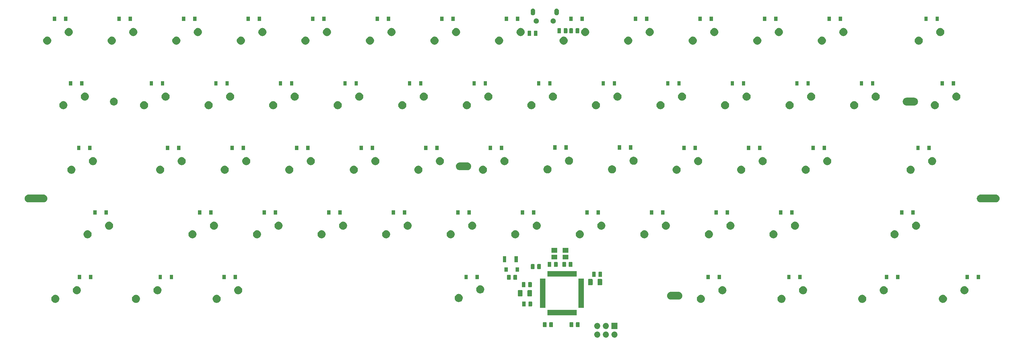
<source format=gbs>
G04 #@! TF.GenerationSoftware,KiCad,Pcbnew,5.0.1*
G04 #@! TF.CreationDate,2018-12-19T22:22:27+02:00*
G04 #@! TF.ProjectId,OH60,4F4836302E6B696361645F7063620000,rev?*
G04 #@! TF.SameCoordinates,Original*
G04 #@! TF.FileFunction,Soldermask,Bot*
G04 #@! TF.FilePolarity,Negative*
%FSLAX46Y46*%
G04 Gerber Fmt 4.6, Leading zero omitted, Abs format (unit mm)*
G04 Created by KiCad (PCBNEW 5.0.1) date Wed 19 Dec 2018 22:22:27 SAST*
%MOMM*%
%LPD*%
G01*
G04 APERTURE LIST*
%ADD10C,0.100000*%
G04 APERTURE END LIST*
D10*
G36*
X203669362Y-123309545D02*
X203757588Y-123318234D01*
X203870789Y-123352573D01*
X203927390Y-123369743D01*
X204065980Y-123443822D01*
X204083879Y-123453389D01*
X204119609Y-123482712D01*
X204221044Y-123565956D01*
X204304288Y-123667391D01*
X204333611Y-123703121D01*
X204333612Y-123703123D01*
X204417257Y-123859610D01*
X204417257Y-123859611D01*
X204468766Y-124029412D01*
X204486158Y-124206000D01*
X204468766Y-124382588D01*
X204434427Y-124495789D01*
X204417257Y-124552390D01*
X204343178Y-124690980D01*
X204333611Y-124708879D01*
X204304288Y-124744609D01*
X204221044Y-124846044D01*
X204119609Y-124929288D01*
X204083879Y-124958611D01*
X204083877Y-124958612D01*
X203927390Y-125042257D01*
X203870789Y-125059427D01*
X203757588Y-125093766D01*
X203669362Y-125102455D01*
X203625250Y-125106800D01*
X203536750Y-125106800D01*
X203492638Y-125102455D01*
X203404412Y-125093766D01*
X203291211Y-125059427D01*
X203234610Y-125042257D01*
X203078123Y-124958612D01*
X203078121Y-124958611D01*
X203042391Y-124929288D01*
X202940956Y-124846044D01*
X202857712Y-124744609D01*
X202828389Y-124708879D01*
X202818822Y-124690980D01*
X202744743Y-124552390D01*
X202727573Y-124495789D01*
X202693234Y-124382588D01*
X202675842Y-124206000D01*
X202693234Y-124029412D01*
X202744743Y-123859611D01*
X202744743Y-123859610D01*
X202828388Y-123703123D01*
X202828389Y-123703121D01*
X202857712Y-123667391D01*
X202940956Y-123565956D01*
X203042391Y-123482712D01*
X203078121Y-123453389D01*
X203096020Y-123443822D01*
X203234610Y-123369743D01*
X203291211Y-123352573D01*
X203404412Y-123318234D01*
X203492638Y-123309545D01*
X203536750Y-123305200D01*
X203625250Y-123305200D01*
X203669362Y-123309545D01*
X203669362Y-123309545D01*
G37*
G36*
X198589362Y-123309545D02*
X198677588Y-123318234D01*
X198790789Y-123352573D01*
X198847390Y-123369743D01*
X198985980Y-123443822D01*
X199003879Y-123453389D01*
X199039609Y-123482712D01*
X199141044Y-123565956D01*
X199224288Y-123667391D01*
X199253611Y-123703121D01*
X199253612Y-123703123D01*
X199337257Y-123859610D01*
X199337257Y-123859611D01*
X199388766Y-124029412D01*
X199406158Y-124206000D01*
X199388766Y-124382588D01*
X199354427Y-124495789D01*
X199337257Y-124552390D01*
X199263178Y-124690980D01*
X199253611Y-124708879D01*
X199224288Y-124744609D01*
X199141044Y-124846044D01*
X199039609Y-124929288D01*
X199003879Y-124958611D01*
X199003877Y-124958612D01*
X198847390Y-125042257D01*
X198790789Y-125059427D01*
X198677588Y-125093766D01*
X198589362Y-125102455D01*
X198545250Y-125106800D01*
X198456750Y-125106800D01*
X198412638Y-125102455D01*
X198324412Y-125093766D01*
X198211211Y-125059427D01*
X198154610Y-125042257D01*
X197998123Y-124958612D01*
X197998121Y-124958611D01*
X197962391Y-124929288D01*
X197860956Y-124846044D01*
X197777712Y-124744609D01*
X197748389Y-124708879D01*
X197738822Y-124690980D01*
X197664743Y-124552390D01*
X197647573Y-124495789D01*
X197613234Y-124382588D01*
X197595842Y-124206000D01*
X197613234Y-124029412D01*
X197664743Y-123859611D01*
X197664743Y-123859610D01*
X197748388Y-123703123D01*
X197748389Y-123703121D01*
X197777712Y-123667391D01*
X197860956Y-123565956D01*
X197962391Y-123482712D01*
X197998121Y-123453389D01*
X198016020Y-123443822D01*
X198154610Y-123369743D01*
X198211211Y-123352573D01*
X198324412Y-123318234D01*
X198412638Y-123309545D01*
X198456750Y-123305200D01*
X198545250Y-123305200D01*
X198589362Y-123309545D01*
X198589362Y-123309545D01*
G37*
G36*
X201129362Y-123309545D02*
X201217588Y-123318234D01*
X201330789Y-123352573D01*
X201387390Y-123369743D01*
X201525980Y-123443822D01*
X201543879Y-123453389D01*
X201579609Y-123482712D01*
X201681044Y-123565956D01*
X201764288Y-123667391D01*
X201793611Y-123703121D01*
X201793612Y-123703123D01*
X201877257Y-123859610D01*
X201877257Y-123859611D01*
X201928766Y-124029412D01*
X201946158Y-124206000D01*
X201928766Y-124382588D01*
X201894427Y-124495789D01*
X201877257Y-124552390D01*
X201803178Y-124690980D01*
X201793611Y-124708879D01*
X201764288Y-124744609D01*
X201681044Y-124846044D01*
X201579609Y-124929288D01*
X201543879Y-124958611D01*
X201543877Y-124958612D01*
X201387390Y-125042257D01*
X201330789Y-125059427D01*
X201217588Y-125093766D01*
X201129362Y-125102455D01*
X201085250Y-125106800D01*
X200996750Y-125106800D01*
X200952638Y-125102455D01*
X200864412Y-125093766D01*
X200751211Y-125059427D01*
X200694610Y-125042257D01*
X200538123Y-124958612D01*
X200538121Y-124958611D01*
X200502391Y-124929288D01*
X200400956Y-124846044D01*
X200317712Y-124744609D01*
X200288389Y-124708879D01*
X200278822Y-124690980D01*
X200204743Y-124552390D01*
X200187573Y-124495789D01*
X200153234Y-124382588D01*
X200135842Y-124206000D01*
X200153234Y-124029412D01*
X200204743Y-123859611D01*
X200204743Y-123859610D01*
X200288388Y-123703123D01*
X200288389Y-123703121D01*
X200317712Y-123667391D01*
X200400956Y-123565956D01*
X200502391Y-123482712D01*
X200538121Y-123453389D01*
X200556020Y-123443822D01*
X200694610Y-123369743D01*
X200751211Y-123352573D01*
X200864412Y-123318234D01*
X200952638Y-123309545D01*
X200996750Y-123305200D01*
X201085250Y-123305200D01*
X201129362Y-123309545D01*
X201129362Y-123309545D01*
G37*
G36*
X198589362Y-120769545D02*
X198677588Y-120778234D01*
X198790789Y-120812573D01*
X198847390Y-120829743D01*
X198985980Y-120903822D01*
X199003879Y-120913389D01*
X199039609Y-120942712D01*
X199141044Y-121025956D01*
X199224288Y-121127391D01*
X199253611Y-121163121D01*
X199253612Y-121163123D01*
X199337257Y-121319610D01*
X199337257Y-121319611D01*
X199388766Y-121489412D01*
X199406158Y-121666000D01*
X199388766Y-121842588D01*
X199380648Y-121869348D01*
X199337257Y-122012390D01*
X199327508Y-122030628D01*
X199253611Y-122168879D01*
X199224288Y-122204609D01*
X199141044Y-122306044D01*
X199039609Y-122389288D01*
X199003879Y-122418611D01*
X199003877Y-122418612D01*
X198847390Y-122502257D01*
X198790789Y-122519427D01*
X198677588Y-122553766D01*
X198589362Y-122562455D01*
X198545250Y-122566800D01*
X198456750Y-122566800D01*
X198412638Y-122562455D01*
X198324412Y-122553766D01*
X198211211Y-122519427D01*
X198154610Y-122502257D01*
X197998123Y-122418612D01*
X197998121Y-122418611D01*
X197962391Y-122389288D01*
X197860956Y-122306044D01*
X197777712Y-122204609D01*
X197748389Y-122168879D01*
X197674492Y-122030628D01*
X197664743Y-122012390D01*
X197621352Y-121869348D01*
X197613234Y-121842588D01*
X197595842Y-121666000D01*
X197613234Y-121489412D01*
X197664743Y-121319611D01*
X197664743Y-121319610D01*
X197748388Y-121163123D01*
X197748389Y-121163121D01*
X197777712Y-121127391D01*
X197860956Y-121025956D01*
X197962391Y-120942712D01*
X197998121Y-120913389D01*
X198016020Y-120903822D01*
X198154610Y-120829743D01*
X198211211Y-120812573D01*
X198324412Y-120778234D01*
X198412638Y-120769545D01*
X198456750Y-120765200D01*
X198545250Y-120765200D01*
X198589362Y-120769545D01*
X198589362Y-120769545D01*
G37*
G36*
X201129362Y-120769545D02*
X201217588Y-120778234D01*
X201330789Y-120812573D01*
X201387390Y-120829743D01*
X201525980Y-120903822D01*
X201543879Y-120913389D01*
X201579609Y-120942712D01*
X201681044Y-121025956D01*
X201764288Y-121127391D01*
X201793611Y-121163121D01*
X201793612Y-121163123D01*
X201877257Y-121319610D01*
X201877257Y-121319611D01*
X201928766Y-121489412D01*
X201946158Y-121666000D01*
X201928766Y-121842588D01*
X201920648Y-121869348D01*
X201877257Y-122012390D01*
X201867508Y-122030628D01*
X201793611Y-122168879D01*
X201764288Y-122204609D01*
X201681044Y-122306044D01*
X201579609Y-122389288D01*
X201543879Y-122418611D01*
X201543877Y-122418612D01*
X201387390Y-122502257D01*
X201330789Y-122519427D01*
X201217588Y-122553766D01*
X201129362Y-122562455D01*
X201085250Y-122566800D01*
X200996750Y-122566800D01*
X200952638Y-122562455D01*
X200864412Y-122553766D01*
X200751211Y-122519427D01*
X200694610Y-122502257D01*
X200538123Y-122418612D01*
X200538121Y-122418611D01*
X200502391Y-122389288D01*
X200400956Y-122306044D01*
X200317712Y-122204609D01*
X200288389Y-122168879D01*
X200214492Y-122030628D01*
X200204743Y-122012390D01*
X200161352Y-121869348D01*
X200153234Y-121842588D01*
X200135842Y-121666000D01*
X200153234Y-121489412D01*
X200204743Y-121319611D01*
X200204743Y-121319610D01*
X200288388Y-121163123D01*
X200288389Y-121163121D01*
X200317712Y-121127391D01*
X200400956Y-121025956D01*
X200502391Y-120942712D01*
X200538121Y-120913389D01*
X200556020Y-120903822D01*
X200694610Y-120829743D01*
X200751211Y-120812573D01*
X200864412Y-120778234D01*
X200952638Y-120769545D01*
X200996750Y-120765200D01*
X201085250Y-120765200D01*
X201129362Y-120769545D01*
X201129362Y-120769545D01*
G37*
G36*
X204481800Y-122566800D02*
X202680200Y-122566800D01*
X202680200Y-120765200D01*
X204481800Y-120765200D01*
X204481800Y-122566800D01*
X204481800Y-122566800D01*
G37*
G36*
X191252848Y-120538764D02*
X191291500Y-120550489D01*
X191327124Y-120569530D01*
X191358346Y-120595154D01*
X191383970Y-120626376D01*
X191403011Y-120662000D01*
X191414736Y-120700652D01*
X191419300Y-120746991D01*
X191419300Y-121823009D01*
X191414736Y-121869348D01*
X191403011Y-121908000D01*
X191383970Y-121943624D01*
X191358346Y-121974846D01*
X191327124Y-122000470D01*
X191291500Y-122019511D01*
X191252848Y-122031236D01*
X191206509Y-122035800D01*
X190555491Y-122035800D01*
X190509152Y-122031236D01*
X190470500Y-122019511D01*
X190434876Y-122000470D01*
X190403654Y-121974846D01*
X190378030Y-121943624D01*
X190358989Y-121908000D01*
X190347264Y-121869348D01*
X190342700Y-121823009D01*
X190342700Y-120746991D01*
X190347264Y-120700652D01*
X190358989Y-120662000D01*
X190378030Y-120626376D01*
X190403654Y-120595154D01*
X190434876Y-120569530D01*
X190470500Y-120550489D01*
X190509152Y-120538764D01*
X190555491Y-120534200D01*
X191206509Y-120534200D01*
X191252848Y-120538764D01*
X191252848Y-120538764D01*
G37*
G36*
X183378848Y-120538764D02*
X183417500Y-120550489D01*
X183453124Y-120569530D01*
X183484346Y-120595154D01*
X183509970Y-120626376D01*
X183529011Y-120662000D01*
X183540736Y-120700652D01*
X183545300Y-120746991D01*
X183545300Y-121823009D01*
X183540736Y-121869348D01*
X183529011Y-121908000D01*
X183509970Y-121943624D01*
X183484346Y-121974846D01*
X183453124Y-122000470D01*
X183417500Y-122019511D01*
X183378848Y-122031236D01*
X183332509Y-122035800D01*
X182681491Y-122035800D01*
X182635152Y-122031236D01*
X182596500Y-122019511D01*
X182560876Y-122000470D01*
X182529654Y-121974846D01*
X182504030Y-121943624D01*
X182484989Y-121908000D01*
X182473264Y-121869348D01*
X182468700Y-121823009D01*
X182468700Y-120746991D01*
X182473264Y-120700652D01*
X182484989Y-120662000D01*
X182504030Y-120626376D01*
X182529654Y-120595154D01*
X182560876Y-120569530D01*
X182596500Y-120550489D01*
X182635152Y-120538764D01*
X182681491Y-120534200D01*
X183332509Y-120534200D01*
X183378848Y-120538764D01*
X183378848Y-120538764D01*
G37*
G36*
X185253848Y-120538764D02*
X185292500Y-120550489D01*
X185328124Y-120569530D01*
X185359346Y-120595154D01*
X185384970Y-120626376D01*
X185404011Y-120662000D01*
X185415736Y-120700652D01*
X185420300Y-120746991D01*
X185420300Y-121823009D01*
X185415736Y-121869348D01*
X185404011Y-121908000D01*
X185384970Y-121943624D01*
X185359346Y-121974846D01*
X185328124Y-122000470D01*
X185292500Y-122019511D01*
X185253848Y-122031236D01*
X185207509Y-122035800D01*
X184556491Y-122035800D01*
X184510152Y-122031236D01*
X184471500Y-122019511D01*
X184435876Y-122000470D01*
X184404654Y-121974846D01*
X184379030Y-121943624D01*
X184359989Y-121908000D01*
X184348264Y-121869348D01*
X184343700Y-121823009D01*
X184343700Y-120746991D01*
X184348264Y-120700652D01*
X184359989Y-120662000D01*
X184379030Y-120626376D01*
X184404654Y-120595154D01*
X184435876Y-120569530D01*
X184471500Y-120550489D01*
X184510152Y-120538764D01*
X184556491Y-120534200D01*
X185207509Y-120534200D01*
X185253848Y-120538764D01*
X185253848Y-120538764D01*
G37*
G36*
X193127848Y-120538764D02*
X193166500Y-120550489D01*
X193202124Y-120569530D01*
X193233346Y-120595154D01*
X193258970Y-120626376D01*
X193278011Y-120662000D01*
X193289736Y-120700652D01*
X193294300Y-120746991D01*
X193294300Y-121823009D01*
X193289736Y-121869348D01*
X193278011Y-121908000D01*
X193258970Y-121943624D01*
X193233346Y-121974846D01*
X193202124Y-122000470D01*
X193166500Y-122019511D01*
X193127848Y-122031236D01*
X193081509Y-122035800D01*
X192430491Y-122035800D01*
X192384152Y-122031236D01*
X192345500Y-122019511D01*
X192309876Y-122000470D01*
X192278654Y-121974846D01*
X192253030Y-121943624D01*
X192233989Y-121908000D01*
X192222264Y-121869348D01*
X192217700Y-121823009D01*
X192217700Y-120746991D01*
X192222264Y-120700652D01*
X192233989Y-120662000D01*
X192253030Y-120626376D01*
X192278654Y-120595154D01*
X192309876Y-120569530D01*
X192345500Y-120550489D01*
X192384152Y-120538764D01*
X192430491Y-120534200D01*
X193081509Y-120534200D01*
X193127848Y-120538764D01*
X193127848Y-120538764D01*
G37*
G36*
X192412800Y-118514800D02*
X183761200Y-118514800D01*
X183761200Y-116913200D01*
X192412800Y-116913200D01*
X192412800Y-118514800D01*
X192412800Y-118514800D01*
G37*
G36*
X194587800Y-116339800D02*
X192986200Y-116339800D01*
X192986200Y-107688200D01*
X194587800Y-107688200D01*
X194587800Y-116339800D01*
X194587800Y-116339800D01*
G37*
G36*
X183187800Y-116339800D02*
X181586200Y-116339800D01*
X181586200Y-107688200D01*
X183187800Y-107688200D01*
X183187800Y-116339800D01*
X183187800Y-116339800D01*
G37*
G36*
X179109348Y-114442764D02*
X179148000Y-114454489D01*
X179183624Y-114473530D01*
X179214846Y-114499154D01*
X179240470Y-114530376D01*
X179259511Y-114566000D01*
X179271236Y-114604652D01*
X179275800Y-114650991D01*
X179275800Y-115727009D01*
X179271236Y-115773348D01*
X179259511Y-115812000D01*
X179240470Y-115847624D01*
X179214846Y-115878846D01*
X179183624Y-115904470D01*
X179148000Y-115923511D01*
X179109348Y-115935236D01*
X179063009Y-115939800D01*
X178411991Y-115939800D01*
X178365652Y-115935236D01*
X178327000Y-115923511D01*
X178291376Y-115904470D01*
X178260154Y-115878846D01*
X178234530Y-115847624D01*
X178215489Y-115812000D01*
X178203764Y-115773348D01*
X178199200Y-115727009D01*
X178199200Y-114650991D01*
X178203764Y-114604652D01*
X178215489Y-114566000D01*
X178234530Y-114530376D01*
X178260154Y-114499154D01*
X178291376Y-114473530D01*
X178327000Y-114454489D01*
X178365652Y-114442764D01*
X178411991Y-114438200D01*
X179063009Y-114438200D01*
X179109348Y-114442764D01*
X179109348Y-114442764D01*
G37*
G36*
X177234348Y-114442764D02*
X177273000Y-114454489D01*
X177308624Y-114473530D01*
X177339846Y-114499154D01*
X177365470Y-114530376D01*
X177384511Y-114566000D01*
X177396236Y-114604652D01*
X177400800Y-114650991D01*
X177400800Y-115727009D01*
X177396236Y-115773348D01*
X177384511Y-115812000D01*
X177365470Y-115847624D01*
X177339846Y-115878846D01*
X177308624Y-115904470D01*
X177273000Y-115923511D01*
X177234348Y-115935236D01*
X177188009Y-115939800D01*
X176536991Y-115939800D01*
X176490652Y-115935236D01*
X176452000Y-115923511D01*
X176416376Y-115904470D01*
X176385154Y-115878846D01*
X176359530Y-115847624D01*
X176340489Y-115812000D01*
X176328764Y-115773348D01*
X176324200Y-115727009D01*
X176324200Y-114650991D01*
X176328764Y-114604652D01*
X176340489Y-114566000D01*
X176359530Y-114530376D01*
X176385154Y-114499154D01*
X176416376Y-114473530D01*
X176452000Y-114454489D01*
X176490652Y-114442764D01*
X176536991Y-114438200D01*
X177188009Y-114438200D01*
X177234348Y-114442764D01*
X177234348Y-114442764D01*
G37*
G36*
X62558989Y-112477669D02*
X62731969Y-112512077D01*
X62949226Y-112602068D01*
X63050115Y-112669480D01*
X63144756Y-112732717D01*
X63311033Y-112898994D01*
X63311035Y-112898997D01*
X63441682Y-113094524D01*
X63531673Y-113311781D01*
X63577550Y-113542421D01*
X63577550Y-113777579D01*
X63531673Y-114008219D01*
X63441682Y-114225476D01*
X63441681Y-114225477D01*
X63311033Y-114421006D01*
X63144756Y-114587283D01*
X63144753Y-114587285D01*
X62949226Y-114717932D01*
X62731969Y-114807923D01*
X62558989Y-114842331D01*
X62501330Y-114853800D01*
X62266170Y-114853800D01*
X62208511Y-114842331D01*
X62035531Y-114807923D01*
X61818274Y-114717932D01*
X61622747Y-114587285D01*
X61622744Y-114587283D01*
X61456467Y-114421006D01*
X61325819Y-114225477D01*
X61325818Y-114225476D01*
X61235827Y-114008219D01*
X61189950Y-113777579D01*
X61189950Y-113542421D01*
X61235827Y-113311781D01*
X61325818Y-113094524D01*
X61456465Y-112898997D01*
X61456467Y-112898994D01*
X61622744Y-112732717D01*
X61717385Y-112669480D01*
X61818274Y-112602068D01*
X62035531Y-112512077D01*
X62208511Y-112477669D01*
X62266170Y-112466200D01*
X62501330Y-112466200D01*
X62558989Y-112477669D01*
X62558989Y-112477669D01*
G37*
G36*
X300683989Y-112477669D02*
X300856969Y-112512077D01*
X301074226Y-112602068D01*
X301175115Y-112669480D01*
X301269756Y-112732717D01*
X301436033Y-112898994D01*
X301436035Y-112898997D01*
X301566682Y-113094524D01*
X301656673Y-113311781D01*
X301702550Y-113542421D01*
X301702550Y-113777579D01*
X301656673Y-114008219D01*
X301566682Y-114225476D01*
X301566681Y-114225477D01*
X301436033Y-114421006D01*
X301269756Y-114587283D01*
X301269753Y-114587285D01*
X301074226Y-114717932D01*
X300856969Y-114807923D01*
X300683989Y-114842331D01*
X300626330Y-114853800D01*
X300391170Y-114853800D01*
X300333511Y-114842331D01*
X300160531Y-114807923D01*
X299943274Y-114717932D01*
X299747747Y-114587285D01*
X299747744Y-114587283D01*
X299581467Y-114421006D01*
X299450819Y-114225477D01*
X299450818Y-114225476D01*
X299360827Y-114008219D01*
X299314950Y-113777579D01*
X299314950Y-113542421D01*
X299360827Y-113311781D01*
X299450818Y-113094524D01*
X299581465Y-112898997D01*
X299581467Y-112898994D01*
X299747744Y-112732717D01*
X299842385Y-112669480D01*
X299943274Y-112602068D01*
X300160531Y-112512077D01*
X300333511Y-112477669D01*
X300391170Y-112466200D01*
X300626330Y-112466200D01*
X300683989Y-112477669D01*
X300683989Y-112477669D01*
G37*
G36*
X38746489Y-112477669D02*
X38919469Y-112512077D01*
X39136726Y-112602068D01*
X39237615Y-112669480D01*
X39332256Y-112732717D01*
X39498533Y-112898994D01*
X39498535Y-112898997D01*
X39629182Y-113094524D01*
X39719173Y-113311781D01*
X39765050Y-113542421D01*
X39765050Y-113777579D01*
X39719173Y-114008219D01*
X39629182Y-114225476D01*
X39629181Y-114225477D01*
X39498533Y-114421006D01*
X39332256Y-114587283D01*
X39332253Y-114587285D01*
X39136726Y-114717932D01*
X38919469Y-114807923D01*
X38746489Y-114842331D01*
X38688830Y-114853800D01*
X38453670Y-114853800D01*
X38396011Y-114842331D01*
X38223031Y-114807923D01*
X38005774Y-114717932D01*
X37810247Y-114587285D01*
X37810244Y-114587283D01*
X37643967Y-114421006D01*
X37513319Y-114225477D01*
X37513318Y-114225476D01*
X37423327Y-114008219D01*
X37377450Y-113777579D01*
X37377450Y-113542421D01*
X37423327Y-113311781D01*
X37513318Y-113094524D01*
X37643965Y-112898997D01*
X37643967Y-112898994D01*
X37810244Y-112732717D01*
X37904885Y-112669480D01*
X38005774Y-112602068D01*
X38223031Y-112512077D01*
X38396011Y-112477669D01*
X38453670Y-112466200D01*
X38688830Y-112466200D01*
X38746489Y-112477669D01*
X38746489Y-112477669D01*
G37*
G36*
X253058989Y-112477669D02*
X253231969Y-112512077D01*
X253449226Y-112602068D01*
X253550115Y-112669480D01*
X253644756Y-112732717D01*
X253811033Y-112898994D01*
X253811035Y-112898997D01*
X253941682Y-113094524D01*
X254031673Y-113311781D01*
X254077550Y-113542421D01*
X254077550Y-113777579D01*
X254031673Y-114008219D01*
X253941682Y-114225476D01*
X253941681Y-114225477D01*
X253811033Y-114421006D01*
X253644756Y-114587283D01*
X253644753Y-114587285D01*
X253449226Y-114717932D01*
X253231969Y-114807923D01*
X253058989Y-114842331D01*
X253001330Y-114853800D01*
X252766170Y-114853800D01*
X252708511Y-114842331D01*
X252535531Y-114807923D01*
X252318274Y-114717932D01*
X252122747Y-114587285D01*
X252122744Y-114587283D01*
X251956467Y-114421006D01*
X251825819Y-114225477D01*
X251825818Y-114225476D01*
X251735827Y-114008219D01*
X251689950Y-113777579D01*
X251689950Y-113542421D01*
X251735827Y-113311781D01*
X251825818Y-113094524D01*
X251956465Y-112898997D01*
X251956467Y-112898994D01*
X252122744Y-112732717D01*
X252217385Y-112669480D01*
X252318274Y-112602068D01*
X252535531Y-112512077D01*
X252708511Y-112477669D01*
X252766170Y-112466200D01*
X253001330Y-112466200D01*
X253058989Y-112477669D01*
X253058989Y-112477669D01*
G37*
G36*
X86371489Y-112477669D02*
X86544469Y-112512077D01*
X86761726Y-112602068D01*
X86862615Y-112669480D01*
X86957256Y-112732717D01*
X87123533Y-112898994D01*
X87123535Y-112898997D01*
X87254182Y-113094524D01*
X87344173Y-113311781D01*
X87390050Y-113542421D01*
X87390050Y-113777579D01*
X87344173Y-114008219D01*
X87254182Y-114225476D01*
X87254181Y-114225477D01*
X87123533Y-114421006D01*
X86957256Y-114587283D01*
X86957253Y-114587285D01*
X86761726Y-114717932D01*
X86544469Y-114807923D01*
X86371489Y-114842331D01*
X86313830Y-114853800D01*
X86078670Y-114853800D01*
X86021011Y-114842331D01*
X85848031Y-114807923D01*
X85630774Y-114717932D01*
X85435247Y-114587285D01*
X85435244Y-114587283D01*
X85268967Y-114421006D01*
X85138319Y-114225477D01*
X85138318Y-114225476D01*
X85048327Y-114008219D01*
X85002450Y-113777579D01*
X85002450Y-113542421D01*
X85048327Y-113311781D01*
X85138318Y-113094524D01*
X85268965Y-112898997D01*
X85268967Y-112898994D01*
X85435244Y-112732717D01*
X85529885Y-112669480D01*
X85630774Y-112602068D01*
X85848031Y-112512077D01*
X86021011Y-112477669D01*
X86078670Y-112466200D01*
X86313830Y-112466200D01*
X86371489Y-112477669D01*
X86371489Y-112477669D01*
G37*
G36*
X276871489Y-112477669D02*
X277044469Y-112512077D01*
X277261726Y-112602068D01*
X277362615Y-112669480D01*
X277457256Y-112732717D01*
X277623533Y-112898994D01*
X277623535Y-112898997D01*
X277754182Y-113094524D01*
X277844173Y-113311781D01*
X277890050Y-113542421D01*
X277890050Y-113777579D01*
X277844173Y-114008219D01*
X277754182Y-114225476D01*
X277754181Y-114225477D01*
X277623533Y-114421006D01*
X277457256Y-114587283D01*
X277457253Y-114587285D01*
X277261726Y-114717932D01*
X277044469Y-114807923D01*
X276871489Y-114842331D01*
X276813830Y-114853800D01*
X276578670Y-114853800D01*
X276521011Y-114842331D01*
X276348031Y-114807923D01*
X276130774Y-114717932D01*
X275935247Y-114587285D01*
X275935244Y-114587283D01*
X275768967Y-114421006D01*
X275638319Y-114225477D01*
X275638318Y-114225476D01*
X275548327Y-114008219D01*
X275502450Y-113777579D01*
X275502450Y-113542421D01*
X275548327Y-113311781D01*
X275638318Y-113094524D01*
X275768965Y-112898997D01*
X275768967Y-112898994D01*
X275935244Y-112732717D01*
X276029885Y-112669480D01*
X276130774Y-112602068D01*
X276348031Y-112512077D01*
X276521011Y-112477669D01*
X276578670Y-112466200D01*
X276813830Y-112466200D01*
X276871489Y-112477669D01*
X276871489Y-112477669D01*
G37*
G36*
X229246489Y-112477669D02*
X229419469Y-112512077D01*
X229636726Y-112602068D01*
X229737615Y-112669480D01*
X229832256Y-112732717D01*
X229998533Y-112898994D01*
X229998535Y-112898997D01*
X230129182Y-113094524D01*
X230219173Y-113311781D01*
X230265050Y-113542421D01*
X230265050Y-113777579D01*
X230219173Y-114008219D01*
X230129182Y-114225476D01*
X230129181Y-114225477D01*
X229998533Y-114421006D01*
X229832256Y-114587283D01*
X229832253Y-114587285D01*
X229636726Y-114717932D01*
X229419469Y-114807923D01*
X229246489Y-114842331D01*
X229188830Y-114853800D01*
X228953670Y-114853800D01*
X228896011Y-114842331D01*
X228723031Y-114807923D01*
X228505774Y-114717932D01*
X228310247Y-114587285D01*
X228310244Y-114587283D01*
X228143967Y-114421006D01*
X228013319Y-114225477D01*
X228013318Y-114225476D01*
X227923327Y-114008219D01*
X227877450Y-113777579D01*
X227877450Y-113542421D01*
X227923327Y-113311781D01*
X228013318Y-113094524D01*
X228143965Y-112898997D01*
X228143967Y-112898994D01*
X228310244Y-112732717D01*
X228404885Y-112669480D01*
X228505774Y-112602068D01*
X228723031Y-112512077D01*
X228896011Y-112477669D01*
X228953670Y-112466200D01*
X229188830Y-112466200D01*
X229246489Y-112477669D01*
X229246489Y-112477669D01*
G37*
G36*
X157782239Y-112228669D02*
X157955219Y-112263077D01*
X158172476Y-112353068D01*
X158172477Y-112353069D01*
X158368006Y-112483717D01*
X158534283Y-112649994D01*
X158534285Y-112649997D01*
X158664932Y-112845524D01*
X158754923Y-113062781D01*
X158789331Y-113235761D01*
X158799762Y-113288200D01*
X158800800Y-113293421D01*
X158800800Y-113528579D01*
X158754923Y-113759219D01*
X158664932Y-113976476D01*
X158664931Y-113976477D01*
X158534283Y-114172006D01*
X158368006Y-114338283D01*
X158368003Y-114338285D01*
X158172476Y-114468932D01*
X157955219Y-114558923D01*
X157812643Y-114587283D01*
X157724580Y-114604800D01*
X157489420Y-114604800D01*
X157401357Y-114587283D01*
X157258781Y-114558923D01*
X157041524Y-114468932D01*
X156845997Y-114338285D01*
X156845994Y-114338283D01*
X156679717Y-114172006D01*
X156549069Y-113976477D01*
X156549068Y-113976476D01*
X156459077Y-113759219D01*
X156413200Y-113528579D01*
X156413200Y-113293421D01*
X156414239Y-113288200D01*
X156424669Y-113235761D01*
X156459077Y-113062781D01*
X156549068Y-112845524D01*
X156679715Y-112649997D01*
X156679717Y-112649994D01*
X156845994Y-112483717D01*
X157041523Y-112353069D01*
X157041524Y-112353068D01*
X157258781Y-112263077D01*
X157431761Y-112228669D01*
X157489420Y-112217200D01*
X157724580Y-112217200D01*
X157782239Y-112228669D01*
X157782239Y-112228669D01*
G37*
G36*
X222602065Y-111616526D02*
X222686596Y-111624851D01*
X222795059Y-111657753D01*
X222903524Y-111690655D01*
X223010384Y-111747773D01*
X223103444Y-111797515D01*
X223278676Y-111941324D01*
X223422485Y-112116556D01*
X223455291Y-112177932D01*
X223529345Y-112316476D01*
X223529345Y-112316477D01*
X223595149Y-112533404D01*
X223617368Y-112759000D01*
X223600073Y-112934606D01*
X223595149Y-112984595D01*
X223529345Y-113201524D01*
X223472227Y-113308384D01*
X223422485Y-113401444D01*
X223278676Y-113576676D01*
X223103444Y-113720485D01*
X223030983Y-113759216D01*
X222903524Y-113827345D01*
X222686596Y-113893149D01*
X222602065Y-113901475D01*
X222517535Y-113909800D01*
X220204465Y-113909800D01*
X220119935Y-113901475D01*
X220035404Y-113893149D01*
X219818476Y-113827345D01*
X219691017Y-113759216D01*
X219618556Y-113720485D01*
X219443324Y-113576676D01*
X219299515Y-113401444D01*
X219249773Y-113308384D01*
X219192655Y-113201524D01*
X219126851Y-112984595D01*
X219121928Y-112934606D01*
X219104632Y-112759000D01*
X219126851Y-112533404D01*
X219192655Y-112316477D01*
X219192655Y-112316476D01*
X219266709Y-112177932D01*
X219299515Y-112116556D01*
X219443324Y-111941324D01*
X219618556Y-111797515D01*
X219711616Y-111747773D01*
X219818476Y-111690655D01*
X220035404Y-111624851D01*
X220119935Y-111616526D01*
X220204465Y-111608200D01*
X222517535Y-111608200D01*
X222602065Y-111616526D01*
X222602065Y-111616526D01*
G37*
G36*
X179080465Y-111092546D02*
X179116995Y-111103627D01*
X179150659Y-111121621D01*
X179180164Y-111145836D01*
X179204379Y-111175341D01*
X179222373Y-111209005D01*
X179233454Y-111245535D01*
X179237800Y-111289660D01*
X179237800Y-112738340D01*
X179233454Y-112782465D01*
X179222373Y-112818995D01*
X179204379Y-112852659D01*
X179180164Y-112882164D01*
X179150659Y-112906379D01*
X179116995Y-112924373D01*
X179080465Y-112935454D01*
X179036340Y-112939800D01*
X178087660Y-112939800D01*
X178043535Y-112935454D01*
X178007005Y-112924373D01*
X177973341Y-112906379D01*
X177943836Y-112882164D01*
X177919621Y-112852659D01*
X177901627Y-112818995D01*
X177890546Y-112782465D01*
X177886200Y-112738340D01*
X177886200Y-111289660D01*
X177890546Y-111245535D01*
X177901627Y-111209005D01*
X177919621Y-111175341D01*
X177943836Y-111145836D01*
X177973341Y-111121621D01*
X178007005Y-111103627D01*
X178043535Y-111092546D01*
X178087660Y-111088200D01*
X179036340Y-111088200D01*
X179080465Y-111092546D01*
X179080465Y-111092546D01*
G37*
G36*
X176280465Y-111092546D02*
X176316995Y-111103627D01*
X176350659Y-111121621D01*
X176380164Y-111145836D01*
X176404379Y-111175341D01*
X176422373Y-111209005D01*
X176433454Y-111245535D01*
X176437800Y-111289660D01*
X176437800Y-112738340D01*
X176433454Y-112782465D01*
X176422373Y-112818995D01*
X176404379Y-112852659D01*
X176380164Y-112882164D01*
X176350659Y-112906379D01*
X176316995Y-112924373D01*
X176280465Y-112935454D01*
X176236340Y-112939800D01*
X175287660Y-112939800D01*
X175243535Y-112935454D01*
X175207005Y-112924373D01*
X175173341Y-112906379D01*
X175143836Y-112882164D01*
X175119621Y-112852659D01*
X175101627Y-112818995D01*
X175090546Y-112782465D01*
X175086200Y-112738340D01*
X175086200Y-111289660D01*
X175090546Y-111245535D01*
X175101627Y-111209005D01*
X175119621Y-111175341D01*
X175143836Y-111145836D01*
X175173341Y-111121621D01*
X175207005Y-111103627D01*
X175243535Y-111092546D01*
X175287660Y-111088200D01*
X176236340Y-111088200D01*
X176280465Y-111092546D01*
X176280465Y-111092546D01*
G37*
G36*
X283221489Y-109937669D02*
X283394469Y-109972077D01*
X283611726Y-110062068D01*
X283717320Y-110132624D01*
X283807256Y-110192717D01*
X283973533Y-110358994D01*
X283973535Y-110358997D01*
X284104182Y-110554524D01*
X284194173Y-110771781D01*
X284217330Y-110888200D01*
X284240050Y-111002420D01*
X284240050Y-111237580D01*
X284236570Y-111255073D01*
X284194173Y-111468219D01*
X284104182Y-111685476D01*
X284029320Y-111797515D01*
X283973533Y-111881006D01*
X283807256Y-112047283D01*
X283807253Y-112047285D01*
X283611726Y-112177932D01*
X283394469Y-112267923D01*
X283221489Y-112302331D01*
X283163830Y-112313800D01*
X282928670Y-112313800D01*
X282871011Y-112302331D01*
X282698031Y-112267923D01*
X282480774Y-112177932D01*
X282285247Y-112047285D01*
X282285244Y-112047283D01*
X282118967Y-111881006D01*
X282063180Y-111797515D01*
X281988318Y-111685476D01*
X281898327Y-111468219D01*
X281855930Y-111255073D01*
X281852450Y-111237580D01*
X281852450Y-111002420D01*
X281875170Y-110888200D01*
X281898327Y-110771781D01*
X281988318Y-110554524D01*
X282118965Y-110358997D01*
X282118967Y-110358994D01*
X282285244Y-110192717D01*
X282375180Y-110132624D01*
X282480774Y-110062068D01*
X282698031Y-109972077D01*
X282871011Y-109937669D01*
X282928670Y-109926200D01*
X283163830Y-109926200D01*
X283221489Y-109937669D01*
X283221489Y-109937669D01*
G37*
G36*
X307033989Y-109937669D02*
X307206969Y-109972077D01*
X307424226Y-110062068D01*
X307529820Y-110132624D01*
X307619756Y-110192717D01*
X307786033Y-110358994D01*
X307786035Y-110358997D01*
X307916682Y-110554524D01*
X308006673Y-110771781D01*
X308029830Y-110888200D01*
X308052550Y-111002420D01*
X308052550Y-111237580D01*
X308049070Y-111255073D01*
X308006673Y-111468219D01*
X307916682Y-111685476D01*
X307841820Y-111797515D01*
X307786033Y-111881006D01*
X307619756Y-112047283D01*
X307619753Y-112047285D01*
X307424226Y-112177932D01*
X307206969Y-112267923D01*
X307033989Y-112302331D01*
X306976330Y-112313800D01*
X306741170Y-112313800D01*
X306683511Y-112302331D01*
X306510531Y-112267923D01*
X306293274Y-112177932D01*
X306097747Y-112047285D01*
X306097744Y-112047283D01*
X305931467Y-111881006D01*
X305875680Y-111797515D01*
X305800818Y-111685476D01*
X305710827Y-111468219D01*
X305668430Y-111255073D01*
X305664950Y-111237580D01*
X305664950Y-111002420D01*
X305687670Y-110888200D01*
X305710827Y-110771781D01*
X305800818Y-110554524D01*
X305931465Y-110358997D01*
X305931467Y-110358994D01*
X306097744Y-110192717D01*
X306187680Y-110132624D01*
X306293274Y-110062068D01*
X306510531Y-109972077D01*
X306683511Y-109937669D01*
X306741170Y-109926200D01*
X306976330Y-109926200D01*
X307033989Y-109937669D01*
X307033989Y-109937669D01*
G37*
G36*
X68908989Y-109937669D02*
X69081969Y-109972077D01*
X69299226Y-110062068D01*
X69404820Y-110132624D01*
X69494756Y-110192717D01*
X69661033Y-110358994D01*
X69661035Y-110358997D01*
X69791682Y-110554524D01*
X69881673Y-110771781D01*
X69904830Y-110888200D01*
X69927550Y-111002420D01*
X69927550Y-111237580D01*
X69924070Y-111255073D01*
X69881673Y-111468219D01*
X69791682Y-111685476D01*
X69716820Y-111797515D01*
X69661033Y-111881006D01*
X69494756Y-112047283D01*
X69494753Y-112047285D01*
X69299226Y-112177932D01*
X69081969Y-112267923D01*
X68908989Y-112302331D01*
X68851330Y-112313800D01*
X68616170Y-112313800D01*
X68558511Y-112302331D01*
X68385531Y-112267923D01*
X68168274Y-112177932D01*
X67972747Y-112047285D01*
X67972744Y-112047283D01*
X67806467Y-111881006D01*
X67750680Y-111797515D01*
X67675818Y-111685476D01*
X67585827Y-111468219D01*
X67543430Y-111255073D01*
X67539950Y-111237580D01*
X67539950Y-111002420D01*
X67562670Y-110888200D01*
X67585827Y-110771781D01*
X67675818Y-110554524D01*
X67806465Y-110358997D01*
X67806467Y-110358994D01*
X67972744Y-110192717D01*
X68062680Y-110132624D01*
X68168274Y-110062068D01*
X68385531Y-109972077D01*
X68558511Y-109937669D01*
X68616170Y-109926200D01*
X68851330Y-109926200D01*
X68908989Y-109937669D01*
X68908989Y-109937669D01*
G37*
G36*
X45096489Y-109937669D02*
X45269469Y-109972077D01*
X45486726Y-110062068D01*
X45592320Y-110132624D01*
X45682256Y-110192717D01*
X45848533Y-110358994D01*
X45848535Y-110358997D01*
X45979182Y-110554524D01*
X46069173Y-110771781D01*
X46092330Y-110888200D01*
X46115050Y-111002420D01*
X46115050Y-111237580D01*
X46111570Y-111255073D01*
X46069173Y-111468219D01*
X45979182Y-111685476D01*
X45904320Y-111797515D01*
X45848533Y-111881006D01*
X45682256Y-112047283D01*
X45682253Y-112047285D01*
X45486726Y-112177932D01*
X45269469Y-112267923D01*
X45096489Y-112302331D01*
X45038830Y-112313800D01*
X44803670Y-112313800D01*
X44746011Y-112302331D01*
X44573031Y-112267923D01*
X44355774Y-112177932D01*
X44160247Y-112047285D01*
X44160244Y-112047283D01*
X43993967Y-111881006D01*
X43938180Y-111797515D01*
X43863318Y-111685476D01*
X43773327Y-111468219D01*
X43730930Y-111255073D01*
X43727450Y-111237580D01*
X43727450Y-111002420D01*
X43750170Y-110888200D01*
X43773327Y-110771781D01*
X43863318Y-110554524D01*
X43993965Y-110358997D01*
X43993967Y-110358994D01*
X44160244Y-110192717D01*
X44250180Y-110132624D01*
X44355774Y-110062068D01*
X44573031Y-109972077D01*
X44746011Y-109937669D01*
X44803670Y-109926200D01*
X45038830Y-109926200D01*
X45096489Y-109937669D01*
X45096489Y-109937669D01*
G37*
G36*
X92721489Y-109937669D02*
X92894469Y-109972077D01*
X93111726Y-110062068D01*
X93217320Y-110132624D01*
X93307256Y-110192717D01*
X93473533Y-110358994D01*
X93473535Y-110358997D01*
X93604182Y-110554524D01*
X93694173Y-110771781D01*
X93717330Y-110888200D01*
X93740050Y-111002420D01*
X93740050Y-111237580D01*
X93736570Y-111255073D01*
X93694173Y-111468219D01*
X93604182Y-111685476D01*
X93529320Y-111797515D01*
X93473533Y-111881006D01*
X93307256Y-112047283D01*
X93307253Y-112047285D01*
X93111726Y-112177932D01*
X92894469Y-112267923D01*
X92721489Y-112302331D01*
X92663830Y-112313800D01*
X92428670Y-112313800D01*
X92371011Y-112302331D01*
X92198031Y-112267923D01*
X91980774Y-112177932D01*
X91785247Y-112047285D01*
X91785244Y-112047283D01*
X91618967Y-111881006D01*
X91563180Y-111797515D01*
X91488318Y-111685476D01*
X91398327Y-111468219D01*
X91355930Y-111255073D01*
X91352450Y-111237580D01*
X91352450Y-111002420D01*
X91375170Y-110888200D01*
X91398327Y-110771781D01*
X91488318Y-110554524D01*
X91618965Y-110358997D01*
X91618967Y-110358994D01*
X91785244Y-110192717D01*
X91875180Y-110132624D01*
X91980774Y-110062068D01*
X92198031Y-109972077D01*
X92371011Y-109937669D01*
X92428670Y-109926200D01*
X92663830Y-109926200D01*
X92721489Y-109937669D01*
X92721489Y-109937669D01*
G37*
G36*
X235596489Y-109937669D02*
X235769469Y-109972077D01*
X235986726Y-110062068D01*
X236092320Y-110132624D01*
X236182256Y-110192717D01*
X236348533Y-110358994D01*
X236348535Y-110358997D01*
X236479182Y-110554524D01*
X236569173Y-110771781D01*
X236592330Y-110888200D01*
X236615050Y-111002420D01*
X236615050Y-111237580D01*
X236611570Y-111255073D01*
X236569173Y-111468219D01*
X236479182Y-111685476D01*
X236404320Y-111797515D01*
X236348533Y-111881006D01*
X236182256Y-112047283D01*
X236182253Y-112047285D01*
X235986726Y-112177932D01*
X235769469Y-112267923D01*
X235596489Y-112302331D01*
X235538830Y-112313800D01*
X235303670Y-112313800D01*
X235246011Y-112302331D01*
X235073031Y-112267923D01*
X234855774Y-112177932D01*
X234660247Y-112047285D01*
X234660244Y-112047283D01*
X234493967Y-111881006D01*
X234438180Y-111797515D01*
X234363318Y-111685476D01*
X234273327Y-111468219D01*
X234230930Y-111255073D01*
X234227450Y-111237580D01*
X234227450Y-111002420D01*
X234250170Y-110888200D01*
X234273327Y-110771781D01*
X234363318Y-110554524D01*
X234493965Y-110358997D01*
X234493967Y-110358994D01*
X234660244Y-110192717D01*
X234750180Y-110132624D01*
X234855774Y-110062068D01*
X235073031Y-109972077D01*
X235246011Y-109937669D01*
X235303670Y-109926200D01*
X235538830Y-109926200D01*
X235596489Y-109937669D01*
X235596489Y-109937669D01*
G37*
G36*
X259408989Y-109937669D02*
X259581969Y-109972077D01*
X259799226Y-110062068D01*
X259904820Y-110132624D01*
X259994756Y-110192717D01*
X260161033Y-110358994D01*
X260161035Y-110358997D01*
X260291682Y-110554524D01*
X260381673Y-110771781D01*
X260404830Y-110888200D01*
X260427550Y-111002420D01*
X260427550Y-111237580D01*
X260424070Y-111255073D01*
X260381673Y-111468219D01*
X260291682Y-111685476D01*
X260216820Y-111797515D01*
X260161033Y-111881006D01*
X259994756Y-112047283D01*
X259994753Y-112047285D01*
X259799226Y-112177932D01*
X259581969Y-112267923D01*
X259408989Y-112302331D01*
X259351330Y-112313800D01*
X259116170Y-112313800D01*
X259058511Y-112302331D01*
X258885531Y-112267923D01*
X258668274Y-112177932D01*
X258472747Y-112047285D01*
X258472744Y-112047283D01*
X258306467Y-111881006D01*
X258250680Y-111797515D01*
X258175818Y-111685476D01*
X258085827Y-111468219D01*
X258043430Y-111255073D01*
X258039950Y-111237580D01*
X258039950Y-111002420D01*
X258062670Y-110888200D01*
X258085827Y-110771781D01*
X258175818Y-110554524D01*
X258306465Y-110358997D01*
X258306467Y-110358994D01*
X258472744Y-110192717D01*
X258562680Y-110132624D01*
X258668274Y-110062068D01*
X258885531Y-109972077D01*
X259058511Y-109937669D01*
X259116170Y-109926200D01*
X259351330Y-109926200D01*
X259408989Y-109937669D01*
X259408989Y-109937669D01*
G37*
G36*
X164132239Y-109688669D02*
X164305219Y-109723077D01*
X164522476Y-109813068D01*
X164522477Y-109813069D01*
X164718006Y-109943717D01*
X164884283Y-110109994D01*
X164884285Y-110109997D01*
X165014932Y-110305524D01*
X165104923Y-110522781D01*
X165150800Y-110753421D01*
X165150800Y-110988579D01*
X165104923Y-111219219D01*
X165014932Y-111436476D01*
X165014931Y-111436477D01*
X164884283Y-111632006D01*
X164718006Y-111798283D01*
X164718003Y-111798285D01*
X164522476Y-111928932D01*
X164305219Y-112018923D01*
X164162643Y-112047283D01*
X164074580Y-112064800D01*
X163839420Y-112064800D01*
X163751357Y-112047283D01*
X163608781Y-112018923D01*
X163391524Y-111928932D01*
X163195997Y-111798285D01*
X163195994Y-111798283D01*
X163029717Y-111632006D01*
X162899069Y-111436477D01*
X162899068Y-111436476D01*
X162809077Y-111219219D01*
X162763200Y-110988579D01*
X162763200Y-110753421D01*
X162809077Y-110522781D01*
X162899068Y-110305524D01*
X163029715Y-110109997D01*
X163029717Y-110109994D01*
X163195994Y-109943717D01*
X163391523Y-109813069D01*
X163391524Y-109813068D01*
X163608781Y-109723077D01*
X163781761Y-109688669D01*
X163839420Y-109677200D01*
X164074580Y-109677200D01*
X164132239Y-109688669D01*
X164132239Y-109688669D01*
G37*
G36*
X177155848Y-108727764D02*
X177194500Y-108739489D01*
X177230124Y-108758530D01*
X177261346Y-108784154D01*
X177286970Y-108815376D01*
X177306011Y-108851000D01*
X177317736Y-108889652D01*
X177322300Y-108935991D01*
X177322300Y-110012009D01*
X177317736Y-110058348D01*
X177306011Y-110097000D01*
X177286970Y-110132624D01*
X177261346Y-110163846D01*
X177230124Y-110189470D01*
X177194500Y-110208511D01*
X177155848Y-110220236D01*
X177109509Y-110224800D01*
X176458491Y-110224800D01*
X176412152Y-110220236D01*
X176373500Y-110208511D01*
X176337876Y-110189470D01*
X176306654Y-110163846D01*
X176281030Y-110132624D01*
X176261989Y-110097000D01*
X176250264Y-110058348D01*
X176245700Y-110012009D01*
X176245700Y-108935991D01*
X176250264Y-108889652D01*
X176261989Y-108851000D01*
X176281030Y-108815376D01*
X176306654Y-108784154D01*
X176337876Y-108758530D01*
X176373500Y-108739489D01*
X176412152Y-108727764D01*
X176458491Y-108723200D01*
X177109509Y-108723200D01*
X177155848Y-108727764D01*
X177155848Y-108727764D01*
G37*
G36*
X179030848Y-108727764D02*
X179069500Y-108739489D01*
X179105124Y-108758530D01*
X179136346Y-108784154D01*
X179161970Y-108815376D01*
X179181011Y-108851000D01*
X179192736Y-108889652D01*
X179197300Y-108935991D01*
X179197300Y-110012009D01*
X179192736Y-110058348D01*
X179181011Y-110097000D01*
X179161970Y-110132624D01*
X179136346Y-110163846D01*
X179105124Y-110189470D01*
X179069500Y-110208511D01*
X179030848Y-110220236D01*
X178984509Y-110224800D01*
X178333491Y-110224800D01*
X178287152Y-110220236D01*
X178248500Y-110208511D01*
X178212876Y-110189470D01*
X178181654Y-110163846D01*
X178156030Y-110132624D01*
X178136989Y-110097000D01*
X178125264Y-110058348D01*
X178120700Y-110012009D01*
X178120700Y-108935991D01*
X178125264Y-108889652D01*
X178136989Y-108851000D01*
X178156030Y-108815376D01*
X178181654Y-108784154D01*
X178212876Y-108758530D01*
X178248500Y-108739489D01*
X178287152Y-108727764D01*
X178333491Y-108723200D01*
X178984509Y-108723200D01*
X179030848Y-108727764D01*
X179030848Y-108727764D01*
G37*
G36*
X199784465Y-107790546D02*
X199820995Y-107801627D01*
X199854659Y-107819621D01*
X199884164Y-107843836D01*
X199908379Y-107873341D01*
X199926373Y-107907005D01*
X199937454Y-107943535D01*
X199941800Y-107987660D01*
X199941800Y-109436340D01*
X199937454Y-109480465D01*
X199926373Y-109516995D01*
X199908379Y-109550659D01*
X199884164Y-109580164D01*
X199854659Y-109604379D01*
X199820995Y-109622373D01*
X199784465Y-109633454D01*
X199740340Y-109637800D01*
X198791660Y-109637800D01*
X198747535Y-109633454D01*
X198711005Y-109622373D01*
X198677341Y-109604379D01*
X198647836Y-109580164D01*
X198623621Y-109550659D01*
X198605627Y-109516995D01*
X198594546Y-109480465D01*
X198590200Y-109436340D01*
X198590200Y-107987660D01*
X198594546Y-107943535D01*
X198605627Y-107907005D01*
X198623621Y-107873341D01*
X198647836Y-107843836D01*
X198677341Y-107819621D01*
X198711005Y-107801627D01*
X198747535Y-107790546D01*
X198791660Y-107786200D01*
X199740340Y-107786200D01*
X199784465Y-107790546D01*
X199784465Y-107790546D01*
G37*
G36*
X196984465Y-107790546D02*
X197020995Y-107801627D01*
X197054659Y-107819621D01*
X197084164Y-107843836D01*
X197108379Y-107873341D01*
X197126373Y-107907005D01*
X197137454Y-107943535D01*
X197141800Y-107987660D01*
X197141800Y-109436340D01*
X197137454Y-109480465D01*
X197126373Y-109516995D01*
X197108379Y-109550659D01*
X197084164Y-109580164D01*
X197054659Y-109604379D01*
X197020995Y-109622373D01*
X196984465Y-109633454D01*
X196940340Y-109637800D01*
X195991660Y-109637800D01*
X195947535Y-109633454D01*
X195911005Y-109622373D01*
X195877341Y-109604379D01*
X195847836Y-109580164D01*
X195823621Y-109550659D01*
X195805627Y-109516995D01*
X195794546Y-109480465D01*
X195790200Y-109436340D01*
X195790200Y-107987660D01*
X195794546Y-107943535D01*
X195805627Y-107907005D01*
X195823621Y-107873341D01*
X195847836Y-107843836D01*
X195877341Y-107819621D01*
X195911005Y-107801627D01*
X195947535Y-107790546D01*
X195991660Y-107786200D01*
X196940340Y-107786200D01*
X196984465Y-107790546D01*
X196984465Y-107790546D01*
G37*
G36*
X172789348Y-106568764D02*
X172828000Y-106580489D01*
X172863624Y-106599530D01*
X172894846Y-106625154D01*
X172920470Y-106656376D01*
X172939511Y-106692000D01*
X172951236Y-106730652D01*
X172955800Y-106776991D01*
X172955800Y-107853009D01*
X172951236Y-107899348D01*
X172939511Y-107938000D01*
X172920470Y-107973624D01*
X172894846Y-108004846D01*
X172863624Y-108030470D01*
X172828000Y-108049511D01*
X172789348Y-108061236D01*
X172743009Y-108065800D01*
X172091991Y-108065800D01*
X172045652Y-108061236D01*
X172007000Y-108049511D01*
X171971376Y-108030470D01*
X171940154Y-108004846D01*
X171914530Y-107973624D01*
X171895489Y-107938000D01*
X171883764Y-107899348D01*
X171879200Y-107853009D01*
X171879200Y-106776991D01*
X171883764Y-106730652D01*
X171895489Y-106692000D01*
X171914530Y-106656376D01*
X171940154Y-106625154D01*
X171971376Y-106599530D01*
X172007000Y-106580489D01*
X172045652Y-106568764D01*
X172091991Y-106564200D01*
X172743009Y-106564200D01*
X172789348Y-106568764D01*
X172789348Y-106568764D01*
G37*
G36*
X174664348Y-106568764D02*
X174703000Y-106580489D01*
X174738624Y-106599530D01*
X174769846Y-106625154D01*
X174795470Y-106656376D01*
X174814511Y-106692000D01*
X174826236Y-106730652D01*
X174830800Y-106776991D01*
X174830800Y-107853009D01*
X174826236Y-107899348D01*
X174814511Y-107938000D01*
X174795470Y-107973624D01*
X174769846Y-108004846D01*
X174738624Y-108030470D01*
X174703000Y-108049511D01*
X174664348Y-108061236D01*
X174618009Y-108065800D01*
X173966991Y-108065800D01*
X173920652Y-108061236D01*
X173882000Y-108049511D01*
X173846376Y-108030470D01*
X173815154Y-108004846D01*
X173789530Y-107973624D01*
X173770489Y-107938000D01*
X173758764Y-107899348D01*
X173754200Y-107853009D01*
X173754200Y-106776991D01*
X173758764Y-106730652D01*
X173770489Y-106692000D01*
X173789530Y-106656376D01*
X173815154Y-106625154D01*
X173846376Y-106599530D01*
X173882000Y-106580489D01*
X173920652Y-106568764D01*
X173966991Y-106564200D01*
X174618009Y-106564200D01*
X174664348Y-106568764D01*
X174664348Y-106568764D01*
G37*
G36*
X46232050Y-107850800D02*
X45230450Y-107850800D01*
X45230450Y-106549200D01*
X46232050Y-106549200D01*
X46232050Y-107850800D01*
X46232050Y-107850800D01*
G37*
G36*
X163594550Y-107850800D02*
X162592950Y-107850800D01*
X162592950Y-106549200D01*
X163594550Y-106549200D01*
X163594550Y-107850800D01*
X163594550Y-107850800D01*
G37*
G36*
X88857050Y-107850800D02*
X87855450Y-107850800D01*
X87855450Y-106549200D01*
X88857050Y-106549200D01*
X88857050Y-107850800D01*
X88857050Y-107850800D01*
G37*
G36*
X92157050Y-107850800D02*
X91155450Y-107850800D01*
X91155450Y-106549200D01*
X92157050Y-106549200D01*
X92157050Y-107850800D01*
X92157050Y-107850800D01*
G37*
G36*
X70044550Y-107850800D02*
X69042950Y-107850800D01*
X69042950Y-106549200D01*
X70044550Y-106549200D01*
X70044550Y-107850800D01*
X70044550Y-107850800D01*
G37*
G36*
X73344550Y-107850800D02*
X72342950Y-107850800D01*
X72342950Y-106549200D01*
X73344550Y-106549200D01*
X73344550Y-107850800D01*
X73344550Y-107850800D01*
G37*
G36*
X49532050Y-107850800D02*
X48530450Y-107850800D01*
X48530450Y-106549200D01*
X49532050Y-106549200D01*
X49532050Y-107850800D01*
X49532050Y-107850800D01*
G37*
G36*
X160294550Y-107850800D02*
X159292950Y-107850800D01*
X159292950Y-106549200D01*
X160294550Y-106549200D01*
X160294550Y-107850800D01*
X160294550Y-107850800D01*
G37*
G36*
X231732050Y-107850800D02*
X230730450Y-107850800D01*
X230730450Y-106549200D01*
X231732050Y-106549200D01*
X231732050Y-107850800D01*
X231732050Y-107850800D01*
G37*
G36*
X235032050Y-107850800D02*
X234030450Y-107850800D01*
X234030450Y-106549200D01*
X235032050Y-106549200D01*
X235032050Y-107850800D01*
X235032050Y-107850800D01*
G37*
G36*
X258844550Y-107850800D02*
X257842950Y-107850800D01*
X257842950Y-106549200D01*
X258844550Y-106549200D01*
X258844550Y-107850800D01*
X258844550Y-107850800D01*
G37*
G36*
X284357050Y-107850800D02*
X283355450Y-107850800D01*
X283355450Y-106549200D01*
X284357050Y-106549200D01*
X284357050Y-107850800D01*
X284357050Y-107850800D01*
G37*
G36*
X287657050Y-107850800D02*
X286655450Y-107850800D01*
X286655450Y-106549200D01*
X287657050Y-106549200D01*
X287657050Y-107850800D01*
X287657050Y-107850800D01*
G37*
G36*
X255544550Y-107850800D02*
X254542950Y-107850800D01*
X254542950Y-106549200D01*
X255544550Y-106549200D01*
X255544550Y-107850800D01*
X255544550Y-107850800D01*
G37*
G36*
X308169550Y-107850800D02*
X307167950Y-107850800D01*
X307167950Y-106549200D01*
X308169550Y-106549200D01*
X308169550Y-107850800D01*
X308169550Y-107850800D01*
G37*
G36*
X311469550Y-107850800D02*
X310467950Y-107850800D01*
X310467950Y-106549200D01*
X311469550Y-106549200D01*
X311469550Y-107850800D01*
X311469550Y-107850800D01*
G37*
G36*
X197886848Y-105679764D02*
X197925500Y-105691489D01*
X197961124Y-105710530D01*
X197992346Y-105736154D01*
X198017970Y-105767376D01*
X198037011Y-105803000D01*
X198048736Y-105841652D01*
X198053300Y-105887991D01*
X198053300Y-106964009D01*
X198048736Y-107010348D01*
X198037011Y-107049000D01*
X198017970Y-107084624D01*
X197992346Y-107115846D01*
X197961124Y-107141470D01*
X197925500Y-107160511D01*
X197886848Y-107172236D01*
X197840509Y-107176800D01*
X197189491Y-107176800D01*
X197143152Y-107172236D01*
X197104500Y-107160511D01*
X197068876Y-107141470D01*
X197037654Y-107115846D01*
X197012030Y-107084624D01*
X196992989Y-107049000D01*
X196981264Y-107010348D01*
X196976700Y-106964009D01*
X196976700Y-105887991D01*
X196981264Y-105841652D01*
X196992989Y-105803000D01*
X197012030Y-105767376D01*
X197037654Y-105736154D01*
X197068876Y-105710530D01*
X197104500Y-105691489D01*
X197143152Y-105679764D01*
X197189491Y-105675200D01*
X197840509Y-105675200D01*
X197886848Y-105679764D01*
X197886848Y-105679764D01*
G37*
G36*
X199761848Y-105679764D02*
X199800500Y-105691489D01*
X199836124Y-105710530D01*
X199867346Y-105736154D01*
X199892970Y-105767376D01*
X199912011Y-105803000D01*
X199923736Y-105841652D01*
X199928300Y-105887991D01*
X199928300Y-106964009D01*
X199923736Y-107010348D01*
X199912011Y-107049000D01*
X199892970Y-107084624D01*
X199867346Y-107115846D01*
X199836124Y-107141470D01*
X199800500Y-107160511D01*
X199761848Y-107172236D01*
X199715509Y-107176800D01*
X199064491Y-107176800D01*
X199018152Y-107172236D01*
X198979500Y-107160511D01*
X198943876Y-107141470D01*
X198912654Y-107115846D01*
X198887030Y-107084624D01*
X198867989Y-107049000D01*
X198856264Y-107010348D01*
X198851700Y-106964009D01*
X198851700Y-105887991D01*
X198856264Y-105841652D01*
X198867989Y-105803000D01*
X198887030Y-105767376D01*
X198912654Y-105736154D01*
X198943876Y-105710530D01*
X198979500Y-105691489D01*
X199018152Y-105679764D01*
X199064491Y-105675200D01*
X199715509Y-105675200D01*
X199761848Y-105679764D01*
X199761848Y-105679764D01*
G37*
G36*
X192412800Y-107114800D02*
X183761200Y-107114800D01*
X183761200Y-105513200D01*
X192412800Y-105513200D01*
X192412800Y-107114800D01*
X192412800Y-107114800D01*
G37*
G36*
X172079800Y-105679800D02*
X171078200Y-105679800D01*
X171078200Y-104378200D01*
X172079800Y-104378200D01*
X172079800Y-105679800D01*
X172079800Y-105679800D01*
G37*
G36*
X175379800Y-105679800D02*
X174378200Y-105679800D01*
X174378200Y-104378200D01*
X175379800Y-104378200D01*
X175379800Y-105679800D01*
X175379800Y-105679800D01*
G37*
G36*
X181697848Y-103393764D02*
X181736500Y-103405489D01*
X181772124Y-103424530D01*
X181803346Y-103450154D01*
X181828970Y-103481376D01*
X181848011Y-103517000D01*
X181859736Y-103555652D01*
X181864300Y-103601991D01*
X181864300Y-104678009D01*
X181859736Y-104724348D01*
X181848011Y-104763000D01*
X181828970Y-104798624D01*
X181803346Y-104829846D01*
X181772124Y-104855470D01*
X181736500Y-104874511D01*
X181697848Y-104886236D01*
X181651509Y-104890800D01*
X181000491Y-104890800D01*
X180954152Y-104886236D01*
X180915500Y-104874511D01*
X180879876Y-104855470D01*
X180848654Y-104829846D01*
X180823030Y-104798624D01*
X180803989Y-104763000D01*
X180792264Y-104724348D01*
X180787700Y-104678009D01*
X180787700Y-103601991D01*
X180792264Y-103555652D01*
X180803989Y-103517000D01*
X180823030Y-103481376D01*
X180848654Y-103450154D01*
X180879876Y-103424530D01*
X180915500Y-103405489D01*
X180954152Y-103393764D01*
X181000491Y-103389200D01*
X181651509Y-103389200D01*
X181697848Y-103393764D01*
X181697848Y-103393764D01*
G37*
G36*
X179822848Y-103393764D02*
X179861500Y-103405489D01*
X179897124Y-103424530D01*
X179928346Y-103450154D01*
X179953970Y-103481376D01*
X179973011Y-103517000D01*
X179984736Y-103555652D01*
X179989300Y-103601991D01*
X179989300Y-104678009D01*
X179984736Y-104724348D01*
X179973011Y-104763000D01*
X179953970Y-104798624D01*
X179928346Y-104829846D01*
X179897124Y-104855470D01*
X179861500Y-104874511D01*
X179822848Y-104886236D01*
X179776509Y-104890800D01*
X179125491Y-104890800D01*
X179079152Y-104886236D01*
X179040500Y-104874511D01*
X179004876Y-104855470D01*
X178973654Y-104829846D01*
X178948030Y-104798624D01*
X178928989Y-104763000D01*
X178917264Y-104724348D01*
X178912700Y-104678009D01*
X178912700Y-103601991D01*
X178917264Y-103555652D01*
X178928989Y-103517000D01*
X178948030Y-103481376D01*
X178973654Y-103450154D01*
X179004876Y-103424530D01*
X179040500Y-103405489D01*
X179079152Y-103393764D01*
X179125491Y-103389200D01*
X179776509Y-103389200D01*
X179822848Y-103393764D01*
X179822848Y-103393764D01*
G37*
G36*
X189123848Y-102758764D02*
X189162500Y-102770489D01*
X189198124Y-102789530D01*
X189229346Y-102815154D01*
X189254970Y-102846376D01*
X189274011Y-102882000D01*
X189285736Y-102920652D01*
X189290300Y-102966991D01*
X189290300Y-104043009D01*
X189285736Y-104089348D01*
X189274011Y-104128000D01*
X189254970Y-104163624D01*
X189229346Y-104194846D01*
X189198124Y-104220470D01*
X189162500Y-104239511D01*
X189123848Y-104251236D01*
X189077509Y-104255800D01*
X188426491Y-104255800D01*
X188380152Y-104251236D01*
X188341500Y-104239511D01*
X188305876Y-104220470D01*
X188274654Y-104194846D01*
X188249030Y-104163624D01*
X188229989Y-104128000D01*
X188218264Y-104089348D01*
X188213700Y-104043009D01*
X188213700Y-102966991D01*
X188218264Y-102920652D01*
X188229989Y-102882000D01*
X188249030Y-102846376D01*
X188274654Y-102815154D01*
X188305876Y-102789530D01*
X188341500Y-102770489D01*
X188380152Y-102758764D01*
X188426491Y-102754200D01*
X189077509Y-102754200D01*
X189123848Y-102758764D01*
X189123848Y-102758764D01*
G37*
G36*
X190998848Y-102758764D02*
X191037500Y-102770489D01*
X191073124Y-102789530D01*
X191104346Y-102815154D01*
X191129970Y-102846376D01*
X191149011Y-102882000D01*
X191160736Y-102920652D01*
X191165300Y-102966991D01*
X191165300Y-104043009D01*
X191160736Y-104089348D01*
X191149011Y-104128000D01*
X191129970Y-104163624D01*
X191104346Y-104194846D01*
X191073124Y-104220470D01*
X191037500Y-104239511D01*
X190998848Y-104251236D01*
X190952509Y-104255800D01*
X190301491Y-104255800D01*
X190255152Y-104251236D01*
X190216500Y-104239511D01*
X190180876Y-104220470D01*
X190149654Y-104194846D01*
X190124030Y-104163624D01*
X190104989Y-104128000D01*
X190093264Y-104089348D01*
X190088700Y-104043009D01*
X190088700Y-102966991D01*
X190093264Y-102920652D01*
X190104989Y-102882000D01*
X190124030Y-102846376D01*
X190149654Y-102815154D01*
X190180876Y-102789530D01*
X190216500Y-102770489D01*
X190255152Y-102758764D01*
X190301491Y-102754200D01*
X190952509Y-102754200D01*
X190998848Y-102758764D01*
X190998848Y-102758764D01*
G37*
G36*
X184775848Y-102758764D02*
X184814500Y-102770489D01*
X184850124Y-102789530D01*
X184881346Y-102815154D01*
X184906970Y-102846376D01*
X184926011Y-102882000D01*
X184937736Y-102920652D01*
X184942300Y-102966991D01*
X184942300Y-104043009D01*
X184937736Y-104089348D01*
X184926011Y-104128000D01*
X184906970Y-104163624D01*
X184881346Y-104194846D01*
X184850124Y-104220470D01*
X184814500Y-104239511D01*
X184775848Y-104251236D01*
X184729509Y-104255800D01*
X184078491Y-104255800D01*
X184032152Y-104251236D01*
X183993500Y-104239511D01*
X183957876Y-104220470D01*
X183926654Y-104194846D01*
X183901030Y-104163624D01*
X183881989Y-104128000D01*
X183870264Y-104089348D01*
X183865700Y-104043009D01*
X183865700Y-102966991D01*
X183870264Y-102920652D01*
X183881989Y-102882000D01*
X183901030Y-102846376D01*
X183926654Y-102815154D01*
X183957876Y-102789530D01*
X183993500Y-102770489D01*
X184032152Y-102758764D01*
X184078491Y-102754200D01*
X184729509Y-102754200D01*
X184775848Y-102758764D01*
X184775848Y-102758764D01*
G37*
G36*
X186650848Y-102758764D02*
X186689500Y-102770489D01*
X186725124Y-102789530D01*
X186756346Y-102815154D01*
X186781970Y-102846376D01*
X186801011Y-102882000D01*
X186812736Y-102920652D01*
X186817300Y-102966991D01*
X186817300Y-104043009D01*
X186812736Y-104089348D01*
X186801011Y-104128000D01*
X186781970Y-104163624D01*
X186756346Y-104194846D01*
X186725124Y-104220470D01*
X186689500Y-104239511D01*
X186650848Y-104251236D01*
X186604509Y-104255800D01*
X185953491Y-104255800D01*
X185907152Y-104251236D01*
X185868500Y-104239511D01*
X185832876Y-104220470D01*
X185801654Y-104194846D01*
X185776030Y-104163624D01*
X185756989Y-104128000D01*
X185745264Y-104089348D01*
X185740700Y-104043009D01*
X185740700Y-102966991D01*
X185745264Y-102920652D01*
X185756989Y-102882000D01*
X185776030Y-102846376D01*
X185801654Y-102815154D01*
X185832876Y-102789530D01*
X185868500Y-102770489D01*
X185907152Y-102758764D01*
X185953491Y-102754200D01*
X186604509Y-102754200D01*
X186650848Y-102758764D01*
X186650848Y-102758764D01*
G37*
G36*
X171647800Y-102881800D02*
X170646200Y-102881800D01*
X170646200Y-101080200D01*
X171647800Y-101080200D01*
X171647800Y-102881800D01*
X171647800Y-102881800D01*
G37*
G36*
X175047800Y-102881800D02*
X174046200Y-102881800D01*
X174046200Y-101080200D01*
X175047800Y-101080200D01*
X175047800Y-102881800D01*
X175047800Y-102881800D01*
G37*
G36*
X186651800Y-102046800D02*
X184950200Y-102046800D01*
X184950200Y-100645200D01*
X186651800Y-100645200D01*
X186651800Y-102046800D01*
X186651800Y-102046800D01*
G37*
G36*
X189951800Y-102046800D02*
X188250200Y-102046800D01*
X188250200Y-100645200D01*
X189951800Y-100645200D01*
X189951800Y-102046800D01*
X189951800Y-102046800D01*
G37*
G36*
X189951800Y-100046800D02*
X188250200Y-100046800D01*
X188250200Y-98645200D01*
X189951800Y-98645200D01*
X189951800Y-100046800D01*
X189951800Y-100046800D01*
G37*
G36*
X186651800Y-100046800D02*
X184950200Y-100046800D01*
X184950200Y-98645200D01*
X186651800Y-98645200D01*
X186651800Y-100046800D01*
X186651800Y-100046800D01*
G37*
G36*
X136377739Y-93427669D02*
X136550719Y-93462077D01*
X136767976Y-93552068D01*
X136767977Y-93552069D01*
X136963506Y-93682717D01*
X137129783Y-93848994D01*
X137129785Y-93848997D01*
X137260432Y-94044524D01*
X137350423Y-94261781D01*
X137396300Y-94492421D01*
X137396300Y-94727579D01*
X137350423Y-94958219D01*
X137260432Y-95175476D01*
X137260431Y-95175477D01*
X137129783Y-95371006D01*
X136963506Y-95537283D01*
X136963503Y-95537285D01*
X136767976Y-95667932D01*
X136550719Y-95757923D01*
X136377739Y-95792331D01*
X136320080Y-95803800D01*
X136084920Y-95803800D01*
X136027261Y-95792331D01*
X135854281Y-95757923D01*
X135637024Y-95667932D01*
X135441497Y-95537285D01*
X135441494Y-95537283D01*
X135275217Y-95371006D01*
X135144569Y-95175477D01*
X135144568Y-95175476D01*
X135054577Y-94958219D01*
X135008700Y-94727579D01*
X135008700Y-94492421D01*
X135054577Y-94261781D01*
X135144568Y-94044524D01*
X135275215Y-93848997D01*
X135275217Y-93848994D01*
X135441494Y-93682717D01*
X135637023Y-93552069D01*
X135637024Y-93552068D01*
X135854281Y-93462077D01*
X136027261Y-93427669D01*
X136084920Y-93416200D01*
X136320080Y-93416200D01*
X136377739Y-93427669D01*
X136377739Y-93427669D01*
G37*
G36*
X48271489Y-93427669D02*
X48444469Y-93462077D01*
X48661726Y-93552068D01*
X48661727Y-93552069D01*
X48857256Y-93682717D01*
X49023533Y-93848994D01*
X49023535Y-93848997D01*
X49154182Y-94044524D01*
X49244173Y-94261781D01*
X49290050Y-94492421D01*
X49290050Y-94727579D01*
X49244173Y-94958219D01*
X49154182Y-95175476D01*
X49154181Y-95175477D01*
X49023533Y-95371006D01*
X48857256Y-95537283D01*
X48857253Y-95537285D01*
X48661726Y-95667932D01*
X48444469Y-95757923D01*
X48271489Y-95792331D01*
X48213830Y-95803800D01*
X47978670Y-95803800D01*
X47921011Y-95792331D01*
X47748031Y-95757923D01*
X47530774Y-95667932D01*
X47335247Y-95537285D01*
X47335244Y-95537283D01*
X47168967Y-95371006D01*
X47038319Y-95175477D01*
X47038318Y-95175476D01*
X46948327Y-94958219D01*
X46902450Y-94727579D01*
X46902450Y-94492421D01*
X46948327Y-94261781D01*
X47038318Y-94044524D01*
X47168965Y-93848997D01*
X47168967Y-93848994D01*
X47335244Y-93682717D01*
X47530773Y-93552069D01*
X47530774Y-93552068D01*
X47748031Y-93462077D01*
X47921011Y-93427669D01*
X47978670Y-93416200D01*
X48213830Y-93416200D01*
X48271489Y-93427669D01*
X48271489Y-93427669D01*
G37*
G36*
X174477739Y-93427669D02*
X174650719Y-93462077D01*
X174867976Y-93552068D01*
X174867977Y-93552069D01*
X175063506Y-93682717D01*
X175229783Y-93848994D01*
X175229785Y-93848997D01*
X175360432Y-94044524D01*
X175450423Y-94261781D01*
X175496300Y-94492421D01*
X175496300Y-94727579D01*
X175450423Y-94958219D01*
X175360432Y-95175476D01*
X175360431Y-95175477D01*
X175229783Y-95371006D01*
X175063506Y-95537283D01*
X175063503Y-95537285D01*
X174867976Y-95667932D01*
X174650719Y-95757923D01*
X174477739Y-95792331D01*
X174420080Y-95803800D01*
X174184920Y-95803800D01*
X174127261Y-95792331D01*
X173954281Y-95757923D01*
X173737024Y-95667932D01*
X173541497Y-95537285D01*
X173541494Y-95537283D01*
X173375217Y-95371006D01*
X173244569Y-95175477D01*
X173244568Y-95175476D01*
X173154577Y-94958219D01*
X173108700Y-94727579D01*
X173108700Y-94492421D01*
X173154577Y-94261781D01*
X173244568Y-94044524D01*
X173375215Y-93848997D01*
X173375217Y-93848994D01*
X173541494Y-93682717D01*
X173737023Y-93552069D01*
X173737024Y-93552068D01*
X173954281Y-93462077D01*
X174127261Y-93427669D01*
X174184920Y-93416200D01*
X174420080Y-93416200D01*
X174477739Y-93427669D01*
X174477739Y-93427669D01*
G37*
G36*
X98277739Y-93427669D02*
X98450719Y-93462077D01*
X98667976Y-93552068D01*
X98667977Y-93552069D01*
X98863506Y-93682717D01*
X99029783Y-93848994D01*
X99029785Y-93848997D01*
X99160432Y-94044524D01*
X99250423Y-94261781D01*
X99296300Y-94492421D01*
X99296300Y-94727579D01*
X99250423Y-94958219D01*
X99160432Y-95175476D01*
X99160431Y-95175477D01*
X99029783Y-95371006D01*
X98863506Y-95537283D01*
X98863503Y-95537285D01*
X98667976Y-95667932D01*
X98450719Y-95757923D01*
X98277739Y-95792331D01*
X98220080Y-95803800D01*
X97984920Y-95803800D01*
X97927261Y-95792331D01*
X97754281Y-95757923D01*
X97537024Y-95667932D01*
X97341497Y-95537285D01*
X97341494Y-95537283D01*
X97175217Y-95371006D01*
X97044569Y-95175477D01*
X97044568Y-95175476D01*
X96954577Y-94958219D01*
X96908700Y-94727579D01*
X96908700Y-94492421D01*
X96954577Y-94261781D01*
X97044568Y-94044524D01*
X97175215Y-93848997D01*
X97175217Y-93848994D01*
X97341494Y-93682717D01*
X97537023Y-93552069D01*
X97537024Y-93552068D01*
X97754281Y-93462077D01*
X97927261Y-93427669D01*
X97984920Y-93416200D01*
X98220080Y-93416200D01*
X98277739Y-93427669D01*
X98277739Y-93427669D01*
G37*
G36*
X117327739Y-93427669D02*
X117500719Y-93462077D01*
X117717976Y-93552068D01*
X117717977Y-93552069D01*
X117913506Y-93682717D01*
X118079783Y-93848994D01*
X118079785Y-93848997D01*
X118210432Y-94044524D01*
X118300423Y-94261781D01*
X118346300Y-94492421D01*
X118346300Y-94727579D01*
X118300423Y-94958219D01*
X118210432Y-95175476D01*
X118210431Y-95175477D01*
X118079783Y-95371006D01*
X117913506Y-95537283D01*
X117913503Y-95537285D01*
X117717976Y-95667932D01*
X117500719Y-95757923D01*
X117327739Y-95792331D01*
X117270080Y-95803800D01*
X117034920Y-95803800D01*
X116977261Y-95792331D01*
X116804281Y-95757923D01*
X116587024Y-95667932D01*
X116391497Y-95537285D01*
X116391494Y-95537283D01*
X116225217Y-95371006D01*
X116094569Y-95175477D01*
X116094568Y-95175476D01*
X116004577Y-94958219D01*
X115958700Y-94727579D01*
X115958700Y-94492421D01*
X116004577Y-94261781D01*
X116094568Y-94044524D01*
X116225215Y-93848997D01*
X116225217Y-93848994D01*
X116391494Y-93682717D01*
X116587023Y-93552069D01*
X116587024Y-93552068D01*
X116804281Y-93462077D01*
X116977261Y-93427669D01*
X117034920Y-93416200D01*
X117270080Y-93416200D01*
X117327739Y-93427669D01*
X117327739Y-93427669D01*
G37*
G36*
X155427739Y-93427669D02*
X155600719Y-93462077D01*
X155817976Y-93552068D01*
X155817977Y-93552069D01*
X156013506Y-93682717D01*
X156179783Y-93848994D01*
X156179785Y-93848997D01*
X156310432Y-94044524D01*
X156400423Y-94261781D01*
X156446300Y-94492421D01*
X156446300Y-94727579D01*
X156400423Y-94958219D01*
X156310432Y-95175476D01*
X156310431Y-95175477D01*
X156179783Y-95371006D01*
X156013506Y-95537283D01*
X156013503Y-95537285D01*
X155817976Y-95667932D01*
X155600719Y-95757923D01*
X155427739Y-95792331D01*
X155370080Y-95803800D01*
X155134920Y-95803800D01*
X155077261Y-95792331D01*
X154904281Y-95757923D01*
X154687024Y-95667932D01*
X154491497Y-95537285D01*
X154491494Y-95537283D01*
X154325217Y-95371006D01*
X154194569Y-95175477D01*
X154194568Y-95175476D01*
X154104577Y-94958219D01*
X154058700Y-94727579D01*
X154058700Y-94492421D01*
X154104577Y-94261781D01*
X154194568Y-94044524D01*
X154325215Y-93848997D01*
X154325217Y-93848994D01*
X154491494Y-93682717D01*
X154687023Y-93552069D01*
X154687024Y-93552068D01*
X154904281Y-93462077D01*
X155077261Y-93427669D01*
X155134920Y-93416200D01*
X155370080Y-93416200D01*
X155427739Y-93427669D01*
X155427739Y-93427669D01*
G37*
G36*
X193527739Y-93427669D02*
X193700719Y-93462077D01*
X193917976Y-93552068D01*
X193917977Y-93552069D01*
X194113506Y-93682717D01*
X194279783Y-93848994D01*
X194279785Y-93848997D01*
X194410432Y-94044524D01*
X194500423Y-94261781D01*
X194546300Y-94492421D01*
X194546300Y-94727579D01*
X194500423Y-94958219D01*
X194410432Y-95175476D01*
X194410431Y-95175477D01*
X194279783Y-95371006D01*
X194113506Y-95537283D01*
X194113503Y-95537285D01*
X193917976Y-95667932D01*
X193700719Y-95757923D01*
X193527739Y-95792331D01*
X193470080Y-95803800D01*
X193234920Y-95803800D01*
X193177261Y-95792331D01*
X193004281Y-95757923D01*
X192787024Y-95667932D01*
X192591497Y-95537285D01*
X192591494Y-95537283D01*
X192425217Y-95371006D01*
X192294569Y-95175477D01*
X192294568Y-95175476D01*
X192204577Y-94958219D01*
X192158700Y-94727579D01*
X192158700Y-94492421D01*
X192204577Y-94261781D01*
X192294568Y-94044524D01*
X192425215Y-93848997D01*
X192425217Y-93848994D01*
X192591494Y-93682717D01*
X192787023Y-93552069D01*
X192787024Y-93552068D01*
X193004281Y-93462077D01*
X193177261Y-93427669D01*
X193234920Y-93416200D01*
X193470080Y-93416200D01*
X193527739Y-93427669D01*
X193527739Y-93427669D01*
G37*
G36*
X212577739Y-93427669D02*
X212750719Y-93462077D01*
X212967976Y-93552068D01*
X212967977Y-93552069D01*
X213163506Y-93682717D01*
X213329783Y-93848994D01*
X213329785Y-93848997D01*
X213460432Y-94044524D01*
X213550423Y-94261781D01*
X213596300Y-94492421D01*
X213596300Y-94727579D01*
X213550423Y-94958219D01*
X213460432Y-95175476D01*
X213460431Y-95175477D01*
X213329783Y-95371006D01*
X213163506Y-95537283D01*
X213163503Y-95537285D01*
X212967976Y-95667932D01*
X212750719Y-95757923D01*
X212577739Y-95792331D01*
X212520080Y-95803800D01*
X212284920Y-95803800D01*
X212227261Y-95792331D01*
X212054281Y-95757923D01*
X211837024Y-95667932D01*
X211641497Y-95537285D01*
X211641494Y-95537283D01*
X211475217Y-95371006D01*
X211344569Y-95175477D01*
X211344568Y-95175476D01*
X211254577Y-94958219D01*
X211208700Y-94727579D01*
X211208700Y-94492421D01*
X211254577Y-94261781D01*
X211344568Y-94044524D01*
X211475215Y-93848997D01*
X211475217Y-93848994D01*
X211641494Y-93682717D01*
X211837023Y-93552069D01*
X211837024Y-93552068D01*
X212054281Y-93462077D01*
X212227261Y-93427669D01*
X212284920Y-93416200D01*
X212520080Y-93416200D01*
X212577739Y-93427669D01*
X212577739Y-93427669D01*
G37*
G36*
X286396489Y-93427669D02*
X286569469Y-93462077D01*
X286786726Y-93552068D01*
X286786727Y-93552069D01*
X286982256Y-93682717D01*
X287148533Y-93848994D01*
X287148535Y-93848997D01*
X287279182Y-94044524D01*
X287369173Y-94261781D01*
X287415050Y-94492421D01*
X287415050Y-94727579D01*
X287369173Y-94958219D01*
X287279182Y-95175476D01*
X287279181Y-95175477D01*
X287148533Y-95371006D01*
X286982256Y-95537283D01*
X286982253Y-95537285D01*
X286786726Y-95667932D01*
X286569469Y-95757923D01*
X286396489Y-95792331D01*
X286338830Y-95803800D01*
X286103670Y-95803800D01*
X286046011Y-95792331D01*
X285873031Y-95757923D01*
X285655774Y-95667932D01*
X285460247Y-95537285D01*
X285460244Y-95537283D01*
X285293967Y-95371006D01*
X285163319Y-95175477D01*
X285163318Y-95175476D01*
X285073327Y-94958219D01*
X285027450Y-94727579D01*
X285027450Y-94492421D01*
X285073327Y-94261781D01*
X285163318Y-94044524D01*
X285293965Y-93848997D01*
X285293967Y-93848994D01*
X285460244Y-93682717D01*
X285655773Y-93552069D01*
X285655774Y-93552068D01*
X285873031Y-93462077D01*
X286046011Y-93427669D01*
X286103670Y-93416200D01*
X286338830Y-93416200D01*
X286396489Y-93427669D01*
X286396489Y-93427669D01*
G37*
G36*
X231627739Y-93427669D02*
X231800719Y-93462077D01*
X232017976Y-93552068D01*
X232017977Y-93552069D01*
X232213506Y-93682717D01*
X232379783Y-93848994D01*
X232379785Y-93848997D01*
X232510432Y-94044524D01*
X232600423Y-94261781D01*
X232646300Y-94492421D01*
X232646300Y-94727579D01*
X232600423Y-94958219D01*
X232510432Y-95175476D01*
X232510431Y-95175477D01*
X232379783Y-95371006D01*
X232213506Y-95537283D01*
X232213503Y-95537285D01*
X232017976Y-95667932D01*
X231800719Y-95757923D01*
X231627739Y-95792331D01*
X231570080Y-95803800D01*
X231334920Y-95803800D01*
X231277261Y-95792331D01*
X231104281Y-95757923D01*
X230887024Y-95667932D01*
X230691497Y-95537285D01*
X230691494Y-95537283D01*
X230525217Y-95371006D01*
X230394569Y-95175477D01*
X230394568Y-95175476D01*
X230304577Y-94958219D01*
X230258700Y-94727579D01*
X230258700Y-94492421D01*
X230304577Y-94261781D01*
X230394568Y-94044524D01*
X230525215Y-93848997D01*
X230525217Y-93848994D01*
X230691494Y-93682717D01*
X230887023Y-93552069D01*
X230887024Y-93552068D01*
X231104281Y-93462077D01*
X231277261Y-93427669D01*
X231334920Y-93416200D01*
X231570080Y-93416200D01*
X231627739Y-93427669D01*
X231627739Y-93427669D01*
G37*
G36*
X250677739Y-93427669D02*
X250850719Y-93462077D01*
X251067976Y-93552068D01*
X251067977Y-93552069D01*
X251263506Y-93682717D01*
X251429783Y-93848994D01*
X251429785Y-93848997D01*
X251560432Y-94044524D01*
X251650423Y-94261781D01*
X251696300Y-94492421D01*
X251696300Y-94727579D01*
X251650423Y-94958219D01*
X251560432Y-95175476D01*
X251560431Y-95175477D01*
X251429783Y-95371006D01*
X251263506Y-95537283D01*
X251263503Y-95537285D01*
X251067976Y-95667932D01*
X250850719Y-95757923D01*
X250677739Y-95792331D01*
X250620080Y-95803800D01*
X250384920Y-95803800D01*
X250327261Y-95792331D01*
X250154281Y-95757923D01*
X249937024Y-95667932D01*
X249741497Y-95537285D01*
X249741494Y-95537283D01*
X249575217Y-95371006D01*
X249444569Y-95175477D01*
X249444568Y-95175476D01*
X249354577Y-94958219D01*
X249308700Y-94727579D01*
X249308700Y-94492421D01*
X249354577Y-94261781D01*
X249444568Y-94044524D01*
X249575215Y-93848997D01*
X249575217Y-93848994D01*
X249741494Y-93682717D01*
X249937023Y-93552069D01*
X249937024Y-93552068D01*
X250154281Y-93462077D01*
X250327261Y-93427669D01*
X250384920Y-93416200D01*
X250620080Y-93416200D01*
X250677739Y-93427669D01*
X250677739Y-93427669D01*
G37*
G36*
X79227739Y-93427669D02*
X79400719Y-93462077D01*
X79617976Y-93552068D01*
X79617977Y-93552069D01*
X79813506Y-93682717D01*
X79979783Y-93848994D01*
X79979785Y-93848997D01*
X80110432Y-94044524D01*
X80200423Y-94261781D01*
X80246300Y-94492421D01*
X80246300Y-94727579D01*
X80200423Y-94958219D01*
X80110432Y-95175476D01*
X80110431Y-95175477D01*
X79979783Y-95371006D01*
X79813506Y-95537283D01*
X79813503Y-95537285D01*
X79617976Y-95667932D01*
X79400719Y-95757923D01*
X79227739Y-95792331D01*
X79170080Y-95803800D01*
X78934920Y-95803800D01*
X78877261Y-95792331D01*
X78704281Y-95757923D01*
X78487024Y-95667932D01*
X78291497Y-95537285D01*
X78291494Y-95537283D01*
X78125217Y-95371006D01*
X77994569Y-95175477D01*
X77994568Y-95175476D01*
X77904577Y-94958219D01*
X77858700Y-94727579D01*
X77858700Y-94492421D01*
X77904577Y-94261781D01*
X77994568Y-94044524D01*
X78125215Y-93848997D01*
X78125217Y-93848994D01*
X78291494Y-93682717D01*
X78487023Y-93552069D01*
X78487024Y-93552068D01*
X78704281Y-93462077D01*
X78877261Y-93427669D01*
X78934920Y-93416200D01*
X79170080Y-93416200D01*
X79227739Y-93427669D01*
X79227739Y-93427669D01*
G37*
G36*
X54621489Y-90887669D02*
X54794469Y-90922077D01*
X55011726Y-91012068D01*
X55011727Y-91012069D01*
X55207256Y-91142717D01*
X55373533Y-91308994D01*
X55373535Y-91308997D01*
X55504182Y-91504524D01*
X55594173Y-91721781D01*
X55640050Y-91952421D01*
X55640050Y-92187579D01*
X55594173Y-92418219D01*
X55504182Y-92635476D01*
X55504181Y-92635477D01*
X55373533Y-92831006D01*
X55207256Y-92997283D01*
X55207253Y-92997285D01*
X55011726Y-93127932D01*
X54794469Y-93217923D01*
X54621489Y-93252331D01*
X54563830Y-93263800D01*
X54328670Y-93263800D01*
X54271011Y-93252331D01*
X54098031Y-93217923D01*
X53880774Y-93127932D01*
X53685247Y-92997285D01*
X53685244Y-92997283D01*
X53518967Y-92831006D01*
X53388319Y-92635477D01*
X53388318Y-92635476D01*
X53298327Y-92418219D01*
X53252450Y-92187579D01*
X53252450Y-91952421D01*
X53298327Y-91721781D01*
X53388318Y-91504524D01*
X53518965Y-91308997D01*
X53518967Y-91308994D01*
X53685244Y-91142717D01*
X53880773Y-91012069D01*
X53880774Y-91012068D01*
X54098031Y-90922077D01*
X54271011Y-90887669D01*
X54328670Y-90876200D01*
X54563830Y-90876200D01*
X54621489Y-90887669D01*
X54621489Y-90887669D01*
G37*
G36*
X257027739Y-90887669D02*
X257200719Y-90922077D01*
X257417976Y-91012068D01*
X257417977Y-91012069D01*
X257613506Y-91142717D01*
X257779783Y-91308994D01*
X257779785Y-91308997D01*
X257910432Y-91504524D01*
X258000423Y-91721781D01*
X258046300Y-91952421D01*
X258046300Y-92187579D01*
X258000423Y-92418219D01*
X257910432Y-92635476D01*
X257910431Y-92635477D01*
X257779783Y-92831006D01*
X257613506Y-92997283D01*
X257613503Y-92997285D01*
X257417976Y-93127932D01*
X257200719Y-93217923D01*
X257027739Y-93252331D01*
X256970080Y-93263800D01*
X256734920Y-93263800D01*
X256677261Y-93252331D01*
X256504281Y-93217923D01*
X256287024Y-93127932D01*
X256091497Y-92997285D01*
X256091494Y-92997283D01*
X255925217Y-92831006D01*
X255794569Y-92635477D01*
X255794568Y-92635476D01*
X255704577Y-92418219D01*
X255658700Y-92187579D01*
X255658700Y-91952421D01*
X255704577Y-91721781D01*
X255794568Y-91504524D01*
X255925215Y-91308997D01*
X255925217Y-91308994D01*
X256091494Y-91142717D01*
X256287023Y-91012069D01*
X256287024Y-91012068D01*
X256504281Y-90922077D01*
X256677261Y-90887669D01*
X256734920Y-90876200D01*
X256970080Y-90876200D01*
X257027739Y-90887669D01*
X257027739Y-90887669D01*
G37*
G36*
X292746489Y-90887669D02*
X292919469Y-90922077D01*
X293136726Y-91012068D01*
X293136727Y-91012069D01*
X293332256Y-91142717D01*
X293498533Y-91308994D01*
X293498535Y-91308997D01*
X293629182Y-91504524D01*
X293719173Y-91721781D01*
X293765050Y-91952421D01*
X293765050Y-92187579D01*
X293719173Y-92418219D01*
X293629182Y-92635476D01*
X293629181Y-92635477D01*
X293498533Y-92831006D01*
X293332256Y-92997283D01*
X293332253Y-92997285D01*
X293136726Y-93127932D01*
X292919469Y-93217923D01*
X292746489Y-93252331D01*
X292688830Y-93263800D01*
X292453670Y-93263800D01*
X292396011Y-93252331D01*
X292223031Y-93217923D01*
X292005774Y-93127932D01*
X291810247Y-92997285D01*
X291810244Y-92997283D01*
X291643967Y-92831006D01*
X291513319Y-92635477D01*
X291513318Y-92635476D01*
X291423327Y-92418219D01*
X291377450Y-92187579D01*
X291377450Y-91952421D01*
X291423327Y-91721781D01*
X291513318Y-91504524D01*
X291643965Y-91308997D01*
X291643967Y-91308994D01*
X291810244Y-91142717D01*
X292005773Y-91012069D01*
X292005774Y-91012068D01*
X292223031Y-90922077D01*
X292396011Y-90887669D01*
X292453670Y-90876200D01*
X292688830Y-90876200D01*
X292746489Y-90887669D01*
X292746489Y-90887669D01*
G37*
G36*
X104627739Y-90887669D02*
X104800719Y-90922077D01*
X105017976Y-91012068D01*
X105017977Y-91012069D01*
X105213506Y-91142717D01*
X105379783Y-91308994D01*
X105379785Y-91308997D01*
X105510432Y-91504524D01*
X105600423Y-91721781D01*
X105646300Y-91952421D01*
X105646300Y-92187579D01*
X105600423Y-92418219D01*
X105510432Y-92635476D01*
X105510431Y-92635477D01*
X105379783Y-92831006D01*
X105213506Y-92997283D01*
X105213503Y-92997285D01*
X105017976Y-93127932D01*
X104800719Y-93217923D01*
X104627739Y-93252331D01*
X104570080Y-93263800D01*
X104334920Y-93263800D01*
X104277261Y-93252331D01*
X104104281Y-93217923D01*
X103887024Y-93127932D01*
X103691497Y-92997285D01*
X103691494Y-92997283D01*
X103525217Y-92831006D01*
X103394569Y-92635477D01*
X103394568Y-92635476D01*
X103304577Y-92418219D01*
X103258700Y-92187579D01*
X103258700Y-91952421D01*
X103304577Y-91721781D01*
X103394568Y-91504524D01*
X103525215Y-91308997D01*
X103525217Y-91308994D01*
X103691494Y-91142717D01*
X103887023Y-91012069D01*
X103887024Y-91012068D01*
X104104281Y-90922077D01*
X104277261Y-90887669D01*
X104334920Y-90876200D01*
X104570080Y-90876200D01*
X104627739Y-90887669D01*
X104627739Y-90887669D01*
G37*
G36*
X123677739Y-90887669D02*
X123850719Y-90922077D01*
X124067976Y-91012068D01*
X124067977Y-91012069D01*
X124263506Y-91142717D01*
X124429783Y-91308994D01*
X124429785Y-91308997D01*
X124560432Y-91504524D01*
X124650423Y-91721781D01*
X124696300Y-91952421D01*
X124696300Y-92187579D01*
X124650423Y-92418219D01*
X124560432Y-92635476D01*
X124560431Y-92635477D01*
X124429783Y-92831006D01*
X124263506Y-92997283D01*
X124263503Y-92997285D01*
X124067976Y-93127932D01*
X123850719Y-93217923D01*
X123677739Y-93252331D01*
X123620080Y-93263800D01*
X123384920Y-93263800D01*
X123327261Y-93252331D01*
X123154281Y-93217923D01*
X122937024Y-93127932D01*
X122741497Y-92997285D01*
X122741494Y-92997283D01*
X122575217Y-92831006D01*
X122444569Y-92635477D01*
X122444568Y-92635476D01*
X122354577Y-92418219D01*
X122308700Y-92187579D01*
X122308700Y-91952421D01*
X122354577Y-91721781D01*
X122444568Y-91504524D01*
X122575215Y-91308997D01*
X122575217Y-91308994D01*
X122741494Y-91142717D01*
X122937023Y-91012069D01*
X122937024Y-91012068D01*
X123154281Y-90922077D01*
X123327261Y-90887669D01*
X123384920Y-90876200D01*
X123620080Y-90876200D01*
X123677739Y-90887669D01*
X123677739Y-90887669D01*
G37*
G36*
X142727739Y-90887669D02*
X142900719Y-90922077D01*
X143117976Y-91012068D01*
X143117977Y-91012069D01*
X143313506Y-91142717D01*
X143479783Y-91308994D01*
X143479785Y-91308997D01*
X143610432Y-91504524D01*
X143700423Y-91721781D01*
X143746300Y-91952421D01*
X143746300Y-92187579D01*
X143700423Y-92418219D01*
X143610432Y-92635476D01*
X143610431Y-92635477D01*
X143479783Y-92831006D01*
X143313506Y-92997283D01*
X143313503Y-92997285D01*
X143117976Y-93127932D01*
X142900719Y-93217923D01*
X142727739Y-93252331D01*
X142670080Y-93263800D01*
X142434920Y-93263800D01*
X142377261Y-93252331D01*
X142204281Y-93217923D01*
X141987024Y-93127932D01*
X141791497Y-92997285D01*
X141791494Y-92997283D01*
X141625217Y-92831006D01*
X141494569Y-92635477D01*
X141494568Y-92635476D01*
X141404577Y-92418219D01*
X141358700Y-92187579D01*
X141358700Y-91952421D01*
X141404577Y-91721781D01*
X141494568Y-91504524D01*
X141625215Y-91308997D01*
X141625217Y-91308994D01*
X141791494Y-91142717D01*
X141987023Y-91012069D01*
X141987024Y-91012068D01*
X142204281Y-90922077D01*
X142377261Y-90887669D01*
X142434920Y-90876200D01*
X142670080Y-90876200D01*
X142727739Y-90887669D01*
X142727739Y-90887669D01*
G37*
G36*
X180827739Y-90887669D02*
X181000719Y-90922077D01*
X181217976Y-91012068D01*
X181217977Y-91012069D01*
X181413506Y-91142717D01*
X181579783Y-91308994D01*
X181579785Y-91308997D01*
X181710432Y-91504524D01*
X181800423Y-91721781D01*
X181846300Y-91952421D01*
X181846300Y-92187579D01*
X181800423Y-92418219D01*
X181710432Y-92635476D01*
X181710431Y-92635477D01*
X181579783Y-92831006D01*
X181413506Y-92997283D01*
X181413503Y-92997285D01*
X181217976Y-93127932D01*
X181000719Y-93217923D01*
X180827739Y-93252331D01*
X180770080Y-93263800D01*
X180534920Y-93263800D01*
X180477261Y-93252331D01*
X180304281Y-93217923D01*
X180087024Y-93127932D01*
X179891497Y-92997285D01*
X179891494Y-92997283D01*
X179725217Y-92831006D01*
X179594569Y-92635477D01*
X179594568Y-92635476D01*
X179504577Y-92418219D01*
X179458700Y-92187579D01*
X179458700Y-91952421D01*
X179504577Y-91721781D01*
X179594568Y-91504524D01*
X179725215Y-91308997D01*
X179725217Y-91308994D01*
X179891494Y-91142717D01*
X180087023Y-91012069D01*
X180087024Y-91012068D01*
X180304281Y-90922077D01*
X180477261Y-90887669D01*
X180534920Y-90876200D01*
X180770080Y-90876200D01*
X180827739Y-90887669D01*
X180827739Y-90887669D01*
G37*
G36*
X199877739Y-90887669D02*
X200050719Y-90922077D01*
X200267976Y-91012068D01*
X200267977Y-91012069D01*
X200463506Y-91142717D01*
X200629783Y-91308994D01*
X200629785Y-91308997D01*
X200760432Y-91504524D01*
X200850423Y-91721781D01*
X200896300Y-91952421D01*
X200896300Y-92187579D01*
X200850423Y-92418219D01*
X200760432Y-92635476D01*
X200760431Y-92635477D01*
X200629783Y-92831006D01*
X200463506Y-92997283D01*
X200463503Y-92997285D01*
X200267976Y-93127932D01*
X200050719Y-93217923D01*
X199877739Y-93252331D01*
X199820080Y-93263800D01*
X199584920Y-93263800D01*
X199527261Y-93252331D01*
X199354281Y-93217923D01*
X199137024Y-93127932D01*
X198941497Y-92997285D01*
X198941494Y-92997283D01*
X198775217Y-92831006D01*
X198644569Y-92635477D01*
X198644568Y-92635476D01*
X198554577Y-92418219D01*
X198508700Y-92187579D01*
X198508700Y-91952421D01*
X198554577Y-91721781D01*
X198644568Y-91504524D01*
X198775215Y-91308997D01*
X198775217Y-91308994D01*
X198941494Y-91142717D01*
X199137023Y-91012069D01*
X199137024Y-91012068D01*
X199354281Y-90922077D01*
X199527261Y-90887669D01*
X199584920Y-90876200D01*
X199820080Y-90876200D01*
X199877739Y-90887669D01*
X199877739Y-90887669D01*
G37*
G36*
X161777739Y-90887669D02*
X161950719Y-90922077D01*
X162167976Y-91012068D01*
X162167977Y-91012069D01*
X162363506Y-91142717D01*
X162529783Y-91308994D01*
X162529785Y-91308997D01*
X162660432Y-91504524D01*
X162750423Y-91721781D01*
X162796300Y-91952421D01*
X162796300Y-92187579D01*
X162750423Y-92418219D01*
X162660432Y-92635476D01*
X162660431Y-92635477D01*
X162529783Y-92831006D01*
X162363506Y-92997283D01*
X162363503Y-92997285D01*
X162167976Y-93127932D01*
X161950719Y-93217923D01*
X161777739Y-93252331D01*
X161720080Y-93263800D01*
X161484920Y-93263800D01*
X161427261Y-93252331D01*
X161254281Y-93217923D01*
X161037024Y-93127932D01*
X160841497Y-92997285D01*
X160841494Y-92997283D01*
X160675217Y-92831006D01*
X160544569Y-92635477D01*
X160544568Y-92635476D01*
X160454577Y-92418219D01*
X160408700Y-92187579D01*
X160408700Y-91952421D01*
X160454577Y-91721781D01*
X160544568Y-91504524D01*
X160675215Y-91308997D01*
X160675217Y-91308994D01*
X160841494Y-91142717D01*
X161037023Y-91012069D01*
X161037024Y-91012068D01*
X161254281Y-90922077D01*
X161427261Y-90887669D01*
X161484920Y-90876200D01*
X161720080Y-90876200D01*
X161777739Y-90887669D01*
X161777739Y-90887669D01*
G37*
G36*
X218927739Y-90887669D02*
X219100719Y-90922077D01*
X219317976Y-91012068D01*
X219317977Y-91012069D01*
X219513506Y-91142717D01*
X219679783Y-91308994D01*
X219679785Y-91308997D01*
X219810432Y-91504524D01*
X219900423Y-91721781D01*
X219946300Y-91952421D01*
X219946300Y-92187579D01*
X219900423Y-92418219D01*
X219810432Y-92635476D01*
X219810431Y-92635477D01*
X219679783Y-92831006D01*
X219513506Y-92997283D01*
X219513503Y-92997285D01*
X219317976Y-93127932D01*
X219100719Y-93217923D01*
X218927739Y-93252331D01*
X218870080Y-93263800D01*
X218634920Y-93263800D01*
X218577261Y-93252331D01*
X218404281Y-93217923D01*
X218187024Y-93127932D01*
X217991497Y-92997285D01*
X217991494Y-92997283D01*
X217825217Y-92831006D01*
X217694569Y-92635477D01*
X217694568Y-92635476D01*
X217604577Y-92418219D01*
X217558700Y-92187579D01*
X217558700Y-91952421D01*
X217604577Y-91721781D01*
X217694568Y-91504524D01*
X217825215Y-91308997D01*
X217825217Y-91308994D01*
X217991494Y-91142717D01*
X218187023Y-91012069D01*
X218187024Y-91012068D01*
X218404281Y-90922077D01*
X218577261Y-90887669D01*
X218634920Y-90876200D01*
X218870080Y-90876200D01*
X218927739Y-90887669D01*
X218927739Y-90887669D01*
G37*
G36*
X85577739Y-90887669D02*
X85750719Y-90922077D01*
X85967976Y-91012068D01*
X85967977Y-91012069D01*
X86163506Y-91142717D01*
X86329783Y-91308994D01*
X86329785Y-91308997D01*
X86460432Y-91504524D01*
X86550423Y-91721781D01*
X86596300Y-91952421D01*
X86596300Y-92187579D01*
X86550423Y-92418219D01*
X86460432Y-92635476D01*
X86460431Y-92635477D01*
X86329783Y-92831006D01*
X86163506Y-92997283D01*
X86163503Y-92997285D01*
X85967976Y-93127932D01*
X85750719Y-93217923D01*
X85577739Y-93252331D01*
X85520080Y-93263800D01*
X85284920Y-93263800D01*
X85227261Y-93252331D01*
X85054281Y-93217923D01*
X84837024Y-93127932D01*
X84641497Y-92997285D01*
X84641494Y-92997283D01*
X84475217Y-92831006D01*
X84344569Y-92635477D01*
X84344568Y-92635476D01*
X84254577Y-92418219D01*
X84208700Y-92187579D01*
X84208700Y-91952421D01*
X84254577Y-91721781D01*
X84344568Y-91504524D01*
X84475215Y-91308997D01*
X84475217Y-91308994D01*
X84641494Y-91142717D01*
X84837023Y-91012069D01*
X84837024Y-91012068D01*
X85054281Y-90922077D01*
X85227261Y-90887669D01*
X85284920Y-90876200D01*
X85520080Y-90876200D01*
X85577739Y-90887669D01*
X85577739Y-90887669D01*
G37*
G36*
X237977739Y-90887669D02*
X238150719Y-90922077D01*
X238367976Y-91012068D01*
X238367977Y-91012069D01*
X238563506Y-91142717D01*
X238729783Y-91308994D01*
X238729785Y-91308997D01*
X238860432Y-91504524D01*
X238950423Y-91721781D01*
X238996300Y-91952421D01*
X238996300Y-92187579D01*
X238950423Y-92418219D01*
X238860432Y-92635476D01*
X238860431Y-92635477D01*
X238729783Y-92831006D01*
X238563506Y-92997283D01*
X238563503Y-92997285D01*
X238367976Y-93127932D01*
X238150719Y-93217923D01*
X237977739Y-93252331D01*
X237920080Y-93263800D01*
X237684920Y-93263800D01*
X237627261Y-93252331D01*
X237454281Y-93217923D01*
X237237024Y-93127932D01*
X237041497Y-92997285D01*
X237041494Y-92997283D01*
X236875217Y-92831006D01*
X236744569Y-92635477D01*
X236744568Y-92635476D01*
X236654577Y-92418219D01*
X236608700Y-92187579D01*
X236608700Y-91952421D01*
X236654577Y-91721781D01*
X236744568Y-91504524D01*
X236875215Y-91308997D01*
X236875217Y-91308994D01*
X237041494Y-91142717D01*
X237237023Y-91012069D01*
X237237024Y-91012068D01*
X237454281Y-90922077D01*
X237627261Y-90887669D01*
X237684920Y-90876200D01*
X237920080Y-90876200D01*
X237977739Y-90887669D01*
X237977739Y-90887669D01*
G37*
G36*
X81713300Y-88800800D02*
X80711700Y-88800800D01*
X80711700Y-87499200D01*
X81713300Y-87499200D01*
X81713300Y-88800800D01*
X81713300Y-88800800D01*
G37*
G36*
X288882050Y-88800800D02*
X287880450Y-88800800D01*
X287880450Y-87499200D01*
X288882050Y-87499200D01*
X288882050Y-88800800D01*
X288882050Y-88800800D01*
G37*
G36*
X180263300Y-88800800D02*
X179261700Y-88800800D01*
X179261700Y-87499200D01*
X180263300Y-87499200D01*
X180263300Y-88800800D01*
X180263300Y-88800800D01*
G37*
G36*
X196013300Y-88800800D02*
X195011700Y-88800800D01*
X195011700Y-87499200D01*
X196013300Y-87499200D01*
X196013300Y-88800800D01*
X196013300Y-88800800D01*
G37*
G36*
X199313300Y-88800800D02*
X198311700Y-88800800D01*
X198311700Y-87499200D01*
X199313300Y-87499200D01*
X199313300Y-88800800D01*
X199313300Y-88800800D01*
G37*
G36*
X218363300Y-88800800D02*
X217361700Y-88800800D01*
X217361700Y-87499200D01*
X218363300Y-87499200D01*
X218363300Y-88800800D01*
X218363300Y-88800800D01*
G37*
G36*
X215063300Y-88800800D02*
X214061700Y-88800800D01*
X214061700Y-87499200D01*
X215063300Y-87499200D01*
X215063300Y-88800800D01*
X215063300Y-88800800D01*
G37*
G36*
X234113300Y-88800800D02*
X233111700Y-88800800D01*
X233111700Y-87499200D01*
X234113300Y-87499200D01*
X234113300Y-88800800D01*
X234113300Y-88800800D01*
G37*
G36*
X256463300Y-88800800D02*
X255461700Y-88800800D01*
X255461700Y-87499200D01*
X256463300Y-87499200D01*
X256463300Y-88800800D01*
X256463300Y-88800800D01*
G37*
G36*
X253163300Y-88800800D02*
X252161700Y-88800800D01*
X252161700Y-87499200D01*
X253163300Y-87499200D01*
X253163300Y-88800800D01*
X253163300Y-88800800D01*
G37*
G36*
X292182050Y-88800800D02*
X291180450Y-88800800D01*
X291180450Y-87499200D01*
X292182050Y-87499200D01*
X292182050Y-88800800D01*
X292182050Y-88800800D01*
G37*
G36*
X237413300Y-88800800D02*
X236411700Y-88800800D01*
X236411700Y-87499200D01*
X237413300Y-87499200D01*
X237413300Y-88800800D01*
X237413300Y-88800800D01*
G37*
G36*
X176963300Y-88800800D02*
X175961700Y-88800800D01*
X175961700Y-87499200D01*
X176963300Y-87499200D01*
X176963300Y-88800800D01*
X176963300Y-88800800D01*
G37*
G36*
X85013300Y-88800800D02*
X84011700Y-88800800D01*
X84011700Y-87499200D01*
X85013300Y-87499200D01*
X85013300Y-88800800D01*
X85013300Y-88800800D01*
G37*
G36*
X161213300Y-88800800D02*
X160211700Y-88800800D01*
X160211700Y-87499200D01*
X161213300Y-87499200D01*
X161213300Y-88800800D01*
X161213300Y-88800800D01*
G37*
G36*
X157913300Y-88800800D02*
X156911700Y-88800800D01*
X156911700Y-87499200D01*
X157913300Y-87499200D01*
X157913300Y-88800800D01*
X157913300Y-88800800D01*
G37*
G36*
X142163300Y-88800800D02*
X141161700Y-88800800D01*
X141161700Y-87499200D01*
X142163300Y-87499200D01*
X142163300Y-88800800D01*
X142163300Y-88800800D01*
G37*
G36*
X54057050Y-88800800D02*
X53055450Y-88800800D01*
X53055450Y-87499200D01*
X54057050Y-87499200D01*
X54057050Y-88800800D01*
X54057050Y-88800800D01*
G37*
G36*
X138863300Y-88800800D02*
X137861700Y-88800800D01*
X137861700Y-87499200D01*
X138863300Y-87499200D01*
X138863300Y-88800800D01*
X138863300Y-88800800D01*
G37*
G36*
X119813300Y-88800800D02*
X118811700Y-88800800D01*
X118811700Y-87499200D01*
X119813300Y-87499200D01*
X119813300Y-88800800D01*
X119813300Y-88800800D01*
G37*
G36*
X123113300Y-88800800D02*
X122111700Y-88800800D01*
X122111700Y-87499200D01*
X123113300Y-87499200D01*
X123113300Y-88800800D01*
X123113300Y-88800800D01*
G37*
G36*
X104063300Y-88800800D02*
X103061700Y-88800800D01*
X103061700Y-87499200D01*
X104063300Y-87499200D01*
X104063300Y-88800800D01*
X104063300Y-88800800D01*
G37*
G36*
X100763300Y-88800800D02*
X99761700Y-88800800D01*
X99761700Y-87499200D01*
X100763300Y-87499200D01*
X100763300Y-88800800D01*
X100763300Y-88800800D01*
G37*
G36*
X50757050Y-88800800D02*
X49755450Y-88800800D01*
X49755450Y-87499200D01*
X50757050Y-87499200D01*
X50757050Y-88800800D01*
X50757050Y-88800800D01*
G37*
G36*
X316202065Y-82916525D02*
X316286596Y-82924851D01*
X316503524Y-82990655D01*
X316610384Y-83047773D01*
X316703444Y-83097515D01*
X316703446Y-83097516D01*
X316703445Y-83097516D01*
X316878676Y-83241324D01*
X317022484Y-83416555D01*
X317129345Y-83616476D01*
X317195149Y-83833405D01*
X317217368Y-84059000D01*
X317195149Y-84284595D01*
X317129345Y-84501524D01*
X317072227Y-84608384D01*
X317022485Y-84701444D01*
X316878676Y-84876676D01*
X316703444Y-85020485D01*
X316610384Y-85070227D01*
X316503524Y-85127345D01*
X316395059Y-85160247D01*
X316286596Y-85193149D01*
X316202065Y-85201474D01*
X316117535Y-85209800D01*
X311604465Y-85209800D01*
X311519935Y-85201474D01*
X311435404Y-85193149D01*
X311326941Y-85160247D01*
X311218476Y-85127345D01*
X311111616Y-85070227D01*
X311018556Y-85020485D01*
X310843324Y-84876676D01*
X310699515Y-84701444D01*
X310649773Y-84608384D01*
X310592655Y-84501524D01*
X310526851Y-84284595D01*
X310504632Y-84059000D01*
X310526851Y-83833405D01*
X310592655Y-83616476D01*
X310699516Y-83416555D01*
X310843324Y-83241324D01*
X311018555Y-83097516D01*
X311018554Y-83097516D01*
X311018556Y-83097515D01*
X311111616Y-83047773D01*
X311218476Y-82990655D01*
X311435404Y-82924851D01*
X311519935Y-82916525D01*
X311604465Y-82908200D01*
X316117535Y-82908200D01*
X316202065Y-82916525D01*
X316202065Y-82916525D01*
G37*
G36*
X35202065Y-82916525D02*
X35286596Y-82924851D01*
X35503524Y-82990655D01*
X35610384Y-83047773D01*
X35703444Y-83097515D01*
X35703446Y-83097516D01*
X35703445Y-83097516D01*
X35878676Y-83241324D01*
X36022484Y-83416555D01*
X36129345Y-83616476D01*
X36195149Y-83833405D01*
X36217368Y-84059000D01*
X36195149Y-84284595D01*
X36129345Y-84501524D01*
X36072227Y-84608384D01*
X36022485Y-84701444D01*
X35878676Y-84876676D01*
X35703444Y-85020485D01*
X35610384Y-85070227D01*
X35503524Y-85127345D01*
X35395059Y-85160247D01*
X35286596Y-85193149D01*
X35202065Y-85201474D01*
X35117535Y-85209800D01*
X30604465Y-85209800D01*
X30519935Y-85201474D01*
X30435404Y-85193149D01*
X30326941Y-85160247D01*
X30218476Y-85127345D01*
X30111616Y-85070227D01*
X30018556Y-85020485D01*
X29843324Y-84876676D01*
X29699515Y-84701444D01*
X29649773Y-84608384D01*
X29592655Y-84501524D01*
X29526851Y-84284595D01*
X29504632Y-84059000D01*
X29526851Y-83833405D01*
X29592655Y-83616476D01*
X29699516Y-83416555D01*
X29843324Y-83241324D01*
X30018555Y-83097516D01*
X30018554Y-83097516D01*
X30018556Y-83097515D01*
X30111616Y-83047773D01*
X30218476Y-82990655D01*
X30435404Y-82924851D01*
X30519935Y-82916525D01*
X30604465Y-82908200D01*
X35117535Y-82908200D01*
X35202065Y-82916525D01*
X35202065Y-82916525D01*
G37*
G36*
X164952739Y-74377669D02*
X165125719Y-74412077D01*
X165342976Y-74502068D01*
X165535869Y-74630955D01*
X165538506Y-74632717D01*
X165704783Y-74798994D01*
X165704785Y-74798997D01*
X165835432Y-74994524D01*
X165925423Y-75211781D01*
X165971300Y-75442421D01*
X165971300Y-75677579D01*
X165925423Y-75908219D01*
X165835432Y-76125476D01*
X165835431Y-76125477D01*
X165704783Y-76321006D01*
X165538506Y-76487283D01*
X165538503Y-76487285D01*
X165342976Y-76617932D01*
X165125719Y-76707923D01*
X164952739Y-76742331D01*
X164895080Y-76753800D01*
X164659920Y-76753800D01*
X164602261Y-76742331D01*
X164429281Y-76707923D01*
X164212024Y-76617932D01*
X164016497Y-76487285D01*
X164016494Y-76487283D01*
X163850217Y-76321006D01*
X163719569Y-76125477D01*
X163719568Y-76125476D01*
X163629577Y-75908219D01*
X163583700Y-75677579D01*
X163583700Y-75442421D01*
X163629577Y-75211781D01*
X163719568Y-74994524D01*
X163850215Y-74798997D01*
X163850217Y-74798994D01*
X164016494Y-74632717D01*
X164019131Y-74630955D01*
X164212024Y-74502068D01*
X164429281Y-74412077D01*
X164602261Y-74377669D01*
X164659920Y-74366200D01*
X164895080Y-74366200D01*
X164952739Y-74377669D01*
X164952739Y-74377669D01*
G37*
G36*
X222102739Y-74377669D02*
X222275719Y-74412077D01*
X222492976Y-74502068D01*
X222685869Y-74630955D01*
X222688506Y-74632717D01*
X222854783Y-74798994D01*
X222854785Y-74798997D01*
X222985432Y-74994524D01*
X223075423Y-75211781D01*
X223121300Y-75442421D01*
X223121300Y-75677579D01*
X223075423Y-75908219D01*
X222985432Y-76125476D01*
X222985431Y-76125477D01*
X222854783Y-76321006D01*
X222688506Y-76487283D01*
X222688503Y-76487285D01*
X222492976Y-76617932D01*
X222275719Y-76707923D01*
X222102739Y-76742331D01*
X222045080Y-76753800D01*
X221809920Y-76753800D01*
X221752261Y-76742331D01*
X221579281Y-76707923D01*
X221362024Y-76617932D01*
X221166497Y-76487285D01*
X221166494Y-76487283D01*
X221000217Y-76321006D01*
X220869569Y-76125477D01*
X220869568Y-76125476D01*
X220779577Y-75908219D01*
X220733700Y-75677579D01*
X220733700Y-75442421D01*
X220779577Y-75211781D01*
X220869568Y-74994524D01*
X221000215Y-74798997D01*
X221000217Y-74798994D01*
X221166494Y-74632717D01*
X221169131Y-74630955D01*
X221362024Y-74502068D01*
X221579281Y-74412077D01*
X221752261Y-74377669D01*
X221809920Y-74366200D01*
X222045080Y-74366200D01*
X222102739Y-74377669D01*
X222102739Y-74377669D01*
G37*
G36*
X241152739Y-74377669D02*
X241325719Y-74412077D01*
X241542976Y-74502068D01*
X241735869Y-74630955D01*
X241738506Y-74632717D01*
X241904783Y-74798994D01*
X241904785Y-74798997D01*
X242035432Y-74994524D01*
X242125423Y-75211781D01*
X242171300Y-75442421D01*
X242171300Y-75677579D01*
X242125423Y-75908219D01*
X242035432Y-76125476D01*
X242035431Y-76125477D01*
X241904783Y-76321006D01*
X241738506Y-76487283D01*
X241738503Y-76487285D01*
X241542976Y-76617932D01*
X241325719Y-76707923D01*
X241152739Y-76742331D01*
X241095080Y-76753800D01*
X240859920Y-76753800D01*
X240802261Y-76742331D01*
X240629281Y-76707923D01*
X240412024Y-76617932D01*
X240216497Y-76487285D01*
X240216494Y-76487283D01*
X240050217Y-76321006D01*
X239919569Y-76125477D01*
X239919568Y-76125476D01*
X239829577Y-75908219D01*
X239783700Y-75677579D01*
X239783700Y-75442421D01*
X239829577Y-75211781D01*
X239919568Y-74994524D01*
X240050215Y-74798997D01*
X240050217Y-74798994D01*
X240216494Y-74632717D01*
X240219131Y-74630955D01*
X240412024Y-74502068D01*
X240629281Y-74412077D01*
X240802261Y-74377669D01*
X240859920Y-74366200D01*
X241095080Y-74366200D01*
X241152739Y-74377669D01*
X241152739Y-74377669D01*
G37*
G36*
X291158989Y-74377669D02*
X291331969Y-74412077D01*
X291549226Y-74502068D01*
X291742119Y-74630955D01*
X291744756Y-74632717D01*
X291911033Y-74798994D01*
X291911035Y-74798997D01*
X292041682Y-74994524D01*
X292131673Y-75211781D01*
X292177550Y-75442421D01*
X292177550Y-75677579D01*
X292131673Y-75908219D01*
X292041682Y-76125476D01*
X292041681Y-76125477D01*
X291911033Y-76321006D01*
X291744756Y-76487283D01*
X291744753Y-76487285D01*
X291549226Y-76617932D01*
X291331969Y-76707923D01*
X291158989Y-76742331D01*
X291101330Y-76753800D01*
X290866170Y-76753800D01*
X290808511Y-76742331D01*
X290635531Y-76707923D01*
X290418274Y-76617932D01*
X290222747Y-76487285D01*
X290222744Y-76487283D01*
X290056467Y-76321006D01*
X289925819Y-76125477D01*
X289925818Y-76125476D01*
X289835827Y-75908219D01*
X289789950Y-75677579D01*
X289789950Y-75442421D01*
X289835827Y-75211781D01*
X289925818Y-74994524D01*
X290056465Y-74798997D01*
X290056467Y-74798994D01*
X290222744Y-74632717D01*
X290225381Y-74630955D01*
X290418274Y-74502068D01*
X290635531Y-74412077D01*
X290808511Y-74377669D01*
X290866170Y-74366200D01*
X291101330Y-74366200D01*
X291158989Y-74377669D01*
X291158989Y-74377669D01*
G37*
G36*
X260202739Y-74377669D02*
X260375719Y-74412077D01*
X260592976Y-74502068D01*
X260785869Y-74630955D01*
X260788506Y-74632717D01*
X260954783Y-74798994D01*
X260954785Y-74798997D01*
X261085432Y-74994524D01*
X261175423Y-75211781D01*
X261221300Y-75442421D01*
X261221300Y-75677579D01*
X261175423Y-75908219D01*
X261085432Y-76125476D01*
X261085431Y-76125477D01*
X260954783Y-76321006D01*
X260788506Y-76487283D01*
X260788503Y-76487285D01*
X260592976Y-76617932D01*
X260375719Y-76707923D01*
X260202739Y-76742331D01*
X260145080Y-76753800D01*
X259909920Y-76753800D01*
X259852261Y-76742331D01*
X259679281Y-76707923D01*
X259462024Y-76617932D01*
X259266497Y-76487285D01*
X259266494Y-76487283D01*
X259100217Y-76321006D01*
X258969569Y-76125477D01*
X258969568Y-76125476D01*
X258879577Y-75908219D01*
X258833700Y-75677579D01*
X258833700Y-75442421D01*
X258879577Y-75211781D01*
X258969568Y-74994524D01*
X259100215Y-74798997D01*
X259100217Y-74798994D01*
X259266494Y-74632717D01*
X259269131Y-74630955D01*
X259462024Y-74502068D01*
X259679281Y-74412077D01*
X259852261Y-74377669D01*
X259909920Y-74366200D01*
X260145080Y-74366200D01*
X260202739Y-74377669D01*
X260202739Y-74377669D01*
G37*
G36*
X126852739Y-74377669D02*
X127025719Y-74412077D01*
X127242976Y-74502068D01*
X127435869Y-74630955D01*
X127438506Y-74632717D01*
X127604783Y-74798994D01*
X127604785Y-74798997D01*
X127735432Y-74994524D01*
X127825423Y-75211781D01*
X127871300Y-75442421D01*
X127871300Y-75677579D01*
X127825423Y-75908219D01*
X127735432Y-76125476D01*
X127735431Y-76125477D01*
X127604783Y-76321006D01*
X127438506Y-76487283D01*
X127438503Y-76487285D01*
X127242976Y-76617932D01*
X127025719Y-76707923D01*
X126852739Y-76742331D01*
X126795080Y-76753800D01*
X126559920Y-76753800D01*
X126502261Y-76742331D01*
X126329281Y-76707923D01*
X126112024Y-76617932D01*
X125916497Y-76487285D01*
X125916494Y-76487283D01*
X125750217Y-76321006D01*
X125619569Y-76125477D01*
X125619568Y-76125476D01*
X125529577Y-75908219D01*
X125483700Y-75677579D01*
X125483700Y-75442421D01*
X125529577Y-75211781D01*
X125619568Y-74994524D01*
X125750215Y-74798997D01*
X125750217Y-74798994D01*
X125916494Y-74632717D01*
X125919131Y-74630955D01*
X126112024Y-74502068D01*
X126329281Y-74412077D01*
X126502261Y-74377669D01*
X126559920Y-74366200D01*
X126795080Y-74366200D01*
X126852739Y-74377669D01*
X126852739Y-74377669D01*
G37*
G36*
X107802739Y-74377669D02*
X107975719Y-74412077D01*
X108192976Y-74502068D01*
X108385869Y-74630955D01*
X108388506Y-74632717D01*
X108554783Y-74798994D01*
X108554785Y-74798997D01*
X108685432Y-74994524D01*
X108775423Y-75211781D01*
X108821300Y-75442421D01*
X108821300Y-75677579D01*
X108775423Y-75908219D01*
X108685432Y-76125476D01*
X108685431Y-76125477D01*
X108554783Y-76321006D01*
X108388506Y-76487283D01*
X108388503Y-76487285D01*
X108192976Y-76617932D01*
X107975719Y-76707923D01*
X107802739Y-76742331D01*
X107745080Y-76753800D01*
X107509920Y-76753800D01*
X107452261Y-76742331D01*
X107279281Y-76707923D01*
X107062024Y-76617932D01*
X106866497Y-76487285D01*
X106866494Y-76487283D01*
X106700217Y-76321006D01*
X106569569Y-76125477D01*
X106569568Y-76125476D01*
X106479577Y-75908219D01*
X106433700Y-75677579D01*
X106433700Y-75442421D01*
X106479577Y-75211781D01*
X106569568Y-74994524D01*
X106700215Y-74798997D01*
X106700217Y-74798994D01*
X106866494Y-74632717D01*
X106869131Y-74630955D01*
X107062024Y-74502068D01*
X107279281Y-74412077D01*
X107452261Y-74377669D01*
X107509920Y-74366200D01*
X107745080Y-74366200D01*
X107802739Y-74377669D01*
X107802739Y-74377669D01*
G37*
G36*
X69702739Y-74377669D02*
X69875719Y-74412077D01*
X70092976Y-74502068D01*
X70285869Y-74630955D01*
X70288506Y-74632717D01*
X70454783Y-74798994D01*
X70454785Y-74798997D01*
X70585432Y-74994524D01*
X70675423Y-75211781D01*
X70721300Y-75442421D01*
X70721300Y-75677579D01*
X70675423Y-75908219D01*
X70585432Y-76125476D01*
X70585431Y-76125477D01*
X70454783Y-76321006D01*
X70288506Y-76487283D01*
X70288503Y-76487285D01*
X70092976Y-76617932D01*
X69875719Y-76707923D01*
X69702739Y-76742331D01*
X69645080Y-76753800D01*
X69409920Y-76753800D01*
X69352261Y-76742331D01*
X69179281Y-76707923D01*
X68962024Y-76617932D01*
X68766497Y-76487285D01*
X68766494Y-76487283D01*
X68600217Y-76321006D01*
X68469569Y-76125477D01*
X68469568Y-76125476D01*
X68379577Y-75908219D01*
X68333700Y-75677579D01*
X68333700Y-75442421D01*
X68379577Y-75211781D01*
X68469568Y-74994524D01*
X68600215Y-74798997D01*
X68600217Y-74798994D01*
X68766494Y-74632717D01*
X68769131Y-74630955D01*
X68962024Y-74502068D01*
X69179281Y-74412077D01*
X69352261Y-74377669D01*
X69409920Y-74366200D01*
X69645080Y-74366200D01*
X69702739Y-74377669D01*
X69702739Y-74377669D01*
G37*
G36*
X43508989Y-74377669D02*
X43681969Y-74412077D01*
X43899226Y-74502068D01*
X44092119Y-74630955D01*
X44094756Y-74632717D01*
X44261033Y-74798994D01*
X44261035Y-74798997D01*
X44391682Y-74994524D01*
X44481673Y-75211781D01*
X44527550Y-75442421D01*
X44527550Y-75677579D01*
X44481673Y-75908219D01*
X44391682Y-76125476D01*
X44391681Y-76125477D01*
X44261033Y-76321006D01*
X44094756Y-76487283D01*
X44094753Y-76487285D01*
X43899226Y-76617932D01*
X43681969Y-76707923D01*
X43508989Y-76742331D01*
X43451330Y-76753800D01*
X43216170Y-76753800D01*
X43158511Y-76742331D01*
X42985531Y-76707923D01*
X42768274Y-76617932D01*
X42572747Y-76487285D01*
X42572744Y-76487283D01*
X42406467Y-76321006D01*
X42275819Y-76125477D01*
X42275818Y-76125476D01*
X42185827Y-75908219D01*
X42139950Y-75677579D01*
X42139950Y-75442421D01*
X42185827Y-75211781D01*
X42275818Y-74994524D01*
X42406465Y-74798997D01*
X42406467Y-74798994D01*
X42572744Y-74632717D01*
X42575381Y-74630955D01*
X42768274Y-74502068D01*
X42985531Y-74412077D01*
X43158511Y-74377669D01*
X43216170Y-74366200D01*
X43451330Y-74366200D01*
X43508989Y-74377669D01*
X43508989Y-74377669D01*
G37*
G36*
X88752739Y-74377669D02*
X88925719Y-74412077D01*
X89142976Y-74502068D01*
X89335869Y-74630955D01*
X89338506Y-74632717D01*
X89504783Y-74798994D01*
X89504785Y-74798997D01*
X89635432Y-74994524D01*
X89725423Y-75211781D01*
X89771300Y-75442421D01*
X89771300Y-75677579D01*
X89725423Y-75908219D01*
X89635432Y-76125476D01*
X89635431Y-76125477D01*
X89504783Y-76321006D01*
X89338506Y-76487283D01*
X89338503Y-76487285D01*
X89142976Y-76617932D01*
X88925719Y-76707923D01*
X88752739Y-76742331D01*
X88695080Y-76753800D01*
X88459920Y-76753800D01*
X88402261Y-76742331D01*
X88229281Y-76707923D01*
X88012024Y-76617932D01*
X87816497Y-76487285D01*
X87816494Y-76487283D01*
X87650217Y-76321006D01*
X87519569Y-76125477D01*
X87519568Y-76125476D01*
X87429577Y-75908219D01*
X87383700Y-75677579D01*
X87383700Y-75442421D01*
X87429577Y-75211781D01*
X87519568Y-74994524D01*
X87650215Y-74798997D01*
X87650217Y-74798994D01*
X87816494Y-74632717D01*
X87819131Y-74630955D01*
X88012024Y-74502068D01*
X88229281Y-74412077D01*
X88402261Y-74377669D01*
X88459920Y-74366200D01*
X88695080Y-74366200D01*
X88752739Y-74377669D01*
X88752739Y-74377669D01*
G37*
G36*
X145902739Y-74377669D02*
X146075719Y-74412077D01*
X146292976Y-74502068D01*
X146485869Y-74630955D01*
X146488506Y-74632717D01*
X146654783Y-74798994D01*
X146654785Y-74798997D01*
X146785432Y-74994524D01*
X146875423Y-75211781D01*
X146921300Y-75442421D01*
X146921300Y-75677579D01*
X146875423Y-75908219D01*
X146785432Y-76125476D01*
X146785431Y-76125477D01*
X146654783Y-76321006D01*
X146488506Y-76487283D01*
X146488503Y-76487285D01*
X146292976Y-76617932D01*
X146075719Y-76707923D01*
X145902739Y-76742331D01*
X145845080Y-76753800D01*
X145609920Y-76753800D01*
X145552261Y-76742331D01*
X145379281Y-76707923D01*
X145162024Y-76617932D01*
X144966497Y-76487285D01*
X144966494Y-76487283D01*
X144800217Y-76321006D01*
X144669569Y-76125477D01*
X144669568Y-76125476D01*
X144579577Y-75908219D01*
X144533700Y-75677579D01*
X144533700Y-75442421D01*
X144579577Y-75211781D01*
X144669568Y-74994524D01*
X144800215Y-74798997D01*
X144800217Y-74798994D01*
X144966494Y-74632717D01*
X144969131Y-74630955D01*
X145162024Y-74502068D01*
X145379281Y-74412077D01*
X145552261Y-74377669D01*
X145609920Y-74366200D01*
X145845080Y-74366200D01*
X145902739Y-74377669D01*
X145902739Y-74377669D01*
G37*
G36*
X184002739Y-74277669D02*
X184175719Y-74312077D01*
X184392976Y-74402068D01*
X184542638Y-74502069D01*
X184588506Y-74532717D01*
X184754783Y-74698994D01*
X184754785Y-74698997D01*
X184885432Y-74894524D01*
X184975423Y-75111781D01*
X185021300Y-75342421D01*
X185021300Y-75577579D01*
X184975423Y-75808219D01*
X184885432Y-76025476D01*
X184885431Y-76025477D01*
X184754783Y-76221006D01*
X184588506Y-76387283D01*
X184588503Y-76387285D01*
X184392976Y-76517932D01*
X184175719Y-76607923D01*
X184002739Y-76642331D01*
X183945080Y-76653800D01*
X183709920Y-76653800D01*
X183652261Y-76642331D01*
X183479281Y-76607923D01*
X183262024Y-76517932D01*
X183066497Y-76387285D01*
X183066494Y-76387283D01*
X182900217Y-76221006D01*
X182769569Y-76025477D01*
X182769568Y-76025476D01*
X182679577Y-75808219D01*
X182633700Y-75577579D01*
X182633700Y-75342421D01*
X182679577Y-75111781D01*
X182769568Y-74894524D01*
X182900215Y-74698997D01*
X182900217Y-74698994D01*
X183066494Y-74532717D01*
X183112362Y-74502069D01*
X183262024Y-74402068D01*
X183479281Y-74312077D01*
X183652261Y-74277669D01*
X183709920Y-74266200D01*
X183945080Y-74266200D01*
X184002739Y-74277669D01*
X184002739Y-74277669D01*
G37*
G36*
X203052739Y-74277669D02*
X203225719Y-74312077D01*
X203442976Y-74402068D01*
X203592638Y-74502069D01*
X203638506Y-74532717D01*
X203804783Y-74698994D01*
X203804785Y-74698997D01*
X203935432Y-74894524D01*
X204025423Y-75111781D01*
X204071300Y-75342421D01*
X204071300Y-75577579D01*
X204025423Y-75808219D01*
X203935432Y-76025476D01*
X203935431Y-76025477D01*
X203804783Y-76221006D01*
X203638506Y-76387283D01*
X203638503Y-76387285D01*
X203442976Y-76517932D01*
X203225719Y-76607923D01*
X203052739Y-76642331D01*
X202995080Y-76653800D01*
X202759920Y-76653800D01*
X202702261Y-76642331D01*
X202529281Y-76607923D01*
X202312024Y-76517932D01*
X202116497Y-76387285D01*
X202116494Y-76387283D01*
X201950217Y-76221006D01*
X201819569Y-76025477D01*
X201819568Y-76025476D01*
X201729577Y-75808219D01*
X201683700Y-75577579D01*
X201683700Y-75342421D01*
X201729577Y-75111781D01*
X201819568Y-74894524D01*
X201950215Y-74698997D01*
X201950217Y-74698994D01*
X202116494Y-74532717D01*
X202162362Y-74502069D01*
X202312024Y-74402068D01*
X202529281Y-74312077D01*
X202702261Y-74277669D01*
X202759920Y-74266200D01*
X202995080Y-74266200D01*
X203052739Y-74277669D01*
X203052739Y-74277669D01*
G37*
G36*
X160302065Y-73416525D02*
X160386596Y-73424851D01*
X160495059Y-73457753D01*
X160603524Y-73490655D01*
X160710384Y-73547773D01*
X160803444Y-73597515D01*
X160978676Y-73741324D01*
X161122485Y-73916556D01*
X161155291Y-73977932D01*
X161229345Y-74116476D01*
X161229345Y-74116477D01*
X161295149Y-74333404D01*
X161317368Y-74559000D01*
X161295149Y-74784596D01*
X161229345Y-75001524D01*
X161172227Y-75108384D01*
X161122485Y-75201444D01*
X160978676Y-75376676D01*
X160803444Y-75520485D01*
X160710384Y-75570227D01*
X160603524Y-75627345D01*
X160495059Y-75660247D01*
X160386596Y-75693149D01*
X160302065Y-75701474D01*
X160217535Y-75709800D01*
X157904465Y-75709800D01*
X157819935Y-75701474D01*
X157735404Y-75693149D01*
X157518476Y-75627345D01*
X157411616Y-75570227D01*
X157318556Y-75520485D01*
X157143324Y-75376676D01*
X156999515Y-75201444D01*
X156949773Y-75108384D01*
X156892655Y-75001524D01*
X156859753Y-74893059D01*
X156826851Y-74784596D01*
X156804632Y-74559000D01*
X156826851Y-74333404D01*
X156892655Y-74116477D01*
X156892655Y-74116476D01*
X156966709Y-73977932D01*
X156999515Y-73916556D01*
X157143324Y-73741324D01*
X157318556Y-73597515D01*
X157411616Y-73547773D01*
X157518476Y-73490655D01*
X157626941Y-73457753D01*
X157735404Y-73424851D01*
X157819935Y-73416525D01*
X157904465Y-73408200D01*
X160217535Y-73408200D01*
X160302065Y-73416525D01*
X160302065Y-73416525D01*
G37*
G36*
X76052739Y-71837669D02*
X76225719Y-71872077D01*
X76442976Y-71962068D01*
X76442977Y-71962069D01*
X76638506Y-72092717D01*
X76804783Y-72258994D01*
X76804785Y-72258997D01*
X76935432Y-72454524D01*
X77025423Y-72671781D01*
X77071300Y-72902421D01*
X77071300Y-73137579D01*
X77025423Y-73368219D01*
X76935432Y-73585476D01*
X76927387Y-73597516D01*
X76804783Y-73781006D01*
X76638506Y-73947283D01*
X76638503Y-73947285D01*
X76442976Y-74077932D01*
X76225719Y-74167923D01*
X76052739Y-74202331D01*
X75995080Y-74213800D01*
X75759920Y-74213800D01*
X75702261Y-74202331D01*
X75529281Y-74167923D01*
X75312024Y-74077932D01*
X75116497Y-73947285D01*
X75116494Y-73947283D01*
X74950217Y-73781006D01*
X74827613Y-73597516D01*
X74819568Y-73585476D01*
X74729577Y-73368219D01*
X74683700Y-73137579D01*
X74683700Y-72902421D01*
X74729577Y-72671781D01*
X74819568Y-72454524D01*
X74950215Y-72258997D01*
X74950217Y-72258994D01*
X75116494Y-72092717D01*
X75312023Y-71962069D01*
X75312024Y-71962068D01*
X75529281Y-71872077D01*
X75702261Y-71837669D01*
X75759920Y-71826200D01*
X75995080Y-71826200D01*
X76052739Y-71837669D01*
X76052739Y-71837669D01*
G37*
G36*
X95102739Y-71837669D02*
X95275719Y-71872077D01*
X95492976Y-71962068D01*
X95492977Y-71962069D01*
X95688506Y-72092717D01*
X95854783Y-72258994D01*
X95854785Y-72258997D01*
X95985432Y-72454524D01*
X96075423Y-72671781D01*
X96121300Y-72902421D01*
X96121300Y-73137579D01*
X96075423Y-73368219D01*
X95985432Y-73585476D01*
X95977387Y-73597516D01*
X95854783Y-73781006D01*
X95688506Y-73947283D01*
X95688503Y-73947285D01*
X95492976Y-74077932D01*
X95275719Y-74167923D01*
X95102739Y-74202331D01*
X95045080Y-74213800D01*
X94809920Y-74213800D01*
X94752261Y-74202331D01*
X94579281Y-74167923D01*
X94362024Y-74077932D01*
X94166497Y-73947285D01*
X94166494Y-73947283D01*
X94000217Y-73781006D01*
X93877613Y-73597516D01*
X93869568Y-73585476D01*
X93779577Y-73368219D01*
X93733700Y-73137579D01*
X93733700Y-72902421D01*
X93779577Y-72671781D01*
X93869568Y-72454524D01*
X94000215Y-72258997D01*
X94000217Y-72258994D01*
X94166494Y-72092717D01*
X94362023Y-71962069D01*
X94362024Y-71962068D01*
X94579281Y-71872077D01*
X94752261Y-71837669D01*
X94809920Y-71826200D01*
X95045080Y-71826200D01*
X95102739Y-71837669D01*
X95102739Y-71837669D01*
G37*
G36*
X114152739Y-71837669D02*
X114325719Y-71872077D01*
X114542976Y-71962068D01*
X114542977Y-71962069D01*
X114738506Y-72092717D01*
X114904783Y-72258994D01*
X114904785Y-72258997D01*
X115035432Y-72454524D01*
X115125423Y-72671781D01*
X115171300Y-72902421D01*
X115171300Y-73137579D01*
X115125423Y-73368219D01*
X115035432Y-73585476D01*
X115027387Y-73597516D01*
X114904783Y-73781006D01*
X114738506Y-73947283D01*
X114738503Y-73947285D01*
X114542976Y-74077932D01*
X114325719Y-74167923D01*
X114152739Y-74202331D01*
X114095080Y-74213800D01*
X113859920Y-74213800D01*
X113802261Y-74202331D01*
X113629281Y-74167923D01*
X113412024Y-74077932D01*
X113216497Y-73947285D01*
X113216494Y-73947283D01*
X113050217Y-73781006D01*
X112927613Y-73597516D01*
X112919568Y-73585476D01*
X112829577Y-73368219D01*
X112783700Y-73137579D01*
X112783700Y-72902421D01*
X112829577Y-72671781D01*
X112919568Y-72454524D01*
X113050215Y-72258997D01*
X113050217Y-72258994D01*
X113216494Y-72092717D01*
X113412023Y-71962069D01*
X113412024Y-71962068D01*
X113629281Y-71872077D01*
X113802261Y-71837669D01*
X113859920Y-71826200D01*
X114095080Y-71826200D01*
X114152739Y-71837669D01*
X114152739Y-71837669D01*
G37*
G36*
X133202739Y-71837669D02*
X133375719Y-71872077D01*
X133592976Y-71962068D01*
X133592977Y-71962069D01*
X133788506Y-72092717D01*
X133954783Y-72258994D01*
X133954785Y-72258997D01*
X134085432Y-72454524D01*
X134175423Y-72671781D01*
X134221300Y-72902421D01*
X134221300Y-73137579D01*
X134175423Y-73368219D01*
X134085432Y-73585476D01*
X134077387Y-73597516D01*
X133954783Y-73781006D01*
X133788506Y-73947283D01*
X133788503Y-73947285D01*
X133592976Y-74077932D01*
X133375719Y-74167923D01*
X133202739Y-74202331D01*
X133145080Y-74213800D01*
X132909920Y-74213800D01*
X132852261Y-74202331D01*
X132679281Y-74167923D01*
X132462024Y-74077932D01*
X132266497Y-73947285D01*
X132266494Y-73947283D01*
X132100217Y-73781006D01*
X131977613Y-73597516D01*
X131969568Y-73585476D01*
X131879577Y-73368219D01*
X131833700Y-73137579D01*
X131833700Y-72902421D01*
X131879577Y-72671781D01*
X131969568Y-72454524D01*
X132100215Y-72258997D01*
X132100217Y-72258994D01*
X132266494Y-72092717D01*
X132462023Y-71962069D01*
X132462024Y-71962068D01*
X132679281Y-71872077D01*
X132852261Y-71837669D01*
X132909920Y-71826200D01*
X133145080Y-71826200D01*
X133202739Y-71837669D01*
X133202739Y-71837669D01*
G37*
G36*
X152252739Y-71837669D02*
X152425719Y-71872077D01*
X152642976Y-71962068D01*
X152642977Y-71962069D01*
X152838506Y-72092717D01*
X153004783Y-72258994D01*
X153004785Y-72258997D01*
X153135432Y-72454524D01*
X153225423Y-72671781D01*
X153271300Y-72902421D01*
X153271300Y-73137579D01*
X153225423Y-73368219D01*
X153135432Y-73585476D01*
X153127387Y-73597516D01*
X153004783Y-73781006D01*
X152838506Y-73947283D01*
X152838503Y-73947285D01*
X152642976Y-74077932D01*
X152425719Y-74167923D01*
X152252739Y-74202331D01*
X152195080Y-74213800D01*
X151959920Y-74213800D01*
X151902261Y-74202331D01*
X151729281Y-74167923D01*
X151512024Y-74077932D01*
X151316497Y-73947285D01*
X151316494Y-73947283D01*
X151150217Y-73781006D01*
X151027613Y-73597516D01*
X151019568Y-73585476D01*
X150929577Y-73368219D01*
X150883700Y-73137579D01*
X150883700Y-72902421D01*
X150929577Y-72671781D01*
X151019568Y-72454524D01*
X151150215Y-72258997D01*
X151150217Y-72258994D01*
X151316494Y-72092717D01*
X151512023Y-71962069D01*
X151512024Y-71962068D01*
X151729281Y-71872077D01*
X151902261Y-71837669D01*
X151959920Y-71826200D01*
X152195080Y-71826200D01*
X152252739Y-71837669D01*
X152252739Y-71837669D01*
G37*
G36*
X171302739Y-71837669D02*
X171475719Y-71872077D01*
X171692976Y-71962068D01*
X171692977Y-71962069D01*
X171888506Y-72092717D01*
X172054783Y-72258994D01*
X172054785Y-72258997D01*
X172185432Y-72454524D01*
X172275423Y-72671781D01*
X172321300Y-72902421D01*
X172321300Y-73137579D01*
X172275423Y-73368219D01*
X172185432Y-73585476D01*
X172177387Y-73597516D01*
X172054783Y-73781006D01*
X171888506Y-73947283D01*
X171888503Y-73947285D01*
X171692976Y-74077932D01*
X171475719Y-74167923D01*
X171302739Y-74202331D01*
X171245080Y-74213800D01*
X171009920Y-74213800D01*
X170952261Y-74202331D01*
X170779281Y-74167923D01*
X170562024Y-74077932D01*
X170366497Y-73947285D01*
X170366494Y-73947283D01*
X170200217Y-73781006D01*
X170077613Y-73597516D01*
X170069568Y-73585476D01*
X169979577Y-73368219D01*
X169933700Y-73137579D01*
X169933700Y-72902421D01*
X169979577Y-72671781D01*
X170069568Y-72454524D01*
X170200215Y-72258997D01*
X170200217Y-72258994D01*
X170366494Y-72092717D01*
X170562023Y-71962069D01*
X170562024Y-71962068D01*
X170779281Y-71872077D01*
X170952261Y-71837669D01*
X171009920Y-71826200D01*
X171245080Y-71826200D01*
X171302739Y-71837669D01*
X171302739Y-71837669D01*
G37*
G36*
X247502739Y-71837669D02*
X247675719Y-71872077D01*
X247892976Y-71962068D01*
X247892977Y-71962069D01*
X248088506Y-72092717D01*
X248254783Y-72258994D01*
X248254785Y-72258997D01*
X248385432Y-72454524D01*
X248475423Y-72671781D01*
X248521300Y-72902421D01*
X248521300Y-73137579D01*
X248475423Y-73368219D01*
X248385432Y-73585476D01*
X248377387Y-73597516D01*
X248254783Y-73781006D01*
X248088506Y-73947283D01*
X248088503Y-73947285D01*
X247892976Y-74077932D01*
X247675719Y-74167923D01*
X247502739Y-74202331D01*
X247445080Y-74213800D01*
X247209920Y-74213800D01*
X247152261Y-74202331D01*
X246979281Y-74167923D01*
X246762024Y-74077932D01*
X246566497Y-73947285D01*
X246566494Y-73947283D01*
X246400217Y-73781006D01*
X246277613Y-73597516D01*
X246269568Y-73585476D01*
X246179577Y-73368219D01*
X246133700Y-73137579D01*
X246133700Y-72902421D01*
X246179577Y-72671781D01*
X246269568Y-72454524D01*
X246400215Y-72258997D01*
X246400217Y-72258994D01*
X246566494Y-72092717D01*
X246762023Y-71962069D01*
X246762024Y-71962068D01*
X246979281Y-71872077D01*
X247152261Y-71837669D01*
X247209920Y-71826200D01*
X247445080Y-71826200D01*
X247502739Y-71837669D01*
X247502739Y-71837669D01*
G37*
G36*
X228452739Y-71837669D02*
X228625719Y-71872077D01*
X228842976Y-71962068D01*
X228842977Y-71962069D01*
X229038506Y-72092717D01*
X229204783Y-72258994D01*
X229204785Y-72258997D01*
X229335432Y-72454524D01*
X229425423Y-72671781D01*
X229471300Y-72902421D01*
X229471300Y-73137579D01*
X229425423Y-73368219D01*
X229335432Y-73585476D01*
X229327387Y-73597516D01*
X229204783Y-73781006D01*
X229038506Y-73947283D01*
X229038503Y-73947285D01*
X228842976Y-74077932D01*
X228625719Y-74167923D01*
X228452739Y-74202331D01*
X228395080Y-74213800D01*
X228159920Y-74213800D01*
X228102261Y-74202331D01*
X227929281Y-74167923D01*
X227712024Y-74077932D01*
X227516497Y-73947285D01*
X227516494Y-73947283D01*
X227350217Y-73781006D01*
X227227613Y-73597516D01*
X227219568Y-73585476D01*
X227129577Y-73368219D01*
X227083700Y-73137579D01*
X227083700Y-72902421D01*
X227129577Y-72671781D01*
X227219568Y-72454524D01*
X227350215Y-72258997D01*
X227350217Y-72258994D01*
X227516494Y-72092717D01*
X227712023Y-71962069D01*
X227712024Y-71962068D01*
X227929281Y-71872077D01*
X228102261Y-71837669D01*
X228159920Y-71826200D01*
X228395080Y-71826200D01*
X228452739Y-71837669D01*
X228452739Y-71837669D01*
G37*
G36*
X266552739Y-71837669D02*
X266725719Y-71872077D01*
X266942976Y-71962068D01*
X266942977Y-71962069D01*
X267138506Y-72092717D01*
X267304783Y-72258994D01*
X267304785Y-72258997D01*
X267435432Y-72454524D01*
X267525423Y-72671781D01*
X267571300Y-72902421D01*
X267571300Y-73137579D01*
X267525423Y-73368219D01*
X267435432Y-73585476D01*
X267427387Y-73597516D01*
X267304783Y-73781006D01*
X267138506Y-73947283D01*
X267138503Y-73947285D01*
X266942976Y-74077932D01*
X266725719Y-74167923D01*
X266552739Y-74202331D01*
X266495080Y-74213800D01*
X266259920Y-74213800D01*
X266202261Y-74202331D01*
X266029281Y-74167923D01*
X265812024Y-74077932D01*
X265616497Y-73947285D01*
X265616494Y-73947283D01*
X265450217Y-73781006D01*
X265327613Y-73597516D01*
X265319568Y-73585476D01*
X265229577Y-73368219D01*
X265183700Y-73137579D01*
X265183700Y-72902421D01*
X265229577Y-72671781D01*
X265319568Y-72454524D01*
X265450215Y-72258997D01*
X265450217Y-72258994D01*
X265616494Y-72092717D01*
X265812023Y-71962069D01*
X265812024Y-71962068D01*
X266029281Y-71872077D01*
X266202261Y-71837669D01*
X266259920Y-71826200D01*
X266495080Y-71826200D01*
X266552739Y-71837669D01*
X266552739Y-71837669D01*
G37*
G36*
X297508989Y-71837669D02*
X297681969Y-71872077D01*
X297899226Y-71962068D01*
X297899227Y-71962069D01*
X298094756Y-72092717D01*
X298261033Y-72258994D01*
X298261035Y-72258997D01*
X298391682Y-72454524D01*
X298481673Y-72671781D01*
X298527550Y-72902421D01*
X298527550Y-73137579D01*
X298481673Y-73368219D01*
X298391682Y-73585476D01*
X298383637Y-73597516D01*
X298261033Y-73781006D01*
X298094756Y-73947283D01*
X298094753Y-73947285D01*
X297899226Y-74077932D01*
X297681969Y-74167923D01*
X297508989Y-74202331D01*
X297451330Y-74213800D01*
X297216170Y-74213800D01*
X297158511Y-74202331D01*
X296985531Y-74167923D01*
X296768274Y-74077932D01*
X296572747Y-73947285D01*
X296572744Y-73947283D01*
X296406467Y-73781006D01*
X296283863Y-73597516D01*
X296275818Y-73585476D01*
X296185827Y-73368219D01*
X296139950Y-73137579D01*
X296139950Y-72902421D01*
X296185827Y-72671781D01*
X296275818Y-72454524D01*
X296406465Y-72258997D01*
X296406467Y-72258994D01*
X296572744Y-72092717D01*
X296768273Y-71962069D01*
X296768274Y-71962068D01*
X296985531Y-71872077D01*
X297158511Y-71837669D01*
X297216170Y-71826200D01*
X297451330Y-71826200D01*
X297508989Y-71837669D01*
X297508989Y-71837669D01*
G37*
G36*
X49858989Y-71837669D02*
X50031969Y-71872077D01*
X50249226Y-71962068D01*
X50249227Y-71962069D01*
X50444756Y-72092717D01*
X50611033Y-72258994D01*
X50611035Y-72258997D01*
X50741682Y-72454524D01*
X50831673Y-72671781D01*
X50877550Y-72902421D01*
X50877550Y-73137579D01*
X50831673Y-73368219D01*
X50741682Y-73585476D01*
X50733637Y-73597516D01*
X50611033Y-73781006D01*
X50444756Y-73947283D01*
X50444753Y-73947285D01*
X50249226Y-74077932D01*
X50031969Y-74167923D01*
X49858989Y-74202331D01*
X49801330Y-74213800D01*
X49566170Y-74213800D01*
X49508511Y-74202331D01*
X49335531Y-74167923D01*
X49118274Y-74077932D01*
X48922747Y-73947285D01*
X48922744Y-73947283D01*
X48756467Y-73781006D01*
X48633863Y-73597516D01*
X48625818Y-73585476D01*
X48535827Y-73368219D01*
X48489950Y-73137579D01*
X48489950Y-72902421D01*
X48535827Y-72671781D01*
X48625818Y-72454524D01*
X48756465Y-72258997D01*
X48756467Y-72258994D01*
X48922744Y-72092717D01*
X49118273Y-71962069D01*
X49118274Y-71962068D01*
X49335531Y-71872077D01*
X49508511Y-71837669D01*
X49566170Y-71826200D01*
X49801330Y-71826200D01*
X49858989Y-71837669D01*
X49858989Y-71837669D01*
G37*
G36*
X209402739Y-71737669D02*
X209575719Y-71772077D01*
X209792976Y-71862068D01*
X209942638Y-71962069D01*
X209988506Y-71992717D01*
X210154783Y-72158994D01*
X210154785Y-72158997D01*
X210285432Y-72354524D01*
X210375423Y-72571781D01*
X210421300Y-72802421D01*
X210421300Y-73037579D01*
X210375423Y-73268219D01*
X210285432Y-73485476D01*
X210218614Y-73585476D01*
X210154783Y-73681006D01*
X209988506Y-73847283D01*
X209988503Y-73847285D01*
X209792976Y-73977932D01*
X209575719Y-74067923D01*
X209402739Y-74102331D01*
X209345080Y-74113800D01*
X209109920Y-74113800D01*
X209052261Y-74102331D01*
X208879281Y-74067923D01*
X208662024Y-73977932D01*
X208466497Y-73847285D01*
X208466494Y-73847283D01*
X208300217Y-73681006D01*
X208236386Y-73585476D01*
X208169568Y-73485476D01*
X208079577Y-73268219D01*
X208033700Y-73037579D01*
X208033700Y-72802421D01*
X208079577Y-72571781D01*
X208169568Y-72354524D01*
X208300215Y-72158997D01*
X208300217Y-72158994D01*
X208466494Y-71992717D01*
X208512362Y-71962069D01*
X208662024Y-71862068D01*
X208879281Y-71772077D01*
X209052261Y-71737669D01*
X209109920Y-71726200D01*
X209345080Y-71726200D01*
X209402739Y-71737669D01*
X209402739Y-71737669D01*
G37*
G36*
X190352739Y-71737669D02*
X190525719Y-71772077D01*
X190742976Y-71862068D01*
X190892638Y-71962069D01*
X190938506Y-71992717D01*
X191104783Y-72158994D01*
X191104785Y-72158997D01*
X191235432Y-72354524D01*
X191325423Y-72571781D01*
X191371300Y-72802421D01*
X191371300Y-73037579D01*
X191325423Y-73268219D01*
X191235432Y-73485476D01*
X191168614Y-73585476D01*
X191104783Y-73681006D01*
X190938506Y-73847283D01*
X190938503Y-73847285D01*
X190742976Y-73977932D01*
X190525719Y-74067923D01*
X190352739Y-74102331D01*
X190295080Y-74113800D01*
X190059920Y-74113800D01*
X190002261Y-74102331D01*
X189829281Y-74067923D01*
X189612024Y-73977932D01*
X189416497Y-73847285D01*
X189416494Y-73847283D01*
X189250217Y-73681006D01*
X189186386Y-73585476D01*
X189119568Y-73485476D01*
X189029577Y-73268219D01*
X188983700Y-73037579D01*
X188983700Y-72802421D01*
X189029577Y-72571781D01*
X189119568Y-72354524D01*
X189250215Y-72158997D01*
X189250217Y-72158994D01*
X189416494Y-71992717D01*
X189462362Y-71962069D01*
X189612024Y-71862068D01*
X189829281Y-71772077D01*
X190002261Y-71737669D01*
X190059920Y-71726200D01*
X190295080Y-71726200D01*
X190352739Y-71737669D01*
X190352739Y-71737669D01*
G37*
G36*
X243638300Y-69750800D02*
X242636700Y-69750800D01*
X242636700Y-68449200D01*
X243638300Y-68449200D01*
X243638300Y-69750800D01*
X243638300Y-69750800D01*
G37*
G36*
X72188300Y-69750800D02*
X71186700Y-69750800D01*
X71186700Y-68449200D01*
X72188300Y-68449200D01*
X72188300Y-69750800D01*
X72188300Y-69750800D01*
G37*
G36*
X45994550Y-69750800D02*
X44992950Y-69750800D01*
X44992950Y-68449200D01*
X45994550Y-68449200D01*
X45994550Y-69750800D01*
X45994550Y-69750800D01*
G37*
G36*
X49294550Y-69750800D02*
X48292950Y-69750800D01*
X48292950Y-68449200D01*
X49294550Y-68449200D01*
X49294550Y-69750800D01*
X49294550Y-69750800D01*
G37*
G36*
X75488300Y-69750800D02*
X74486700Y-69750800D01*
X74486700Y-68449200D01*
X75488300Y-68449200D01*
X75488300Y-69750800D01*
X75488300Y-69750800D01*
G37*
G36*
X94538300Y-69750800D02*
X93536700Y-69750800D01*
X93536700Y-68449200D01*
X94538300Y-68449200D01*
X94538300Y-69750800D01*
X94538300Y-69750800D01*
G37*
G36*
X91238300Y-69750800D02*
X90236700Y-69750800D01*
X90236700Y-68449200D01*
X91238300Y-68449200D01*
X91238300Y-69750800D01*
X91238300Y-69750800D01*
G37*
G36*
X129338300Y-69750800D02*
X128336700Y-69750800D01*
X128336700Y-68449200D01*
X129338300Y-68449200D01*
X129338300Y-69750800D01*
X129338300Y-69750800D01*
G37*
G36*
X113588300Y-69750800D02*
X112586700Y-69750800D01*
X112586700Y-68449200D01*
X113588300Y-68449200D01*
X113588300Y-69750800D01*
X113588300Y-69750800D01*
G37*
G36*
X110288300Y-69750800D02*
X109286700Y-69750800D01*
X109286700Y-68449200D01*
X110288300Y-68449200D01*
X110288300Y-69750800D01*
X110288300Y-69750800D01*
G37*
G36*
X296944550Y-69750800D02*
X295942950Y-69750800D01*
X295942950Y-68449200D01*
X296944550Y-68449200D01*
X296944550Y-69750800D01*
X296944550Y-69750800D01*
G37*
G36*
X151688300Y-69750800D02*
X150686700Y-69750800D01*
X150686700Y-68449200D01*
X151688300Y-68449200D01*
X151688300Y-69750800D01*
X151688300Y-69750800D01*
G37*
G36*
X148388300Y-69750800D02*
X147386700Y-69750800D01*
X147386700Y-68449200D01*
X148388300Y-68449200D01*
X148388300Y-69750800D01*
X148388300Y-69750800D01*
G37*
G36*
X293644550Y-69750800D02*
X292642950Y-69750800D01*
X292642950Y-68449200D01*
X293644550Y-68449200D01*
X293644550Y-69750800D01*
X293644550Y-69750800D01*
G37*
G36*
X265988300Y-69750800D02*
X264986700Y-69750800D01*
X264986700Y-68449200D01*
X265988300Y-68449200D01*
X265988300Y-69750800D01*
X265988300Y-69750800D01*
G37*
G36*
X262688300Y-69750800D02*
X261686700Y-69750800D01*
X261686700Y-68449200D01*
X262688300Y-68449200D01*
X262688300Y-69750800D01*
X262688300Y-69750800D01*
G37*
G36*
X132638300Y-69750800D02*
X131636700Y-69750800D01*
X131636700Y-68449200D01*
X132638300Y-68449200D01*
X132638300Y-69750800D01*
X132638300Y-69750800D01*
G37*
G36*
X227888300Y-69750800D02*
X226886700Y-69750800D01*
X226886700Y-68449200D01*
X227888300Y-68449200D01*
X227888300Y-69750800D01*
X227888300Y-69750800D01*
G37*
G36*
X224588300Y-69750800D02*
X223586700Y-69750800D01*
X223586700Y-68449200D01*
X224588300Y-68449200D01*
X224588300Y-69750800D01*
X224588300Y-69750800D01*
G37*
G36*
X170738300Y-69750800D02*
X169736700Y-69750800D01*
X169736700Y-68449200D01*
X170738300Y-68449200D01*
X170738300Y-69750800D01*
X170738300Y-69750800D01*
G37*
G36*
X167438300Y-69750800D02*
X166436700Y-69750800D01*
X166436700Y-68449200D01*
X167438300Y-68449200D01*
X167438300Y-69750800D01*
X167438300Y-69750800D01*
G37*
G36*
X246938300Y-69750800D02*
X245936700Y-69750800D01*
X245936700Y-68449200D01*
X246938300Y-68449200D01*
X246938300Y-69750800D01*
X246938300Y-69750800D01*
G37*
G36*
X186488300Y-69650800D02*
X185486700Y-69650800D01*
X185486700Y-68349200D01*
X186488300Y-68349200D01*
X186488300Y-69650800D01*
X186488300Y-69650800D01*
G37*
G36*
X189788300Y-69650800D02*
X188786700Y-69650800D01*
X188786700Y-68349200D01*
X189788300Y-68349200D01*
X189788300Y-69650800D01*
X189788300Y-69650800D01*
G37*
G36*
X205538300Y-69650800D02*
X204536700Y-69650800D01*
X204536700Y-68349200D01*
X205538300Y-68349200D01*
X205538300Y-69650800D01*
X205538300Y-69650800D01*
G37*
G36*
X208838300Y-69650800D02*
X207836700Y-69650800D01*
X207836700Y-68349200D01*
X208838300Y-68349200D01*
X208838300Y-69650800D01*
X208838300Y-69650800D01*
G37*
G36*
X64940239Y-55327669D02*
X65113219Y-55362077D01*
X65330476Y-55452068D01*
X65330477Y-55452069D01*
X65526006Y-55582717D01*
X65692283Y-55748994D01*
X65692285Y-55748997D01*
X65822932Y-55944524D01*
X65912923Y-56161781D01*
X65958800Y-56392421D01*
X65958800Y-56627579D01*
X65912923Y-56858219D01*
X65822932Y-57075476D01*
X65822931Y-57075477D01*
X65692283Y-57271006D01*
X65526006Y-57437283D01*
X65526003Y-57437285D01*
X65330476Y-57567932D01*
X65113219Y-57657923D01*
X64940239Y-57692331D01*
X64882580Y-57703800D01*
X64647420Y-57703800D01*
X64589761Y-57692331D01*
X64416781Y-57657923D01*
X64199524Y-57567932D01*
X64003997Y-57437285D01*
X64003994Y-57437283D01*
X63837717Y-57271006D01*
X63707069Y-57075477D01*
X63707068Y-57075476D01*
X63617077Y-56858219D01*
X63571200Y-56627579D01*
X63571200Y-56392421D01*
X63617077Y-56161781D01*
X63707068Y-55944524D01*
X63837715Y-55748997D01*
X63837717Y-55748994D01*
X64003994Y-55582717D01*
X64199523Y-55452069D01*
X64199524Y-55452068D01*
X64416781Y-55362077D01*
X64589761Y-55327669D01*
X64647420Y-55316200D01*
X64882580Y-55316200D01*
X64940239Y-55327669D01*
X64940239Y-55327669D01*
G37*
G36*
X141140239Y-55327669D02*
X141313219Y-55362077D01*
X141530476Y-55452068D01*
X141530477Y-55452069D01*
X141726006Y-55582717D01*
X141892283Y-55748994D01*
X141892285Y-55748997D01*
X142022932Y-55944524D01*
X142112923Y-56161781D01*
X142158800Y-56392421D01*
X142158800Y-56627579D01*
X142112923Y-56858219D01*
X142022932Y-57075476D01*
X142022931Y-57075477D01*
X141892283Y-57271006D01*
X141726006Y-57437283D01*
X141726003Y-57437285D01*
X141530476Y-57567932D01*
X141313219Y-57657923D01*
X141140239Y-57692331D01*
X141082580Y-57703800D01*
X140847420Y-57703800D01*
X140789761Y-57692331D01*
X140616781Y-57657923D01*
X140399524Y-57567932D01*
X140203997Y-57437285D01*
X140203994Y-57437283D01*
X140037717Y-57271006D01*
X139907069Y-57075477D01*
X139907068Y-57075476D01*
X139817077Y-56858219D01*
X139771200Y-56627579D01*
X139771200Y-56392421D01*
X139817077Y-56161781D01*
X139907068Y-55944524D01*
X140037715Y-55748997D01*
X140037717Y-55748994D01*
X140203994Y-55582717D01*
X140399523Y-55452069D01*
X140399524Y-55452068D01*
X140616781Y-55362077D01*
X140789761Y-55327669D01*
X140847420Y-55316200D01*
X141082580Y-55316200D01*
X141140239Y-55327669D01*
X141140239Y-55327669D01*
G37*
G36*
X298302739Y-55327669D02*
X298475719Y-55362077D01*
X298692976Y-55452068D01*
X298692977Y-55452069D01*
X298888506Y-55582717D01*
X299054783Y-55748994D01*
X299054785Y-55748997D01*
X299185432Y-55944524D01*
X299275423Y-56161781D01*
X299321300Y-56392421D01*
X299321300Y-56627579D01*
X299275423Y-56858219D01*
X299185432Y-57075476D01*
X299185431Y-57075477D01*
X299054783Y-57271006D01*
X298888506Y-57437283D01*
X298888503Y-57437285D01*
X298692976Y-57567932D01*
X298475719Y-57657923D01*
X298302739Y-57692331D01*
X298245080Y-57703800D01*
X298009920Y-57703800D01*
X297952261Y-57692331D01*
X297779281Y-57657923D01*
X297562024Y-57567932D01*
X297366497Y-57437285D01*
X297366494Y-57437283D01*
X297200217Y-57271006D01*
X297069569Y-57075477D01*
X297069568Y-57075476D01*
X296979577Y-56858219D01*
X296933700Y-56627579D01*
X296933700Y-56392421D01*
X296979577Y-56161781D01*
X297069568Y-55944524D01*
X297200215Y-55748997D01*
X297200217Y-55748994D01*
X297366494Y-55582717D01*
X297562023Y-55452069D01*
X297562024Y-55452068D01*
X297779281Y-55362077D01*
X297952261Y-55327669D01*
X298009920Y-55316200D01*
X298245080Y-55316200D01*
X298302739Y-55327669D01*
X298302739Y-55327669D01*
G37*
G36*
X198290239Y-55327669D02*
X198463219Y-55362077D01*
X198680476Y-55452068D01*
X198680477Y-55452069D01*
X198876006Y-55582717D01*
X199042283Y-55748994D01*
X199042285Y-55748997D01*
X199172932Y-55944524D01*
X199262923Y-56161781D01*
X199308800Y-56392421D01*
X199308800Y-56627579D01*
X199262923Y-56858219D01*
X199172932Y-57075476D01*
X199172931Y-57075477D01*
X199042283Y-57271006D01*
X198876006Y-57437283D01*
X198876003Y-57437285D01*
X198680476Y-57567932D01*
X198463219Y-57657923D01*
X198290239Y-57692331D01*
X198232580Y-57703800D01*
X197997420Y-57703800D01*
X197939761Y-57692331D01*
X197766781Y-57657923D01*
X197549524Y-57567932D01*
X197353997Y-57437285D01*
X197353994Y-57437283D01*
X197187717Y-57271006D01*
X197057069Y-57075477D01*
X197057068Y-57075476D01*
X196967077Y-56858219D01*
X196921200Y-56627579D01*
X196921200Y-56392421D01*
X196967077Y-56161781D01*
X197057068Y-55944524D01*
X197187715Y-55748997D01*
X197187717Y-55748994D01*
X197353994Y-55582717D01*
X197549523Y-55452069D01*
X197549524Y-55452068D01*
X197766781Y-55362077D01*
X197939761Y-55327669D01*
X197997420Y-55316200D01*
X198232580Y-55316200D01*
X198290239Y-55327669D01*
X198290239Y-55327669D01*
G37*
G36*
X179240239Y-55327669D02*
X179413219Y-55362077D01*
X179630476Y-55452068D01*
X179630477Y-55452069D01*
X179826006Y-55582717D01*
X179992283Y-55748994D01*
X179992285Y-55748997D01*
X180122932Y-55944524D01*
X180212923Y-56161781D01*
X180258800Y-56392421D01*
X180258800Y-56627579D01*
X180212923Y-56858219D01*
X180122932Y-57075476D01*
X180122931Y-57075477D01*
X179992283Y-57271006D01*
X179826006Y-57437283D01*
X179826003Y-57437285D01*
X179630476Y-57567932D01*
X179413219Y-57657923D01*
X179240239Y-57692331D01*
X179182580Y-57703800D01*
X178947420Y-57703800D01*
X178889761Y-57692331D01*
X178716781Y-57657923D01*
X178499524Y-57567932D01*
X178303997Y-57437285D01*
X178303994Y-57437283D01*
X178137717Y-57271006D01*
X178007069Y-57075477D01*
X178007068Y-57075476D01*
X177917077Y-56858219D01*
X177871200Y-56627579D01*
X177871200Y-56392421D01*
X177917077Y-56161781D01*
X178007068Y-55944524D01*
X178137715Y-55748997D01*
X178137717Y-55748994D01*
X178303994Y-55582717D01*
X178499523Y-55452069D01*
X178499524Y-55452068D01*
X178716781Y-55362077D01*
X178889761Y-55327669D01*
X178947420Y-55316200D01*
X179182580Y-55316200D01*
X179240239Y-55327669D01*
X179240239Y-55327669D01*
G37*
G36*
X217340239Y-55327669D02*
X217513219Y-55362077D01*
X217730476Y-55452068D01*
X217730477Y-55452069D01*
X217926006Y-55582717D01*
X218092283Y-55748994D01*
X218092285Y-55748997D01*
X218222932Y-55944524D01*
X218312923Y-56161781D01*
X218358800Y-56392421D01*
X218358800Y-56627579D01*
X218312923Y-56858219D01*
X218222932Y-57075476D01*
X218222931Y-57075477D01*
X218092283Y-57271006D01*
X217926006Y-57437283D01*
X217926003Y-57437285D01*
X217730476Y-57567932D01*
X217513219Y-57657923D01*
X217340239Y-57692331D01*
X217282580Y-57703800D01*
X217047420Y-57703800D01*
X216989761Y-57692331D01*
X216816781Y-57657923D01*
X216599524Y-57567932D01*
X216403997Y-57437285D01*
X216403994Y-57437283D01*
X216237717Y-57271006D01*
X216107069Y-57075477D01*
X216107068Y-57075476D01*
X216017077Y-56858219D01*
X215971200Y-56627579D01*
X215971200Y-56392421D01*
X216017077Y-56161781D01*
X216107068Y-55944524D01*
X216237715Y-55748997D01*
X216237717Y-55748994D01*
X216403994Y-55582717D01*
X216599523Y-55452069D01*
X216599524Y-55452068D01*
X216816781Y-55362077D01*
X216989761Y-55327669D01*
X217047420Y-55316200D01*
X217282580Y-55316200D01*
X217340239Y-55327669D01*
X217340239Y-55327669D01*
G37*
G36*
X236390239Y-55327669D02*
X236563219Y-55362077D01*
X236780476Y-55452068D01*
X236780477Y-55452069D01*
X236976006Y-55582717D01*
X237142283Y-55748994D01*
X237142285Y-55748997D01*
X237272932Y-55944524D01*
X237362923Y-56161781D01*
X237408800Y-56392421D01*
X237408800Y-56627579D01*
X237362923Y-56858219D01*
X237272932Y-57075476D01*
X237272931Y-57075477D01*
X237142283Y-57271006D01*
X236976006Y-57437283D01*
X236976003Y-57437285D01*
X236780476Y-57567932D01*
X236563219Y-57657923D01*
X236390239Y-57692331D01*
X236332580Y-57703800D01*
X236097420Y-57703800D01*
X236039761Y-57692331D01*
X235866781Y-57657923D01*
X235649524Y-57567932D01*
X235453997Y-57437285D01*
X235453994Y-57437283D01*
X235287717Y-57271006D01*
X235157069Y-57075477D01*
X235157068Y-57075476D01*
X235067077Y-56858219D01*
X235021200Y-56627579D01*
X235021200Y-56392421D01*
X235067077Y-56161781D01*
X235157068Y-55944524D01*
X235287715Y-55748997D01*
X235287717Y-55748994D01*
X235453994Y-55582717D01*
X235649523Y-55452069D01*
X235649524Y-55452068D01*
X235866781Y-55362077D01*
X236039761Y-55327669D01*
X236097420Y-55316200D01*
X236332580Y-55316200D01*
X236390239Y-55327669D01*
X236390239Y-55327669D01*
G37*
G36*
X255440239Y-55327669D02*
X255613219Y-55362077D01*
X255830476Y-55452068D01*
X255830477Y-55452069D01*
X256026006Y-55582717D01*
X256192283Y-55748994D01*
X256192285Y-55748997D01*
X256322932Y-55944524D01*
X256412923Y-56161781D01*
X256458800Y-56392421D01*
X256458800Y-56627579D01*
X256412923Y-56858219D01*
X256322932Y-57075476D01*
X256322931Y-57075477D01*
X256192283Y-57271006D01*
X256026006Y-57437283D01*
X256026003Y-57437285D01*
X255830476Y-57567932D01*
X255613219Y-57657923D01*
X255440239Y-57692331D01*
X255382580Y-57703800D01*
X255147420Y-57703800D01*
X255089761Y-57692331D01*
X254916781Y-57657923D01*
X254699524Y-57567932D01*
X254503997Y-57437285D01*
X254503994Y-57437283D01*
X254337717Y-57271006D01*
X254207069Y-57075477D01*
X254207068Y-57075476D01*
X254117077Y-56858219D01*
X254071200Y-56627579D01*
X254071200Y-56392421D01*
X254117077Y-56161781D01*
X254207068Y-55944524D01*
X254337715Y-55748997D01*
X254337717Y-55748994D01*
X254503994Y-55582717D01*
X254699523Y-55452069D01*
X254699524Y-55452068D01*
X254916781Y-55362077D01*
X255089761Y-55327669D01*
X255147420Y-55316200D01*
X255382580Y-55316200D01*
X255440239Y-55327669D01*
X255440239Y-55327669D01*
G37*
G36*
X274490239Y-55327669D02*
X274663219Y-55362077D01*
X274880476Y-55452068D01*
X274880477Y-55452069D01*
X275076006Y-55582717D01*
X275242283Y-55748994D01*
X275242285Y-55748997D01*
X275372932Y-55944524D01*
X275462923Y-56161781D01*
X275508800Y-56392421D01*
X275508800Y-56627579D01*
X275462923Y-56858219D01*
X275372932Y-57075476D01*
X275372931Y-57075477D01*
X275242283Y-57271006D01*
X275076006Y-57437283D01*
X275076003Y-57437285D01*
X274880476Y-57567932D01*
X274663219Y-57657923D01*
X274490239Y-57692331D01*
X274432580Y-57703800D01*
X274197420Y-57703800D01*
X274139761Y-57692331D01*
X273966781Y-57657923D01*
X273749524Y-57567932D01*
X273553997Y-57437285D01*
X273553994Y-57437283D01*
X273387717Y-57271006D01*
X273257069Y-57075477D01*
X273257068Y-57075476D01*
X273167077Y-56858219D01*
X273121200Y-56627579D01*
X273121200Y-56392421D01*
X273167077Y-56161781D01*
X273257068Y-55944524D01*
X273387715Y-55748997D01*
X273387717Y-55748994D01*
X273553994Y-55582717D01*
X273749523Y-55452069D01*
X273749524Y-55452068D01*
X273966781Y-55362077D01*
X274139761Y-55327669D01*
X274197420Y-55316200D01*
X274432580Y-55316200D01*
X274490239Y-55327669D01*
X274490239Y-55327669D01*
G37*
G36*
X41127739Y-55327669D02*
X41300719Y-55362077D01*
X41517976Y-55452068D01*
X41517977Y-55452069D01*
X41713506Y-55582717D01*
X41879783Y-55748994D01*
X41879785Y-55748997D01*
X42010432Y-55944524D01*
X42100423Y-56161781D01*
X42146300Y-56392421D01*
X42146300Y-56627579D01*
X42100423Y-56858219D01*
X42010432Y-57075476D01*
X42010431Y-57075477D01*
X41879783Y-57271006D01*
X41713506Y-57437283D01*
X41713503Y-57437285D01*
X41517976Y-57567932D01*
X41300719Y-57657923D01*
X41127739Y-57692331D01*
X41070080Y-57703800D01*
X40834920Y-57703800D01*
X40777261Y-57692331D01*
X40604281Y-57657923D01*
X40387024Y-57567932D01*
X40191497Y-57437285D01*
X40191494Y-57437283D01*
X40025217Y-57271006D01*
X39894569Y-57075477D01*
X39894568Y-57075476D01*
X39804577Y-56858219D01*
X39758700Y-56627579D01*
X39758700Y-56392421D01*
X39804577Y-56161781D01*
X39894568Y-55944524D01*
X40025215Y-55748997D01*
X40025217Y-55748994D01*
X40191494Y-55582717D01*
X40387023Y-55452069D01*
X40387024Y-55452068D01*
X40604281Y-55362077D01*
X40777261Y-55327669D01*
X40834920Y-55316200D01*
X41070080Y-55316200D01*
X41127739Y-55327669D01*
X41127739Y-55327669D01*
G37*
G36*
X160190239Y-55327669D02*
X160363219Y-55362077D01*
X160580476Y-55452068D01*
X160580477Y-55452069D01*
X160776006Y-55582717D01*
X160942283Y-55748994D01*
X160942285Y-55748997D01*
X161072932Y-55944524D01*
X161162923Y-56161781D01*
X161208800Y-56392421D01*
X161208800Y-56627579D01*
X161162923Y-56858219D01*
X161072932Y-57075476D01*
X161072931Y-57075477D01*
X160942283Y-57271006D01*
X160776006Y-57437283D01*
X160776003Y-57437285D01*
X160580476Y-57567932D01*
X160363219Y-57657923D01*
X160190239Y-57692331D01*
X160132580Y-57703800D01*
X159897420Y-57703800D01*
X159839761Y-57692331D01*
X159666781Y-57657923D01*
X159449524Y-57567932D01*
X159253997Y-57437285D01*
X159253994Y-57437283D01*
X159087717Y-57271006D01*
X158957069Y-57075477D01*
X158957068Y-57075476D01*
X158867077Y-56858219D01*
X158821200Y-56627579D01*
X158821200Y-56392421D01*
X158867077Y-56161781D01*
X158957068Y-55944524D01*
X159087715Y-55748997D01*
X159087717Y-55748994D01*
X159253994Y-55582717D01*
X159449523Y-55452069D01*
X159449524Y-55452068D01*
X159666781Y-55362077D01*
X159839761Y-55327669D01*
X159897420Y-55316200D01*
X160132580Y-55316200D01*
X160190239Y-55327669D01*
X160190239Y-55327669D01*
G37*
G36*
X83990239Y-55327669D02*
X84163219Y-55362077D01*
X84380476Y-55452068D01*
X84380477Y-55452069D01*
X84576006Y-55582717D01*
X84742283Y-55748994D01*
X84742285Y-55748997D01*
X84872932Y-55944524D01*
X84962923Y-56161781D01*
X85008800Y-56392421D01*
X85008800Y-56627579D01*
X84962923Y-56858219D01*
X84872932Y-57075476D01*
X84872931Y-57075477D01*
X84742283Y-57271006D01*
X84576006Y-57437283D01*
X84576003Y-57437285D01*
X84380476Y-57567932D01*
X84163219Y-57657923D01*
X83990239Y-57692331D01*
X83932580Y-57703800D01*
X83697420Y-57703800D01*
X83639761Y-57692331D01*
X83466781Y-57657923D01*
X83249524Y-57567932D01*
X83053997Y-57437285D01*
X83053994Y-57437283D01*
X82887717Y-57271006D01*
X82757069Y-57075477D01*
X82757068Y-57075476D01*
X82667077Y-56858219D01*
X82621200Y-56627579D01*
X82621200Y-56392421D01*
X82667077Y-56161781D01*
X82757068Y-55944524D01*
X82887715Y-55748997D01*
X82887717Y-55748994D01*
X83053994Y-55582717D01*
X83249523Y-55452069D01*
X83249524Y-55452068D01*
X83466781Y-55362077D01*
X83639761Y-55327669D01*
X83697420Y-55316200D01*
X83932580Y-55316200D01*
X83990239Y-55327669D01*
X83990239Y-55327669D01*
G37*
G36*
X103040239Y-55327669D02*
X103213219Y-55362077D01*
X103430476Y-55452068D01*
X103430477Y-55452069D01*
X103626006Y-55582717D01*
X103792283Y-55748994D01*
X103792285Y-55748997D01*
X103922932Y-55944524D01*
X104012923Y-56161781D01*
X104058800Y-56392421D01*
X104058800Y-56627579D01*
X104012923Y-56858219D01*
X103922932Y-57075476D01*
X103922931Y-57075477D01*
X103792283Y-57271006D01*
X103626006Y-57437283D01*
X103626003Y-57437285D01*
X103430476Y-57567932D01*
X103213219Y-57657923D01*
X103040239Y-57692331D01*
X102982580Y-57703800D01*
X102747420Y-57703800D01*
X102689761Y-57692331D01*
X102516781Y-57657923D01*
X102299524Y-57567932D01*
X102103997Y-57437285D01*
X102103994Y-57437283D01*
X101937717Y-57271006D01*
X101807069Y-57075477D01*
X101807068Y-57075476D01*
X101717077Y-56858219D01*
X101671200Y-56627579D01*
X101671200Y-56392421D01*
X101717077Y-56161781D01*
X101807068Y-55944524D01*
X101937715Y-55748997D01*
X101937717Y-55748994D01*
X102103994Y-55582717D01*
X102299523Y-55452069D01*
X102299524Y-55452068D01*
X102516781Y-55362077D01*
X102689761Y-55327669D01*
X102747420Y-55316200D01*
X102982580Y-55316200D01*
X103040239Y-55327669D01*
X103040239Y-55327669D01*
G37*
G36*
X122090239Y-55327669D02*
X122263219Y-55362077D01*
X122480476Y-55452068D01*
X122480477Y-55452069D01*
X122676006Y-55582717D01*
X122842283Y-55748994D01*
X122842285Y-55748997D01*
X122972932Y-55944524D01*
X123062923Y-56161781D01*
X123108800Y-56392421D01*
X123108800Y-56627579D01*
X123062923Y-56858219D01*
X122972932Y-57075476D01*
X122972931Y-57075477D01*
X122842283Y-57271006D01*
X122676006Y-57437283D01*
X122676003Y-57437285D01*
X122480476Y-57567932D01*
X122263219Y-57657923D01*
X122090239Y-57692331D01*
X122032580Y-57703800D01*
X121797420Y-57703800D01*
X121739761Y-57692331D01*
X121566781Y-57657923D01*
X121349524Y-57567932D01*
X121153997Y-57437285D01*
X121153994Y-57437283D01*
X120987717Y-57271006D01*
X120857069Y-57075477D01*
X120857068Y-57075476D01*
X120767077Y-56858219D01*
X120721200Y-56627579D01*
X120721200Y-56392421D01*
X120767077Y-56161781D01*
X120857068Y-55944524D01*
X120987715Y-55748997D01*
X120987717Y-55748994D01*
X121153994Y-55582717D01*
X121349523Y-55452069D01*
X121349524Y-55452068D01*
X121566781Y-55362077D01*
X121739761Y-55327669D01*
X121797420Y-55316200D01*
X122032580Y-55316200D01*
X122090239Y-55327669D01*
X122090239Y-55327669D01*
G37*
G36*
X56196673Y-54352424D02*
X56196675Y-54352425D01*
X56196676Y-54352425D01*
X56406108Y-54439174D01*
X56592053Y-54563419D01*
X56594595Y-54565117D01*
X56754883Y-54725405D01*
X56754885Y-54725408D01*
X56880826Y-54913892D01*
X56965338Y-55117923D01*
X56967576Y-55123327D01*
X57011800Y-55345655D01*
X57011800Y-55572345D01*
X56976662Y-55748997D01*
X56967575Y-55794676D01*
X56880826Y-56004108D01*
X56880825Y-56004109D01*
X56754883Y-56192595D01*
X56594595Y-56352883D01*
X56594592Y-56352885D01*
X56406108Y-56478826D01*
X56196676Y-56565575D01*
X56196675Y-56565575D01*
X56196673Y-56565576D01*
X55974345Y-56609800D01*
X55747655Y-56609800D01*
X55525327Y-56565576D01*
X55525325Y-56565575D01*
X55525324Y-56565575D01*
X55315892Y-56478826D01*
X55127408Y-56352885D01*
X55127405Y-56352883D01*
X54967117Y-56192595D01*
X54841175Y-56004109D01*
X54841174Y-56004108D01*
X54754425Y-55794676D01*
X54745339Y-55748997D01*
X54710200Y-55572345D01*
X54710200Y-55345655D01*
X54754424Y-55123327D01*
X54756662Y-55117923D01*
X54841174Y-54913892D01*
X54967115Y-54725408D01*
X54967117Y-54725405D01*
X55127405Y-54565117D01*
X55129947Y-54563419D01*
X55315892Y-54439174D01*
X55525324Y-54352425D01*
X55525325Y-54352425D01*
X55525327Y-54352424D01*
X55747655Y-54308200D01*
X55974345Y-54308200D01*
X56196673Y-54352424D01*
X56196673Y-54352424D01*
G37*
G36*
X292140065Y-54316525D02*
X292224596Y-54324851D01*
X292315492Y-54352424D01*
X292441524Y-54390655D01*
X292532296Y-54439174D01*
X292641444Y-54497515D01*
X292816676Y-54641324D01*
X292960485Y-54816556D01*
X293010227Y-54909616D01*
X293067345Y-55016476D01*
X293133149Y-55233405D01*
X293155368Y-55459000D01*
X293133149Y-55684595D01*
X293067345Y-55901524D01*
X293012512Y-56004108D01*
X292960485Y-56101444D01*
X292816676Y-56276676D01*
X292641444Y-56420485D01*
X292548384Y-56470227D01*
X292441524Y-56527345D01*
X292333059Y-56560247D01*
X292224596Y-56593149D01*
X292140065Y-56601474D01*
X292055535Y-56609800D01*
X289742465Y-56609800D01*
X289657935Y-56601474D01*
X289573404Y-56593149D01*
X289464941Y-56560247D01*
X289356476Y-56527345D01*
X289249616Y-56470227D01*
X289156556Y-56420485D01*
X288981324Y-56276676D01*
X288837515Y-56101444D01*
X288785488Y-56004108D01*
X288730655Y-55901524D01*
X288664851Y-55684595D01*
X288642632Y-55459000D01*
X288664851Y-55233405D01*
X288730655Y-55016476D01*
X288787773Y-54909616D01*
X288837515Y-54816556D01*
X288981324Y-54641324D01*
X289156556Y-54497515D01*
X289265704Y-54439174D01*
X289356476Y-54390655D01*
X289482508Y-54352424D01*
X289573404Y-54324851D01*
X289657935Y-54316525D01*
X289742465Y-54308200D01*
X292055535Y-54308200D01*
X292140065Y-54316525D01*
X292140065Y-54316525D01*
G37*
G36*
X90340239Y-52787669D02*
X90513219Y-52822077D01*
X90730476Y-52912068D01*
X90730477Y-52912069D01*
X90926006Y-53042717D01*
X91092283Y-53208994D01*
X91092285Y-53208997D01*
X91222932Y-53404524D01*
X91312923Y-53621781D01*
X91358800Y-53852421D01*
X91358800Y-54087579D01*
X91312923Y-54318219D01*
X91222932Y-54535476D01*
X91096025Y-54725405D01*
X91092283Y-54731006D01*
X90926006Y-54897283D01*
X90926003Y-54897285D01*
X90730476Y-55027932D01*
X90513219Y-55117923D01*
X90340239Y-55152331D01*
X90282580Y-55163800D01*
X90047420Y-55163800D01*
X89989761Y-55152331D01*
X89816781Y-55117923D01*
X89599524Y-55027932D01*
X89403997Y-54897285D01*
X89403994Y-54897283D01*
X89237717Y-54731006D01*
X89233975Y-54725405D01*
X89107068Y-54535476D01*
X89017077Y-54318219D01*
X88971200Y-54087579D01*
X88971200Y-53852421D01*
X89017077Y-53621781D01*
X89107068Y-53404524D01*
X89237715Y-53208997D01*
X89237717Y-53208994D01*
X89403994Y-53042717D01*
X89599523Y-52912069D01*
X89599524Y-52912068D01*
X89816781Y-52822077D01*
X89989761Y-52787669D01*
X90047420Y-52776200D01*
X90282580Y-52776200D01*
X90340239Y-52787669D01*
X90340239Y-52787669D01*
G37*
G36*
X280840239Y-52787669D02*
X281013219Y-52822077D01*
X281230476Y-52912068D01*
X281230477Y-52912069D01*
X281426006Y-53042717D01*
X281592283Y-53208994D01*
X281592285Y-53208997D01*
X281722932Y-53404524D01*
X281812923Y-53621781D01*
X281858800Y-53852421D01*
X281858800Y-54087579D01*
X281812923Y-54318219D01*
X281722932Y-54535476D01*
X281596025Y-54725405D01*
X281592283Y-54731006D01*
X281426006Y-54897283D01*
X281426003Y-54897285D01*
X281230476Y-55027932D01*
X281013219Y-55117923D01*
X280840239Y-55152331D01*
X280782580Y-55163800D01*
X280547420Y-55163800D01*
X280489761Y-55152331D01*
X280316781Y-55117923D01*
X280099524Y-55027932D01*
X279903997Y-54897285D01*
X279903994Y-54897283D01*
X279737717Y-54731006D01*
X279733975Y-54725405D01*
X279607068Y-54535476D01*
X279517077Y-54318219D01*
X279471200Y-54087579D01*
X279471200Y-53852421D01*
X279517077Y-53621781D01*
X279607068Y-53404524D01*
X279737715Y-53208997D01*
X279737717Y-53208994D01*
X279903994Y-53042717D01*
X280099523Y-52912069D01*
X280099524Y-52912068D01*
X280316781Y-52822077D01*
X280489761Y-52787669D01*
X280547420Y-52776200D01*
X280782580Y-52776200D01*
X280840239Y-52787669D01*
X280840239Y-52787669D01*
G37*
G36*
X304652739Y-52787669D02*
X304825719Y-52822077D01*
X305042976Y-52912068D01*
X305042977Y-52912069D01*
X305238506Y-53042717D01*
X305404783Y-53208994D01*
X305404785Y-53208997D01*
X305535432Y-53404524D01*
X305625423Y-53621781D01*
X305671300Y-53852421D01*
X305671300Y-54087579D01*
X305625423Y-54318219D01*
X305535432Y-54535476D01*
X305408525Y-54725405D01*
X305404783Y-54731006D01*
X305238506Y-54897283D01*
X305238503Y-54897285D01*
X305042976Y-55027932D01*
X304825719Y-55117923D01*
X304652739Y-55152331D01*
X304595080Y-55163800D01*
X304359920Y-55163800D01*
X304302261Y-55152331D01*
X304129281Y-55117923D01*
X303912024Y-55027932D01*
X303716497Y-54897285D01*
X303716494Y-54897283D01*
X303550217Y-54731006D01*
X303546475Y-54725405D01*
X303419568Y-54535476D01*
X303329577Y-54318219D01*
X303283700Y-54087579D01*
X303283700Y-53852421D01*
X303329577Y-53621781D01*
X303419568Y-53404524D01*
X303550215Y-53208997D01*
X303550217Y-53208994D01*
X303716494Y-53042717D01*
X303912023Y-52912069D01*
X303912024Y-52912068D01*
X304129281Y-52822077D01*
X304302261Y-52787669D01*
X304359920Y-52776200D01*
X304595080Y-52776200D01*
X304652739Y-52787669D01*
X304652739Y-52787669D01*
G37*
G36*
X261790239Y-52787669D02*
X261963219Y-52822077D01*
X262180476Y-52912068D01*
X262180477Y-52912069D01*
X262376006Y-53042717D01*
X262542283Y-53208994D01*
X262542285Y-53208997D01*
X262672932Y-53404524D01*
X262762923Y-53621781D01*
X262808800Y-53852421D01*
X262808800Y-54087579D01*
X262762923Y-54318219D01*
X262672932Y-54535476D01*
X262546025Y-54725405D01*
X262542283Y-54731006D01*
X262376006Y-54897283D01*
X262376003Y-54897285D01*
X262180476Y-55027932D01*
X261963219Y-55117923D01*
X261790239Y-55152331D01*
X261732580Y-55163800D01*
X261497420Y-55163800D01*
X261439761Y-55152331D01*
X261266781Y-55117923D01*
X261049524Y-55027932D01*
X260853997Y-54897285D01*
X260853994Y-54897283D01*
X260687717Y-54731006D01*
X260683975Y-54725405D01*
X260557068Y-54535476D01*
X260467077Y-54318219D01*
X260421200Y-54087579D01*
X260421200Y-53852421D01*
X260467077Y-53621781D01*
X260557068Y-53404524D01*
X260687715Y-53208997D01*
X260687717Y-53208994D01*
X260853994Y-53042717D01*
X261049523Y-52912069D01*
X261049524Y-52912068D01*
X261266781Y-52822077D01*
X261439761Y-52787669D01*
X261497420Y-52776200D01*
X261732580Y-52776200D01*
X261790239Y-52787669D01*
X261790239Y-52787669D01*
G37*
G36*
X242740239Y-52787669D02*
X242913219Y-52822077D01*
X243130476Y-52912068D01*
X243130477Y-52912069D01*
X243326006Y-53042717D01*
X243492283Y-53208994D01*
X243492285Y-53208997D01*
X243622932Y-53404524D01*
X243712923Y-53621781D01*
X243758800Y-53852421D01*
X243758800Y-54087579D01*
X243712923Y-54318219D01*
X243622932Y-54535476D01*
X243496025Y-54725405D01*
X243492283Y-54731006D01*
X243326006Y-54897283D01*
X243326003Y-54897285D01*
X243130476Y-55027932D01*
X242913219Y-55117923D01*
X242740239Y-55152331D01*
X242682580Y-55163800D01*
X242447420Y-55163800D01*
X242389761Y-55152331D01*
X242216781Y-55117923D01*
X241999524Y-55027932D01*
X241803997Y-54897285D01*
X241803994Y-54897283D01*
X241637717Y-54731006D01*
X241633975Y-54725405D01*
X241507068Y-54535476D01*
X241417077Y-54318219D01*
X241371200Y-54087579D01*
X241371200Y-53852421D01*
X241417077Y-53621781D01*
X241507068Y-53404524D01*
X241637715Y-53208997D01*
X241637717Y-53208994D01*
X241803994Y-53042717D01*
X241999523Y-52912069D01*
X241999524Y-52912068D01*
X242216781Y-52822077D01*
X242389761Y-52787669D01*
X242447420Y-52776200D01*
X242682580Y-52776200D01*
X242740239Y-52787669D01*
X242740239Y-52787669D01*
G37*
G36*
X223690239Y-52787669D02*
X223863219Y-52822077D01*
X224080476Y-52912068D01*
X224080477Y-52912069D01*
X224276006Y-53042717D01*
X224442283Y-53208994D01*
X224442285Y-53208997D01*
X224572932Y-53404524D01*
X224662923Y-53621781D01*
X224708800Y-53852421D01*
X224708800Y-54087579D01*
X224662923Y-54318219D01*
X224572932Y-54535476D01*
X224446025Y-54725405D01*
X224442283Y-54731006D01*
X224276006Y-54897283D01*
X224276003Y-54897285D01*
X224080476Y-55027932D01*
X223863219Y-55117923D01*
X223690239Y-55152331D01*
X223632580Y-55163800D01*
X223397420Y-55163800D01*
X223339761Y-55152331D01*
X223166781Y-55117923D01*
X222949524Y-55027932D01*
X222753997Y-54897285D01*
X222753994Y-54897283D01*
X222587717Y-54731006D01*
X222583975Y-54725405D01*
X222457068Y-54535476D01*
X222367077Y-54318219D01*
X222321200Y-54087579D01*
X222321200Y-53852421D01*
X222367077Y-53621781D01*
X222457068Y-53404524D01*
X222587715Y-53208997D01*
X222587717Y-53208994D01*
X222753994Y-53042717D01*
X222949523Y-52912069D01*
X222949524Y-52912068D01*
X223166781Y-52822077D01*
X223339761Y-52787669D01*
X223397420Y-52776200D01*
X223632580Y-52776200D01*
X223690239Y-52787669D01*
X223690239Y-52787669D01*
G37*
G36*
X185590239Y-52787669D02*
X185763219Y-52822077D01*
X185980476Y-52912068D01*
X185980477Y-52912069D01*
X186176006Y-53042717D01*
X186342283Y-53208994D01*
X186342285Y-53208997D01*
X186472932Y-53404524D01*
X186562923Y-53621781D01*
X186608800Y-53852421D01*
X186608800Y-54087579D01*
X186562923Y-54318219D01*
X186472932Y-54535476D01*
X186346025Y-54725405D01*
X186342283Y-54731006D01*
X186176006Y-54897283D01*
X186176003Y-54897285D01*
X185980476Y-55027932D01*
X185763219Y-55117923D01*
X185590239Y-55152331D01*
X185532580Y-55163800D01*
X185297420Y-55163800D01*
X185239761Y-55152331D01*
X185066781Y-55117923D01*
X184849524Y-55027932D01*
X184653997Y-54897285D01*
X184653994Y-54897283D01*
X184487717Y-54731006D01*
X184483975Y-54725405D01*
X184357068Y-54535476D01*
X184267077Y-54318219D01*
X184221200Y-54087579D01*
X184221200Y-53852421D01*
X184267077Y-53621781D01*
X184357068Y-53404524D01*
X184487715Y-53208997D01*
X184487717Y-53208994D01*
X184653994Y-53042717D01*
X184849523Y-52912069D01*
X184849524Y-52912068D01*
X185066781Y-52822077D01*
X185239761Y-52787669D01*
X185297420Y-52776200D01*
X185532580Y-52776200D01*
X185590239Y-52787669D01*
X185590239Y-52787669D01*
G37*
G36*
X166540239Y-52787669D02*
X166713219Y-52822077D01*
X166930476Y-52912068D01*
X166930477Y-52912069D01*
X167126006Y-53042717D01*
X167292283Y-53208994D01*
X167292285Y-53208997D01*
X167422932Y-53404524D01*
X167512923Y-53621781D01*
X167558800Y-53852421D01*
X167558800Y-54087579D01*
X167512923Y-54318219D01*
X167422932Y-54535476D01*
X167296025Y-54725405D01*
X167292283Y-54731006D01*
X167126006Y-54897283D01*
X167126003Y-54897285D01*
X166930476Y-55027932D01*
X166713219Y-55117923D01*
X166540239Y-55152331D01*
X166482580Y-55163800D01*
X166247420Y-55163800D01*
X166189761Y-55152331D01*
X166016781Y-55117923D01*
X165799524Y-55027932D01*
X165603997Y-54897285D01*
X165603994Y-54897283D01*
X165437717Y-54731006D01*
X165433975Y-54725405D01*
X165307068Y-54535476D01*
X165217077Y-54318219D01*
X165171200Y-54087579D01*
X165171200Y-53852421D01*
X165217077Y-53621781D01*
X165307068Y-53404524D01*
X165437715Y-53208997D01*
X165437717Y-53208994D01*
X165603994Y-53042717D01*
X165799523Y-52912069D01*
X165799524Y-52912068D01*
X166016781Y-52822077D01*
X166189761Y-52787669D01*
X166247420Y-52776200D01*
X166482580Y-52776200D01*
X166540239Y-52787669D01*
X166540239Y-52787669D01*
G37*
G36*
X147490239Y-52787669D02*
X147663219Y-52822077D01*
X147880476Y-52912068D01*
X147880477Y-52912069D01*
X148076006Y-53042717D01*
X148242283Y-53208994D01*
X148242285Y-53208997D01*
X148372932Y-53404524D01*
X148462923Y-53621781D01*
X148508800Y-53852421D01*
X148508800Y-54087579D01*
X148462923Y-54318219D01*
X148372932Y-54535476D01*
X148246025Y-54725405D01*
X148242283Y-54731006D01*
X148076006Y-54897283D01*
X148076003Y-54897285D01*
X147880476Y-55027932D01*
X147663219Y-55117923D01*
X147490239Y-55152331D01*
X147432580Y-55163800D01*
X147197420Y-55163800D01*
X147139761Y-55152331D01*
X146966781Y-55117923D01*
X146749524Y-55027932D01*
X146553997Y-54897285D01*
X146553994Y-54897283D01*
X146387717Y-54731006D01*
X146383975Y-54725405D01*
X146257068Y-54535476D01*
X146167077Y-54318219D01*
X146121200Y-54087579D01*
X146121200Y-53852421D01*
X146167077Y-53621781D01*
X146257068Y-53404524D01*
X146387715Y-53208997D01*
X146387717Y-53208994D01*
X146553994Y-53042717D01*
X146749523Y-52912069D01*
X146749524Y-52912068D01*
X146966781Y-52822077D01*
X147139761Y-52787669D01*
X147197420Y-52776200D01*
X147432580Y-52776200D01*
X147490239Y-52787669D01*
X147490239Y-52787669D01*
G37*
G36*
X47477739Y-52787669D02*
X47650719Y-52822077D01*
X47867976Y-52912068D01*
X47867977Y-52912069D01*
X48063506Y-53042717D01*
X48229783Y-53208994D01*
X48229785Y-53208997D01*
X48360432Y-53404524D01*
X48450423Y-53621781D01*
X48496300Y-53852421D01*
X48496300Y-54087579D01*
X48450423Y-54318219D01*
X48360432Y-54535476D01*
X48233525Y-54725405D01*
X48229783Y-54731006D01*
X48063506Y-54897283D01*
X48063503Y-54897285D01*
X47867976Y-55027932D01*
X47650719Y-55117923D01*
X47477739Y-55152331D01*
X47420080Y-55163800D01*
X47184920Y-55163800D01*
X47127261Y-55152331D01*
X46954281Y-55117923D01*
X46737024Y-55027932D01*
X46541497Y-54897285D01*
X46541494Y-54897283D01*
X46375217Y-54731006D01*
X46371475Y-54725405D01*
X46244568Y-54535476D01*
X46154577Y-54318219D01*
X46108700Y-54087579D01*
X46108700Y-53852421D01*
X46154577Y-53621781D01*
X46244568Y-53404524D01*
X46375215Y-53208997D01*
X46375217Y-53208994D01*
X46541494Y-53042717D01*
X46737023Y-52912069D01*
X46737024Y-52912068D01*
X46954281Y-52822077D01*
X47127261Y-52787669D01*
X47184920Y-52776200D01*
X47420080Y-52776200D01*
X47477739Y-52787669D01*
X47477739Y-52787669D01*
G37*
G36*
X128440239Y-52787669D02*
X128613219Y-52822077D01*
X128830476Y-52912068D01*
X128830477Y-52912069D01*
X129026006Y-53042717D01*
X129192283Y-53208994D01*
X129192285Y-53208997D01*
X129322932Y-53404524D01*
X129412923Y-53621781D01*
X129458800Y-53852421D01*
X129458800Y-54087579D01*
X129412923Y-54318219D01*
X129322932Y-54535476D01*
X129196025Y-54725405D01*
X129192283Y-54731006D01*
X129026006Y-54897283D01*
X129026003Y-54897285D01*
X128830476Y-55027932D01*
X128613219Y-55117923D01*
X128440239Y-55152331D01*
X128382580Y-55163800D01*
X128147420Y-55163800D01*
X128089761Y-55152331D01*
X127916781Y-55117923D01*
X127699524Y-55027932D01*
X127503997Y-54897285D01*
X127503994Y-54897283D01*
X127337717Y-54731006D01*
X127333975Y-54725405D01*
X127207068Y-54535476D01*
X127117077Y-54318219D01*
X127071200Y-54087579D01*
X127071200Y-53852421D01*
X127117077Y-53621781D01*
X127207068Y-53404524D01*
X127337715Y-53208997D01*
X127337717Y-53208994D01*
X127503994Y-53042717D01*
X127699523Y-52912069D01*
X127699524Y-52912068D01*
X127916781Y-52822077D01*
X128089761Y-52787669D01*
X128147420Y-52776200D01*
X128382580Y-52776200D01*
X128440239Y-52787669D01*
X128440239Y-52787669D01*
G37*
G36*
X109390239Y-52787669D02*
X109563219Y-52822077D01*
X109780476Y-52912068D01*
X109780477Y-52912069D01*
X109976006Y-53042717D01*
X110142283Y-53208994D01*
X110142285Y-53208997D01*
X110272932Y-53404524D01*
X110362923Y-53621781D01*
X110408800Y-53852421D01*
X110408800Y-54087579D01*
X110362923Y-54318219D01*
X110272932Y-54535476D01*
X110146025Y-54725405D01*
X110142283Y-54731006D01*
X109976006Y-54897283D01*
X109976003Y-54897285D01*
X109780476Y-55027932D01*
X109563219Y-55117923D01*
X109390239Y-55152331D01*
X109332580Y-55163800D01*
X109097420Y-55163800D01*
X109039761Y-55152331D01*
X108866781Y-55117923D01*
X108649524Y-55027932D01*
X108453997Y-54897285D01*
X108453994Y-54897283D01*
X108287717Y-54731006D01*
X108283975Y-54725405D01*
X108157068Y-54535476D01*
X108067077Y-54318219D01*
X108021200Y-54087579D01*
X108021200Y-53852421D01*
X108067077Y-53621781D01*
X108157068Y-53404524D01*
X108287715Y-53208997D01*
X108287717Y-53208994D01*
X108453994Y-53042717D01*
X108649523Y-52912069D01*
X108649524Y-52912068D01*
X108866781Y-52822077D01*
X109039761Y-52787669D01*
X109097420Y-52776200D01*
X109332580Y-52776200D01*
X109390239Y-52787669D01*
X109390239Y-52787669D01*
G37*
G36*
X204640239Y-52787669D02*
X204813219Y-52822077D01*
X205030476Y-52912068D01*
X205030477Y-52912069D01*
X205226006Y-53042717D01*
X205392283Y-53208994D01*
X205392285Y-53208997D01*
X205522932Y-53404524D01*
X205612923Y-53621781D01*
X205658800Y-53852421D01*
X205658800Y-54087579D01*
X205612923Y-54318219D01*
X205522932Y-54535476D01*
X205396025Y-54725405D01*
X205392283Y-54731006D01*
X205226006Y-54897283D01*
X205226003Y-54897285D01*
X205030476Y-55027932D01*
X204813219Y-55117923D01*
X204640239Y-55152331D01*
X204582580Y-55163800D01*
X204347420Y-55163800D01*
X204289761Y-55152331D01*
X204116781Y-55117923D01*
X203899524Y-55027932D01*
X203703997Y-54897285D01*
X203703994Y-54897283D01*
X203537717Y-54731006D01*
X203533975Y-54725405D01*
X203407068Y-54535476D01*
X203317077Y-54318219D01*
X203271200Y-54087579D01*
X203271200Y-53852421D01*
X203317077Y-53621781D01*
X203407068Y-53404524D01*
X203537715Y-53208997D01*
X203537717Y-53208994D01*
X203703994Y-53042717D01*
X203899523Y-52912069D01*
X203899524Y-52912068D01*
X204116781Y-52822077D01*
X204289761Y-52787669D01*
X204347420Y-52776200D01*
X204582580Y-52776200D01*
X204640239Y-52787669D01*
X204640239Y-52787669D01*
G37*
G36*
X71290239Y-52787669D02*
X71463219Y-52822077D01*
X71680476Y-52912068D01*
X71680477Y-52912069D01*
X71876006Y-53042717D01*
X72042283Y-53208994D01*
X72042285Y-53208997D01*
X72172932Y-53404524D01*
X72262923Y-53621781D01*
X72308800Y-53852421D01*
X72308800Y-54087579D01*
X72262923Y-54318219D01*
X72172932Y-54535476D01*
X72046025Y-54725405D01*
X72042283Y-54731006D01*
X71876006Y-54897283D01*
X71876003Y-54897285D01*
X71680476Y-55027932D01*
X71463219Y-55117923D01*
X71290239Y-55152331D01*
X71232580Y-55163800D01*
X70997420Y-55163800D01*
X70939761Y-55152331D01*
X70766781Y-55117923D01*
X70549524Y-55027932D01*
X70353997Y-54897285D01*
X70353994Y-54897283D01*
X70187717Y-54731006D01*
X70183975Y-54725405D01*
X70057068Y-54535476D01*
X69967077Y-54318219D01*
X69921200Y-54087579D01*
X69921200Y-53852421D01*
X69967077Y-53621781D01*
X70057068Y-53404524D01*
X70187715Y-53208997D01*
X70187717Y-53208994D01*
X70353994Y-53042717D01*
X70549523Y-52912069D01*
X70549524Y-52912068D01*
X70766781Y-52822077D01*
X70939761Y-52787669D01*
X70997420Y-52776200D01*
X71232580Y-52776200D01*
X71290239Y-52787669D01*
X71290239Y-52787669D01*
G37*
G36*
X181725800Y-50700800D02*
X180724200Y-50700800D01*
X180724200Y-49399200D01*
X181725800Y-49399200D01*
X181725800Y-50700800D01*
X181725800Y-50700800D01*
G37*
G36*
X185025800Y-50700800D02*
X184024200Y-50700800D01*
X184024200Y-49399200D01*
X185025800Y-49399200D01*
X185025800Y-50700800D01*
X185025800Y-50700800D01*
G37*
G36*
X200775800Y-50700800D02*
X199774200Y-50700800D01*
X199774200Y-49399200D01*
X200775800Y-49399200D01*
X200775800Y-50700800D01*
X200775800Y-50700800D01*
G37*
G36*
X223125800Y-50700800D02*
X222124200Y-50700800D01*
X222124200Y-49399200D01*
X223125800Y-49399200D01*
X223125800Y-50700800D01*
X223125800Y-50700800D01*
G37*
G36*
X108825800Y-50700800D02*
X107824200Y-50700800D01*
X107824200Y-49399200D01*
X108825800Y-49399200D01*
X108825800Y-50700800D01*
X108825800Y-50700800D01*
G37*
G36*
X143625800Y-50700800D02*
X142624200Y-50700800D01*
X142624200Y-49399200D01*
X143625800Y-49399200D01*
X143625800Y-50700800D01*
X143625800Y-50700800D01*
G37*
G36*
X257925800Y-50700800D02*
X256924200Y-50700800D01*
X256924200Y-49399200D01*
X257925800Y-49399200D01*
X257925800Y-50700800D01*
X257925800Y-50700800D01*
G37*
G36*
X242175800Y-50700800D02*
X241174200Y-50700800D01*
X241174200Y-49399200D01*
X242175800Y-49399200D01*
X242175800Y-50700800D01*
X242175800Y-50700800D01*
G37*
G36*
X238875800Y-50700800D02*
X237874200Y-50700800D01*
X237874200Y-49399200D01*
X238875800Y-49399200D01*
X238875800Y-50700800D01*
X238875800Y-50700800D01*
G37*
G36*
X127875800Y-50700800D02*
X126874200Y-50700800D01*
X126874200Y-49399200D01*
X127875800Y-49399200D01*
X127875800Y-50700800D01*
X127875800Y-50700800D01*
G37*
G36*
X124575800Y-50700800D02*
X123574200Y-50700800D01*
X123574200Y-49399200D01*
X124575800Y-49399200D01*
X124575800Y-50700800D01*
X124575800Y-50700800D01*
G37*
G36*
X105525800Y-50700800D02*
X104524200Y-50700800D01*
X104524200Y-49399200D01*
X105525800Y-49399200D01*
X105525800Y-50700800D01*
X105525800Y-50700800D01*
G37*
G36*
X43613300Y-50700800D02*
X42611700Y-50700800D01*
X42611700Y-49399200D01*
X43613300Y-49399200D01*
X43613300Y-50700800D01*
X43613300Y-50700800D01*
G37*
G36*
X46913300Y-50700800D02*
X45911700Y-50700800D01*
X45911700Y-49399200D01*
X46913300Y-49399200D01*
X46913300Y-50700800D01*
X46913300Y-50700800D01*
G37*
G36*
X204075800Y-50700800D02*
X203074200Y-50700800D01*
X203074200Y-49399200D01*
X204075800Y-49399200D01*
X204075800Y-50700800D01*
X204075800Y-50700800D01*
G37*
G36*
X165975800Y-50700800D02*
X164974200Y-50700800D01*
X164974200Y-49399200D01*
X165975800Y-49399200D01*
X165975800Y-50700800D01*
X165975800Y-50700800D01*
G37*
G36*
X70725800Y-50700800D02*
X69724200Y-50700800D01*
X69724200Y-49399200D01*
X70725800Y-49399200D01*
X70725800Y-50700800D01*
X70725800Y-50700800D01*
G37*
G36*
X261225800Y-50700800D02*
X260224200Y-50700800D01*
X260224200Y-49399200D01*
X261225800Y-49399200D01*
X261225800Y-50700800D01*
X261225800Y-50700800D01*
G37*
G36*
X276975800Y-50700800D02*
X275974200Y-50700800D01*
X275974200Y-49399200D01*
X276975800Y-49399200D01*
X276975800Y-50700800D01*
X276975800Y-50700800D01*
G37*
G36*
X280275800Y-50700800D02*
X279274200Y-50700800D01*
X279274200Y-49399200D01*
X280275800Y-49399200D01*
X280275800Y-50700800D01*
X280275800Y-50700800D01*
G37*
G36*
X300788300Y-50700800D02*
X299786700Y-50700800D01*
X299786700Y-49399200D01*
X300788300Y-49399200D01*
X300788300Y-50700800D01*
X300788300Y-50700800D01*
G37*
G36*
X304088300Y-50700800D02*
X303086700Y-50700800D01*
X303086700Y-49399200D01*
X304088300Y-49399200D01*
X304088300Y-50700800D01*
X304088300Y-50700800D01*
G37*
G36*
X146925800Y-50700800D02*
X145924200Y-50700800D01*
X145924200Y-49399200D01*
X146925800Y-49399200D01*
X146925800Y-50700800D01*
X146925800Y-50700800D01*
G37*
G36*
X86475800Y-50700800D02*
X85474200Y-50700800D01*
X85474200Y-49399200D01*
X86475800Y-49399200D01*
X86475800Y-50700800D01*
X86475800Y-50700800D01*
G37*
G36*
X89775800Y-50700800D02*
X88774200Y-50700800D01*
X88774200Y-49399200D01*
X89775800Y-49399200D01*
X89775800Y-50700800D01*
X89775800Y-50700800D01*
G37*
G36*
X219825800Y-50700800D02*
X218824200Y-50700800D01*
X218824200Y-49399200D01*
X219825800Y-49399200D01*
X219825800Y-50700800D01*
X219825800Y-50700800D01*
G37*
G36*
X67425800Y-50700800D02*
X66424200Y-50700800D01*
X66424200Y-49399200D01*
X67425800Y-49399200D01*
X67425800Y-50700800D01*
X67425800Y-50700800D01*
G37*
G36*
X162675800Y-50700800D02*
X161674200Y-50700800D01*
X161674200Y-49399200D01*
X162675800Y-49399200D01*
X162675800Y-50700800D01*
X162675800Y-50700800D01*
G37*
G36*
X264965239Y-36277669D02*
X265138219Y-36312077D01*
X265355476Y-36402068D01*
X265355477Y-36402069D01*
X265551006Y-36532717D01*
X265717283Y-36698994D01*
X265717285Y-36698997D01*
X265847932Y-36894524D01*
X265937923Y-37111781D01*
X265983800Y-37342421D01*
X265983800Y-37577579D01*
X265937923Y-37808219D01*
X265847932Y-38025476D01*
X265847931Y-38025477D01*
X265717283Y-38221006D01*
X265551006Y-38387283D01*
X265551003Y-38387285D01*
X265355476Y-38517932D01*
X265138219Y-38607923D01*
X264965239Y-38642331D01*
X264907580Y-38653800D01*
X264672420Y-38653800D01*
X264614761Y-38642331D01*
X264441781Y-38607923D01*
X264224524Y-38517932D01*
X264028997Y-38387285D01*
X264028994Y-38387283D01*
X263862717Y-38221006D01*
X263732069Y-38025477D01*
X263732068Y-38025476D01*
X263642077Y-37808219D01*
X263596200Y-37577579D01*
X263596200Y-37342421D01*
X263642077Y-37111781D01*
X263732068Y-36894524D01*
X263862715Y-36698997D01*
X263862717Y-36698994D01*
X264028994Y-36532717D01*
X264224523Y-36402069D01*
X264224524Y-36402068D01*
X264441781Y-36312077D01*
X264614761Y-36277669D01*
X264672420Y-36266200D01*
X264907580Y-36266200D01*
X264965239Y-36277669D01*
X264965239Y-36277669D01*
G37*
G36*
X55415239Y-36277669D02*
X55588219Y-36312077D01*
X55805476Y-36402068D01*
X55805477Y-36402069D01*
X56001006Y-36532717D01*
X56167283Y-36698994D01*
X56167285Y-36698997D01*
X56297932Y-36894524D01*
X56387923Y-37111781D01*
X56433800Y-37342421D01*
X56433800Y-37577579D01*
X56387923Y-37808219D01*
X56297932Y-38025476D01*
X56297931Y-38025477D01*
X56167283Y-38221006D01*
X56001006Y-38387283D01*
X56001003Y-38387285D01*
X55805476Y-38517932D01*
X55588219Y-38607923D01*
X55415239Y-38642331D01*
X55357580Y-38653800D01*
X55122420Y-38653800D01*
X55064761Y-38642331D01*
X54891781Y-38607923D01*
X54674524Y-38517932D01*
X54478997Y-38387285D01*
X54478994Y-38387283D01*
X54312717Y-38221006D01*
X54182069Y-38025477D01*
X54182068Y-38025476D01*
X54092077Y-37808219D01*
X54046200Y-37577579D01*
X54046200Y-37342421D01*
X54092077Y-37111781D01*
X54182068Y-36894524D01*
X54312715Y-36698997D01*
X54312717Y-36698994D01*
X54478994Y-36532717D01*
X54674523Y-36402069D01*
X54674524Y-36402068D01*
X54891781Y-36312077D01*
X55064761Y-36277669D01*
X55122420Y-36266200D01*
X55357580Y-36266200D01*
X55415239Y-36277669D01*
X55415239Y-36277669D01*
G37*
G36*
X36365239Y-36277669D02*
X36538219Y-36312077D01*
X36755476Y-36402068D01*
X36755477Y-36402069D01*
X36951006Y-36532717D01*
X37117283Y-36698994D01*
X37117285Y-36698997D01*
X37247932Y-36894524D01*
X37337923Y-37111781D01*
X37383800Y-37342421D01*
X37383800Y-37577579D01*
X37337923Y-37808219D01*
X37247932Y-38025476D01*
X37247931Y-38025477D01*
X37117283Y-38221006D01*
X36951006Y-38387283D01*
X36951003Y-38387285D01*
X36755476Y-38517932D01*
X36538219Y-38607923D01*
X36365239Y-38642331D01*
X36307580Y-38653800D01*
X36072420Y-38653800D01*
X36014761Y-38642331D01*
X35841781Y-38607923D01*
X35624524Y-38517932D01*
X35428997Y-38387285D01*
X35428994Y-38387283D01*
X35262717Y-38221006D01*
X35132069Y-38025477D01*
X35132068Y-38025476D01*
X35042077Y-37808219D01*
X34996200Y-37577579D01*
X34996200Y-37342421D01*
X35042077Y-37111781D01*
X35132068Y-36894524D01*
X35262715Y-36698997D01*
X35262717Y-36698994D01*
X35428994Y-36532717D01*
X35624523Y-36402069D01*
X35624524Y-36402068D01*
X35841781Y-36312077D01*
X36014761Y-36277669D01*
X36072420Y-36266200D01*
X36307580Y-36266200D01*
X36365239Y-36277669D01*
X36365239Y-36277669D01*
G37*
G36*
X93515239Y-36277669D02*
X93688219Y-36312077D01*
X93905476Y-36402068D01*
X93905477Y-36402069D01*
X94101006Y-36532717D01*
X94267283Y-36698994D01*
X94267285Y-36698997D01*
X94397932Y-36894524D01*
X94487923Y-37111781D01*
X94533800Y-37342421D01*
X94533800Y-37577579D01*
X94487923Y-37808219D01*
X94397932Y-38025476D01*
X94397931Y-38025477D01*
X94267283Y-38221006D01*
X94101006Y-38387283D01*
X94101003Y-38387285D01*
X93905476Y-38517932D01*
X93688219Y-38607923D01*
X93515239Y-38642331D01*
X93457580Y-38653800D01*
X93222420Y-38653800D01*
X93164761Y-38642331D01*
X92991781Y-38607923D01*
X92774524Y-38517932D01*
X92578997Y-38387285D01*
X92578994Y-38387283D01*
X92412717Y-38221006D01*
X92282069Y-38025477D01*
X92282068Y-38025476D01*
X92192077Y-37808219D01*
X92146200Y-37577579D01*
X92146200Y-37342421D01*
X92192077Y-37111781D01*
X92282068Y-36894524D01*
X92412715Y-36698997D01*
X92412717Y-36698994D01*
X92578994Y-36532717D01*
X92774523Y-36402069D01*
X92774524Y-36402068D01*
X92991781Y-36312077D01*
X93164761Y-36277669D01*
X93222420Y-36266200D01*
X93457580Y-36266200D01*
X93515239Y-36277669D01*
X93515239Y-36277669D01*
G37*
G36*
X74465239Y-36277669D02*
X74638219Y-36312077D01*
X74855476Y-36402068D01*
X74855477Y-36402069D01*
X75051006Y-36532717D01*
X75217283Y-36698994D01*
X75217285Y-36698997D01*
X75347932Y-36894524D01*
X75437923Y-37111781D01*
X75483800Y-37342421D01*
X75483800Y-37577579D01*
X75437923Y-37808219D01*
X75347932Y-38025476D01*
X75347931Y-38025477D01*
X75217283Y-38221006D01*
X75051006Y-38387283D01*
X75051003Y-38387285D01*
X74855476Y-38517932D01*
X74638219Y-38607923D01*
X74465239Y-38642331D01*
X74407580Y-38653800D01*
X74172420Y-38653800D01*
X74114761Y-38642331D01*
X73941781Y-38607923D01*
X73724524Y-38517932D01*
X73528997Y-38387285D01*
X73528994Y-38387283D01*
X73362717Y-38221006D01*
X73232069Y-38025477D01*
X73232068Y-38025476D01*
X73142077Y-37808219D01*
X73096200Y-37577579D01*
X73096200Y-37342421D01*
X73142077Y-37111781D01*
X73232068Y-36894524D01*
X73362715Y-36698997D01*
X73362717Y-36698994D01*
X73528994Y-36532717D01*
X73724523Y-36402069D01*
X73724524Y-36402068D01*
X73941781Y-36312077D01*
X74114761Y-36277669D01*
X74172420Y-36266200D01*
X74407580Y-36266200D01*
X74465239Y-36277669D01*
X74465239Y-36277669D01*
G37*
G36*
X112565239Y-36277669D02*
X112738219Y-36312077D01*
X112955476Y-36402068D01*
X112955477Y-36402069D01*
X113151006Y-36532717D01*
X113317283Y-36698994D01*
X113317285Y-36698997D01*
X113447932Y-36894524D01*
X113537923Y-37111781D01*
X113583800Y-37342421D01*
X113583800Y-37577579D01*
X113537923Y-37808219D01*
X113447932Y-38025476D01*
X113447931Y-38025477D01*
X113317283Y-38221006D01*
X113151006Y-38387283D01*
X113151003Y-38387285D01*
X112955476Y-38517932D01*
X112738219Y-38607923D01*
X112565239Y-38642331D01*
X112507580Y-38653800D01*
X112272420Y-38653800D01*
X112214761Y-38642331D01*
X112041781Y-38607923D01*
X111824524Y-38517932D01*
X111628997Y-38387285D01*
X111628994Y-38387283D01*
X111462717Y-38221006D01*
X111332069Y-38025477D01*
X111332068Y-38025476D01*
X111242077Y-37808219D01*
X111196200Y-37577579D01*
X111196200Y-37342421D01*
X111242077Y-37111781D01*
X111332068Y-36894524D01*
X111462715Y-36698997D01*
X111462717Y-36698994D01*
X111628994Y-36532717D01*
X111824523Y-36402069D01*
X111824524Y-36402068D01*
X112041781Y-36312077D01*
X112214761Y-36277669D01*
X112272420Y-36266200D01*
X112507580Y-36266200D01*
X112565239Y-36277669D01*
X112565239Y-36277669D01*
G37*
G36*
X131615239Y-36277669D02*
X131788219Y-36312077D01*
X132005476Y-36402068D01*
X132005477Y-36402069D01*
X132201006Y-36532717D01*
X132367283Y-36698994D01*
X132367285Y-36698997D01*
X132497932Y-36894524D01*
X132587923Y-37111781D01*
X132633800Y-37342421D01*
X132633800Y-37577579D01*
X132587923Y-37808219D01*
X132497932Y-38025476D01*
X132497931Y-38025477D01*
X132367283Y-38221006D01*
X132201006Y-38387283D01*
X132201003Y-38387285D01*
X132005476Y-38517932D01*
X131788219Y-38607923D01*
X131615239Y-38642331D01*
X131557580Y-38653800D01*
X131322420Y-38653800D01*
X131264761Y-38642331D01*
X131091781Y-38607923D01*
X130874524Y-38517932D01*
X130678997Y-38387285D01*
X130678994Y-38387283D01*
X130512717Y-38221006D01*
X130382069Y-38025477D01*
X130382068Y-38025476D01*
X130292077Y-37808219D01*
X130246200Y-37577579D01*
X130246200Y-37342421D01*
X130292077Y-37111781D01*
X130382068Y-36894524D01*
X130512715Y-36698997D01*
X130512717Y-36698994D01*
X130678994Y-36532717D01*
X130874523Y-36402069D01*
X130874524Y-36402068D01*
X131091781Y-36312077D01*
X131264761Y-36277669D01*
X131322420Y-36266200D01*
X131557580Y-36266200D01*
X131615239Y-36277669D01*
X131615239Y-36277669D01*
G37*
G36*
X150665239Y-36277669D02*
X150838219Y-36312077D01*
X151055476Y-36402068D01*
X151055477Y-36402069D01*
X151251006Y-36532717D01*
X151417283Y-36698994D01*
X151417285Y-36698997D01*
X151547932Y-36894524D01*
X151637923Y-37111781D01*
X151683800Y-37342421D01*
X151683800Y-37577579D01*
X151637923Y-37808219D01*
X151547932Y-38025476D01*
X151547931Y-38025477D01*
X151417283Y-38221006D01*
X151251006Y-38387283D01*
X151251003Y-38387285D01*
X151055476Y-38517932D01*
X150838219Y-38607923D01*
X150665239Y-38642331D01*
X150607580Y-38653800D01*
X150372420Y-38653800D01*
X150314761Y-38642331D01*
X150141781Y-38607923D01*
X149924524Y-38517932D01*
X149728997Y-38387285D01*
X149728994Y-38387283D01*
X149562717Y-38221006D01*
X149432069Y-38025477D01*
X149432068Y-38025476D01*
X149342077Y-37808219D01*
X149296200Y-37577579D01*
X149296200Y-37342421D01*
X149342077Y-37111781D01*
X149432068Y-36894524D01*
X149562715Y-36698997D01*
X149562717Y-36698994D01*
X149728994Y-36532717D01*
X149924523Y-36402069D01*
X149924524Y-36402068D01*
X150141781Y-36312077D01*
X150314761Y-36277669D01*
X150372420Y-36266200D01*
X150607580Y-36266200D01*
X150665239Y-36277669D01*
X150665239Y-36277669D01*
G37*
G36*
X169715239Y-36277669D02*
X169888219Y-36312077D01*
X170105476Y-36402068D01*
X170105477Y-36402069D01*
X170301006Y-36532717D01*
X170467283Y-36698994D01*
X170467285Y-36698997D01*
X170597932Y-36894524D01*
X170687923Y-37111781D01*
X170733800Y-37342421D01*
X170733800Y-37577579D01*
X170687923Y-37808219D01*
X170597932Y-38025476D01*
X170597931Y-38025477D01*
X170467283Y-38221006D01*
X170301006Y-38387283D01*
X170301003Y-38387285D01*
X170105476Y-38517932D01*
X169888219Y-38607923D01*
X169715239Y-38642331D01*
X169657580Y-38653800D01*
X169422420Y-38653800D01*
X169364761Y-38642331D01*
X169191781Y-38607923D01*
X168974524Y-38517932D01*
X168778997Y-38387285D01*
X168778994Y-38387283D01*
X168612717Y-38221006D01*
X168482069Y-38025477D01*
X168482068Y-38025476D01*
X168392077Y-37808219D01*
X168346200Y-37577579D01*
X168346200Y-37342421D01*
X168392077Y-37111781D01*
X168482068Y-36894524D01*
X168612715Y-36698997D01*
X168612717Y-36698994D01*
X168778994Y-36532717D01*
X168974523Y-36402069D01*
X168974524Y-36402068D01*
X169191781Y-36312077D01*
X169364761Y-36277669D01*
X169422420Y-36266200D01*
X169657580Y-36266200D01*
X169715239Y-36277669D01*
X169715239Y-36277669D01*
G37*
G36*
X226865239Y-36277669D02*
X227038219Y-36312077D01*
X227255476Y-36402068D01*
X227255477Y-36402069D01*
X227451006Y-36532717D01*
X227617283Y-36698994D01*
X227617285Y-36698997D01*
X227747932Y-36894524D01*
X227837923Y-37111781D01*
X227883800Y-37342421D01*
X227883800Y-37577579D01*
X227837923Y-37808219D01*
X227747932Y-38025476D01*
X227747931Y-38025477D01*
X227617283Y-38221006D01*
X227451006Y-38387283D01*
X227451003Y-38387285D01*
X227255476Y-38517932D01*
X227038219Y-38607923D01*
X226865239Y-38642331D01*
X226807580Y-38653800D01*
X226572420Y-38653800D01*
X226514761Y-38642331D01*
X226341781Y-38607923D01*
X226124524Y-38517932D01*
X225928997Y-38387285D01*
X225928994Y-38387283D01*
X225762717Y-38221006D01*
X225632069Y-38025477D01*
X225632068Y-38025476D01*
X225542077Y-37808219D01*
X225496200Y-37577579D01*
X225496200Y-37342421D01*
X225542077Y-37111781D01*
X225632068Y-36894524D01*
X225762715Y-36698997D01*
X225762717Y-36698994D01*
X225928994Y-36532717D01*
X226124523Y-36402069D01*
X226124524Y-36402068D01*
X226341781Y-36312077D01*
X226514761Y-36277669D01*
X226572420Y-36266200D01*
X226807580Y-36266200D01*
X226865239Y-36277669D01*
X226865239Y-36277669D01*
G37*
G36*
X245915239Y-36277669D02*
X246088219Y-36312077D01*
X246305476Y-36402068D01*
X246305477Y-36402069D01*
X246501006Y-36532717D01*
X246667283Y-36698994D01*
X246667285Y-36698997D01*
X246797932Y-36894524D01*
X246887923Y-37111781D01*
X246933800Y-37342421D01*
X246933800Y-37577579D01*
X246887923Y-37808219D01*
X246797932Y-38025476D01*
X246797931Y-38025477D01*
X246667283Y-38221006D01*
X246501006Y-38387283D01*
X246501003Y-38387285D01*
X246305476Y-38517932D01*
X246088219Y-38607923D01*
X245915239Y-38642331D01*
X245857580Y-38653800D01*
X245622420Y-38653800D01*
X245564761Y-38642331D01*
X245391781Y-38607923D01*
X245174524Y-38517932D01*
X244978997Y-38387285D01*
X244978994Y-38387283D01*
X244812717Y-38221006D01*
X244682069Y-38025477D01*
X244682068Y-38025476D01*
X244592077Y-37808219D01*
X244546200Y-37577579D01*
X244546200Y-37342421D01*
X244592077Y-37111781D01*
X244682068Y-36894524D01*
X244812715Y-36698997D01*
X244812717Y-36698994D01*
X244978994Y-36532717D01*
X245174523Y-36402069D01*
X245174524Y-36402068D01*
X245391781Y-36312077D01*
X245564761Y-36277669D01*
X245622420Y-36266200D01*
X245857580Y-36266200D01*
X245915239Y-36277669D01*
X245915239Y-36277669D01*
G37*
G36*
X293540239Y-36277669D02*
X293713219Y-36312077D01*
X293930476Y-36402068D01*
X293930477Y-36402069D01*
X294126006Y-36532717D01*
X294292283Y-36698994D01*
X294292285Y-36698997D01*
X294422932Y-36894524D01*
X294512923Y-37111781D01*
X294558800Y-37342421D01*
X294558800Y-37577579D01*
X294512923Y-37808219D01*
X294422932Y-38025476D01*
X294422931Y-38025477D01*
X294292283Y-38221006D01*
X294126006Y-38387283D01*
X294126003Y-38387285D01*
X293930476Y-38517932D01*
X293713219Y-38607923D01*
X293540239Y-38642331D01*
X293482580Y-38653800D01*
X293247420Y-38653800D01*
X293189761Y-38642331D01*
X293016781Y-38607923D01*
X292799524Y-38517932D01*
X292603997Y-38387285D01*
X292603994Y-38387283D01*
X292437717Y-38221006D01*
X292307069Y-38025477D01*
X292307068Y-38025476D01*
X292217077Y-37808219D01*
X292171200Y-37577579D01*
X292171200Y-37342421D01*
X292217077Y-37111781D01*
X292307068Y-36894524D01*
X292437715Y-36698997D01*
X292437717Y-36698994D01*
X292603994Y-36532717D01*
X292799523Y-36402069D01*
X292799524Y-36402068D01*
X293016781Y-36312077D01*
X293189761Y-36277669D01*
X293247420Y-36266200D01*
X293482580Y-36266200D01*
X293540239Y-36277669D01*
X293540239Y-36277669D01*
G37*
G36*
X207815239Y-36277669D02*
X207988219Y-36312077D01*
X208205476Y-36402068D01*
X208205477Y-36402069D01*
X208401006Y-36532717D01*
X208567283Y-36698994D01*
X208567285Y-36698997D01*
X208697932Y-36894524D01*
X208787923Y-37111781D01*
X208833800Y-37342421D01*
X208833800Y-37577579D01*
X208787923Y-37808219D01*
X208697932Y-38025476D01*
X208697931Y-38025477D01*
X208567283Y-38221006D01*
X208401006Y-38387283D01*
X208401003Y-38387285D01*
X208205476Y-38517932D01*
X207988219Y-38607923D01*
X207815239Y-38642331D01*
X207757580Y-38653800D01*
X207522420Y-38653800D01*
X207464761Y-38642331D01*
X207291781Y-38607923D01*
X207074524Y-38517932D01*
X206878997Y-38387285D01*
X206878994Y-38387283D01*
X206712717Y-38221006D01*
X206582069Y-38025477D01*
X206582068Y-38025476D01*
X206492077Y-37808219D01*
X206446200Y-37577579D01*
X206446200Y-37342421D01*
X206492077Y-37111781D01*
X206582068Y-36894524D01*
X206712715Y-36698997D01*
X206712717Y-36698994D01*
X206878994Y-36532717D01*
X207074523Y-36402069D01*
X207074524Y-36402068D01*
X207291781Y-36312077D01*
X207464761Y-36277669D01*
X207522420Y-36266200D01*
X207757580Y-36266200D01*
X207815239Y-36277669D01*
X207815239Y-36277669D01*
G37*
G36*
X188765239Y-36277669D02*
X188938219Y-36312077D01*
X189155476Y-36402068D01*
X189155477Y-36402069D01*
X189351006Y-36532717D01*
X189517283Y-36698994D01*
X189517285Y-36698997D01*
X189647932Y-36894524D01*
X189737923Y-37111781D01*
X189783800Y-37342421D01*
X189783800Y-37577579D01*
X189737923Y-37808219D01*
X189647932Y-38025476D01*
X189647931Y-38025477D01*
X189517283Y-38221006D01*
X189351006Y-38387283D01*
X189351003Y-38387285D01*
X189155476Y-38517932D01*
X188938219Y-38607923D01*
X188765239Y-38642331D01*
X188707580Y-38653800D01*
X188472420Y-38653800D01*
X188414761Y-38642331D01*
X188241781Y-38607923D01*
X188024524Y-38517932D01*
X187828997Y-38387285D01*
X187828994Y-38387283D01*
X187662717Y-38221006D01*
X187532069Y-38025477D01*
X187532068Y-38025476D01*
X187442077Y-37808219D01*
X187396200Y-37577579D01*
X187396200Y-37342421D01*
X187442077Y-37111781D01*
X187532068Y-36894524D01*
X187662715Y-36698997D01*
X187662717Y-36698994D01*
X187828994Y-36532717D01*
X188024523Y-36402069D01*
X188024524Y-36402068D01*
X188241781Y-36312077D01*
X188414761Y-36277669D01*
X188472420Y-36266200D01*
X188707580Y-36266200D01*
X188765239Y-36277669D01*
X188765239Y-36277669D01*
G37*
G36*
X118915239Y-33737669D02*
X119088219Y-33772077D01*
X119305476Y-33862068D01*
X119393674Y-33921000D01*
X119501006Y-33992717D01*
X119667283Y-34158994D01*
X119667285Y-34158997D01*
X119797932Y-34354524D01*
X119887923Y-34571781D01*
X119908418Y-34674818D01*
X119926952Y-34767991D01*
X119933800Y-34802421D01*
X119933800Y-35037579D01*
X119887923Y-35268219D01*
X119797932Y-35485476D01*
X119797931Y-35485477D01*
X119667283Y-35681006D01*
X119501006Y-35847283D01*
X119501003Y-35847285D01*
X119305476Y-35977932D01*
X119088219Y-36067923D01*
X118915239Y-36102331D01*
X118857580Y-36113800D01*
X118622420Y-36113800D01*
X118564761Y-36102331D01*
X118391781Y-36067923D01*
X118174524Y-35977932D01*
X117978997Y-35847285D01*
X117978994Y-35847283D01*
X117812717Y-35681006D01*
X117682069Y-35485477D01*
X117682068Y-35485476D01*
X117592077Y-35268219D01*
X117546200Y-35037579D01*
X117546200Y-34802421D01*
X117553049Y-34767991D01*
X117571582Y-34674818D01*
X117592077Y-34571781D01*
X117682068Y-34354524D01*
X117812715Y-34158997D01*
X117812717Y-34158994D01*
X117978994Y-33992717D01*
X118086326Y-33921000D01*
X118174524Y-33862068D01*
X118391781Y-33772077D01*
X118564761Y-33737669D01*
X118622420Y-33726200D01*
X118857580Y-33726200D01*
X118915239Y-33737669D01*
X118915239Y-33737669D01*
G37*
G36*
X99865239Y-33737669D02*
X100038219Y-33772077D01*
X100255476Y-33862068D01*
X100343674Y-33921000D01*
X100451006Y-33992717D01*
X100617283Y-34158994D01*
X100617285Y-34158997D01*
X100747932Y-34354524D01*
X100837923Y-34571781D01*
X100858418Y-34674818D01*
X100876952Y-34767991D01*
X100883800Y-34802421D01*
X100883800Y-35037579D01*
X100837923Y-35268219D01*
X100747932Y-35485476D01*
X100747931Y-35485477D01*
X100617283Y-35681006D01*
X100451006Y-35847283D01*
X100451003Y-35847285D01*
X100255476Y-35977932D01*
X100038219Y-36067923D01*
X99865239Y-36102331D01*
X99807580Y-36113800D01*
X99572420Y-36113800D01*
X99514761Y-36102331D01*
X99341781Y-36067923D01*
X99124524Y-35977932D01*
X98928997Y-35847285D01*
X98928994Y-35847283D01*
X98762717Y-35681006D01*
X98632069Y-35485477D01*
X98632068Y-35485476D01*
X98542077Y-35268219D01*
X98496200Y-35037579D01*
X98496200Y-34802421D01*
X98503049Y-34767991D01*
X98521582Y-34674818D01*
X98542077Y-34571781D01*
X98632068Y-34354524D01*
X98762715Y-34158997D01*
X98762717Y-34158994D01*
X98928994Y-33992717D01*
X99036326Y-33921000D01*
X99124524Y-33862068D01*
X99341781Y-33772077D01*
X99514761Y-33737669D01*
X99572420Y-33726200D01*
X99807580Y-33726200D01*
X99865239Y-33737669D01*
X99865239Y-33737669D01*
G37*
G36*
X137965239Y-33737669D02*
X138138219Y-33772077D01*
X138355476Y-33862068D01*
X138443674Y-33921000D01*
X138551006Y-33992717D01*
X138717283Y-34158994D01*
X138717285Y-34158997D01*
X138847932Y-34354524D01*
X138937923Y-34571781D01*
X138958418Y-34674818D01*
X138976952Y-34767991D01*
X138983800Y-34802421D01*
X138983800Y-35037579D01*
X138937923Y-35268219D01*
X138847932Y-35485476D01*
X138847931Y-35485477D01*
X138717283Y-35681006D01*
X138551006Y-35847283D01*
X138551003Y-35847285D01*
X138355476Y-35977932D01*
X138138219Y-36067923D01*
X137965239Y-36102331D01*
X137907580Y-36113800D01*
X137672420Y-36113800D01*
X137614761Y-36102331D01*
X137441781Y-36067923D01*
X137224524Y-35977932D01*
X137028997Y-35847285D01*
X137028994Y-35847283D01*
X136862717Y-35681006D01*
X136732069Y-35485477D01*
X136732068Y-35485476D01*
X136642077Y-35268219D01*
X136596200Y-35037579D01*
X136596200Y-34802421D01*
X136603049Y-34767991D01*
X136621582Y-34674818D01*
X136642077Y-34571781D01*
X136732068Y-34354524D01*
X136862715Y-34158997D01*
X136862717Y-34158994D01*
X137028994Y-33992717D01*
X137136326Y-33921000D01*
X137224524Y-33862068D01*
X137441781Y-33772077D01*
X137614761Y-33737669D01*
X137672420Y-33726200D01*
X137907580Y-33726200D01*
X137965239Y-33737669D01*
X137965239Y-33737669D01*
G37*
G36*
X157015239Y-33737669D02*
X157188219Y-33772077D01*
X157405476Y-33862068D01*
X157493674Y-33921000D01*
X157601006Y-33992717D01*
X157767283Y-34158994D01*
X157767285Y-34158997D01*
X157897932Y-34354524D01*
X157987923Y-34571781D01*
X158008418Y-34674818D01*
X158026952Y-34767991D01*
X158033800Y-34802421D01*
X158033800Y-35037579D01*
X157987923Y-35268219D01*
X157897932Y-35485476D01*
X157897931Y-35485477D01*
X157767283Y-35681006D01*
X157601006Y-35847283D01*
X157601003Y-35847285D01*
X157405476Y-35977932D01*
X157188219Y-36067923D01*
X157015239Y-36102331D01*
X156957580Y-36113800D01*
X156722420Y-36113800D01*
X156664761Y-36102331D01*
X156491781Y-36067923D01*
X156274524Y-35977932D01*
X156078997Y-35847285D01*
X156078994Y-35847283D01*
X155912717Y-35681006D01*
X155782069Y-35485477D01*
X155782068Y-35485476D01*
X155692077Y-35268219D01*
X155646200Y-35037579D01*
X155646200Y-34802421D01*
X155653049Y-34767991D01*
X155671582Y-34674818D01*
X155692077Y-34571781D01*
X155782068Y-34354524D01*
X155912715Y-34158997D01*
X155912717Y-34158994D01*
X156078994Y-33992717D01*
X156186326Y-33921000D01*
X156274524Y-33862068D01*
X156491781Y-33772077D01*
X156664761Y-33737669D01*
X156722420Y-33726200D01*
X156957580Y-33726200D01*
X157015239Y-33737669D01*
X157015239Y-33737669D01*
G37*
G36*
X176065239Y-33737669D02*
X176238219Y-33772077D01*
X176455476Y-33862068D01*
X176543674Y-33921000D01*
X176651006Y-33992717D01*
X176817283Y-34158994D01*
X176817285Y-34158997D01*
X176947932Y-34354524D01*
X177037923Y-34571781D01*
X177058418Y-34674818D01*
X177076952Y-34767991D01*
X177083800Y-34802421D01*
X177083800Y-35037579D01*
X177037923Y-35268219D01*
X176947932Y-35485476D01*
X176947931Y-35485477D01*
X176817283Y-35681006D01*
X176651006Y-35847283D01*
X176651003Y-35847285D01*
X176455476Y-35977932D01*
X176238219Y-36067923D01*
X176065239Y-36102331D01*
X176007580Y-36113800D01*
X175772420Y-36113800D01*
X175714761Y-36102331D01*
X175541781Y-36067923D01*
X175324524Y-35977932D01*
X175128997Y-35847285D01*
X175128994Y-35847283D01*
X174962717Y-35681006D01*
X174832069Y-35485477D01*
X174832068Y-35485476D01*
X174742077Y-35268219D01*
X174696200Y-35037579D01*
X174696200Y-34802421D01*
X174703049Y-34767991D01*
X174721582Y-34674818D01*
X174742077Y-34571781D01*
X174832068Y-34354524D01*
X174962715Y-34158997D01*
X174962717Y-34158994D01*
X175128994Y-33992717D01*
X175236326Y-33921000D01*
X175324524Y-33862068D01*
X175541781Y-33772077D01*
X175714761Y-33737669D01*
X175772420Y-33726200D01*
X176007580Y-33726200D01*
X176065239Y-33737669D01*
X176065239Y-33737669D01*
G37*
G36*
X214165239Y-33737669D02*
X214338219Y-33772077D01*
X214555476Y-33862068D01*
X214643674Y-33921000D01*
X214751006Y-33992717D01*
X214917283Y-34158994D01*
X214917285Y-34158997D01*
X215047932Y-34354524D01*
X215137923Y-34571781D01*
X215158418Y-34674818D01*
X215176952Y-34767991D01*
X215183800Y-34802421D01*
X215183800Y-35037579D01*
X215137923Y-35268219D01*
X215047932Y-35485476D01*
X215047931Y-35485477D01*
X214917283Y-35681006D01*
X214751006Y-35847283D01*
X214751003Y-35847285D01*
X214555476Y-35977932D01*
X214338219Y-36067923D01*
X214165239Y-36102331D01*
X214107580Y-36113800D01*
X213872420Y-36113800D01*
X213814761Y-36102331D01*
X213641781Y-36067923D01*
X213424524Y-35977932D01*
X213228997Y-35847285D01*
X213228994Y-35847283D01*
X213062717Y-35681006D01*
X212932069Y-35485477D01*
X212932068Y-35485476D01*
X212842077Y-35268219D01*
X212796200Y-35037579D01*
X212796200Y-34802421D01*
X212803049Y-34767991D01*
X212821582Y-34674818D01*
X212842077Y-34571781D01*
X212932068Y-34354524D01*
X213062715Y-34158997D01*
X213062717Y-34158994D01*
X213228994Y-33992717D01*
X213336326Y-33921000D01*
X213424524Y-33862068D01*
X213641781Y-33772077D01*
X213814761Y-33737669D01*
X213872420Y-33726200D01*
X214107580Y-33726200D01*
X214165239Y-33737669D01*
X214165239Y-33737669D01*
G37*
G36*
X233215239Y-33737669D02*
X233388219Y-33772077D01*
X233605476Y-33862068D01*
X233693674Y-33921000D01*
X233801006Y-33992717D01*
X233967283Y-34158994D01*
X233967285Y-34158997D01*
X234097932Y-34354524D01*
X234187923Y-34571781D01*
X234208418Y-34674818D01*
X234226952Y-34767991D01*
X234233800Y-34802421D01*
X234233800Y-35037579D01*
X234187923Y-35268219D01*
X234097932Y-35485476D01*
X234097931Y-35485477D01*
X233967283Y-35681006D01*
X233801006Y-35847283D01*
X233801003Y-35847285D01*
X233605476Y-35977932D01*
X233388219Y-36067923D01*
X233215239Y-36102331D01*
X233157580Y-36113800D01*
X232922420Y-36113800D01*
X232864761Y-36102331D01*
X232691781Y-36067923D01*
X232474524Y-35977932D01*
X232278997Y-35847285D01*
X232278994Y-35847283D01*
X232112717Y-35681006D01*
X231982069Y-35485477D01*
X231982068Y-35485476D01*
X231892077Y-35268219D01*
X231846200Y-35037579D01*
X231846200Y-34802421D01*
X231853049Y-34767991D01*
X231871582Y-34674818D01*
X231892077Y-34571781D01*
X231982068Y-34354524D01*
X232112715Y-34158997D01*
X232112717Y-34158994D01*
X232278994Y-33992717D01*
X232386326Y-33921000D01*
X232474524Y-33862068D01*
X232691781Y-33772077D01*
X232864761Y-33737669D01*
X232922420Y-33726200D01*
X233157580Y-33726200D01*
X233215239Y-33737669D01*
X233215239Y-33737669D01*
G37*
G36*
X271315239Y-33737669D02*
X271488219Y-33772077D01*
X271705476Y-33862068D01*
X271793674Y-33921000D01*
X271901006Y-33992717D01*
X272067283Y-34158994D01*
X272067285Y-34158997D01*
X272197932Y-34354524D01*
X272287923Y-34571781D01*
X272308418Y-34674818D01*
X272326952Y-34767991D01*
X272333800Y-34802421D01*
X272333800Y-35037579D01*
X272287923Y-35268219D01*
X272197932Y-35485476D01*
X272197931Y-35485477D01*
X272067283Y-35681006D01*
X271901006Y-35847283D01*
X271901003Y-35847285D01*
X271705476Y-35977932D01*
X271488219Y-36067923D01*
X271315239Y-36102331D01*
X271257580Y-36113800D01*
X271022420Y-36113800D01*
X270964761Y-36102331D01*
X270791781Y-36067923D01*
X270574524Y-35977932D01*
X270378997Y-35847285D01*
X270378994Y-35847283D01*
X270212717Y-35681006D01*
X270082069Y-35485477D01*
X270082068Y-35485476D01*
X269992077Y-35268219D01*
X269946200Y-35037579D01*
X269946200Y-34802421D01*
X269953049Y-34767991D01*
X269971582Y-34674818D01*
X269992077Y-34571781D01*
X270082068Y-34354524D01*
X270212715Y-34158997D01*
X270212717Y-34158994D01*
X270378994Y-33992717D01*
X270486326Y-33921000D01*
X270574524Y-33862068D01*
X270791781Y-33772077D01*
X270964761Y-33737669D01*
X271022420Y-33726200D01*
X271257580Y-33726200D01*
X271315239Y-33737669D01*
X271315239Y-33737669D01*
G37*
G36*
X299890239Y-33737669D02*
X300063219Y-33772077D01*
X300280476Y-33862068D01*
X300368674Y-33921000D01*
X300476006Y-33992717D01*
X300642283Y-34158994D01*
X300642285Y-34158997D01*
X300772932Y-34354524D01*
X300862923Y-34571781D01*
X300883418Y-34674818D01*
X300901952Y-34767991D01*
X300908800Y-34802421D01*
X300908800Y-35037579D01*
X300862923Y-35268219D01*
X300772932Y-35485476D01*
X300772931Y-35485477D01*
X300642283Y-35681006D01*
X300476006Y-35847283D01*
X300476003Y-35847285D01*
X300280476Y-35977932D01*
X300063219Y-36067923D01*
X299890239Y-36102331D01*
X299832580Y-36113800D01*
X299597420Y-36113800D01*
X299539761Y-36102331D01*
X299366781Y-36067923D01*
X299149524Y-35977932D01*
X298953997Y-35847285D01*
X298953994Y-35847283D01*
X298787717Y-35681006D01*
X298657069Y-35485477D01*
X298657068Y-35485476D01*
X298567077Y-35268219D01*
X298521200Y-35037579D01*
X298521200Y-34802421D01*
X298528049Y-34767991D01*
X298546582Y-34674818D01*
X298567077Y-34571781D01*
X298657068Y-34354524D01*
X298787715Y-34158997D01*
X298787717Y-34158994D01*
X298953994Y-33992717D01*
X299061326Y-33921000D01*
X299149524Y-33862068D01*
X299366781Y-33772077D01*
X299539761Y-33737669D01*
X299597420Y-33726200D01*
X299832580Y-33726200D01*
X299890239Y-33737669D01*
X299890239Y-33737669D01*
G37*
G36*
X61765239Y-33737669D02*
X61938219Y-33772077D01*
X62155476Y-33862068D01*
X62243674Y-33921000D01*
X62351006Y-33992717D01*
X62517283Y-34158994D01*
X62517285Y-34158997D01*
X62647932Y-34354524D01*
X62737923Y-34571781D01*
X62758418Y-34674818D01*
X62776952Y-34767991D01*
X62783800Y-34802421D01*
X62783800Y-35037579D01*
X62737923Y-35268219D01*
X62647932Y-35485476D01*
X62647931Y-35485477D01*
X62517283Y-35681006D01*
X62351006Y-35847283D01*
X62351003Y-35847285D01*
X62155476Y-35977932D01*
X61938219Y-36067923D01*
X61765239Y-36102331D01*
X61707580Y-36113800D01*
X61472420Y-36113800D01*
X61414761Y-36102331D01*
X61241781Y-36067923D01*
X61024524Y-35977932D01*
X60828997Y-35847285D01*
X60828994Y-35847283D01*
X60662717Y-35681006D01*
X60532069Y-35485477D01*
X60532068Y-35485476D01*
X60442077Y-35268219D01*
X60396200Y-35037579D01*
X60396200Y-34802421D01*
X60403049Y-34767991D01*
X60421582Y-34674818D01*
X60442077Y-34571781D01*
X60532068Y-34354524D01*
X60662715Y-34158997D01*
X60662717Y-34158994D01*
X60828994Y-33992717D01*
X60936326Y-33921000D01*
X61024524Y-33862068D01*
X61241781Y-33772077D01*
X61414761Y-33737669D01*
X61472420Y-33726200D01*
X61707580Y-33726200D01*
X61765239Y-33737669D01*
X61765239Y-33737669D01*
G37*
G36*
X42715239Y-33737669D02*
X42888219Y-33772077D01*
X43105476Y-33862068D01*
X43193674Y-33921000D01*
X43301006Y-33992717D01*
X43467283Y-34158994D01*
X43467285Y-34158997D01*
X43597932Y-34354524D01*
X43687923Y-34571781D01*
X43708418Y-34674818D01*
X43726952Y-34767991D01*
X43733800Y-34802421D01*
X43733800Y-35037579D01*
X43687923Y-35268219D01*
X43597932Y-35485476D01*
X43597931Y-35485477D01*
X43467283Y-35681006D01*
X43301006Y-35847283D01*
X43301003Y-35847285D01*
X43105476Y-35977932D01*
X42888219Y-36067923D01*
X42715239Y-36102331D01*
X42657580Y-36113800D01*
X42422420Y-36113800D01*
X42364761Y-36102331D01*
X42191781Y-36067923D01*
X41974524Y-35977932D01*
X41778997Y-35847285D01*
X41778994Y-35847283D01*
X41612717Y-35681006D01*
X41482069Y-35485477D01*
X41482068Y-35485476D01*
X41392077Y-35268219D01*
X41346200Y-35037579D01*
X41346200Y-34802421D01*
X41353049Y-34767991D01*
X41371582Y-34674818D01*
X41392077Y-34571781D01*
X41482068Y-34354524D01*
X41612715Y-34158997D01*
X41612717Y-34158994D01*
X41778994Y-33992717D01*
X41886326Y-33921000D01*
X41974524Y-33862068D01*
X42191781Y-33772077D01*
X42364761Y-33737669D01*
X42422420Y-33726200D01*
X42657580Y-33726200D01*
X42715239Y-33737669D01*
X42715239Y-33737669D01*
G37*
G36*
X195115239Y-33737669D02*
X195288219Y-33772077D01*
X195505476Y-33862068D01*
X195593674Y-33921000D01*
X195701006Y-33992717D01*
X195867283Y-34158994D01*
X195867285Y-34158997D01*
X195997932Y-34354524D01*
X196087923Y-34571781D01*
X196108418Y-34674818D01*
X196126952Y-34767991D01*
X196133800Y-34802421D01*
X196133800Y-35037579D01*
X196087923Y-35268219D01*
X195997932Y-35485476D01*
X195997931Y-35485477D01*
X195867283Y-35681006D01*
X195701006Y-35847283D01*
X195701003Y-35847285D01*
X195505476Y-35977932D01*
X195288219Y-36067923D01*
X195115239Y-36102331D01*
X195057580Y-36113800D01*
X194822420Y-36113800D01*
X194764761Y-36102331D01*
X194591781Y-36067923D01*
X194374524Y-35977932D01*
X194178997Y-35847285D01*
X194178994Y-35847283D01*
X194012717Y-35681006D01*
X193882069Y-35485477D01*
X193882068Y-35485476D01*
X193792077Y-35268219D01*
X193746200Y-35037579D01*
X193746200Y-34802421D01*
X193753049Y-34767991D01*
X193771582Y-34674818D01*
X193792077Y-34571781D01*
X193882068Y-34354524D01*
X194012715Y-34158997D01*
X194012717Y-34158994D01*
X194178994Y-33992717D01*
X194286326Y-33921000D01*
X194374524Y-33862068D01*
X194591781Y-33772077D01*
X194764761Y-33737669D01*
X194822420Y-33726200D01*
X195057580Y-33726200D01*
X195115239Y-33737669D01*
X195115239Y-33737669D01*
G37*
G36*
X80815239Y-33737669D02*
X80988219Y-33772077D01*
X81205476Y-33862068D01*
X81293674Y-33921000D01*
X81401006Y-33992717D01*
X81567283Y-34158994D01*
X81567285Y-34158997D01*
X81697932Y-34354524D01*
X81787923Y-34571781D01*
X81808418Y-34674818D01*
X81826952Y-34767991D01*
X81833800Y-34802421D01*
X81833800Y-35037579D01*
X81787923Y-35268219D01*
X81697932Y-35485476D01*
X81697931Y-35485477D01*
X81567283Y-35681006D01*
X81401006Y-35847283D01*
X81401003Y-35847285D01*
X81205476Y-35977932D01*
X80988219Y-36067923D01*
X80815239Y-36102331D01*
X80757580Y-36113800D01*
X80522420Y-36113800D01*
X80464761Y-36102331D01*
X80291781Y-36067923D01*
X80074524Y-35977932D01*
X79878997Y-35847285D01*
X79878994Y-35847283D01*
X79712717Y-35681006D01*
X79582069Y-35485477D01*
X79582068Y-35485476D01*
X79492077Y-35268219D01*
X79446200Y-35037579D01*
X79446200Y-34802421D01*
X79453049Y-34767991D01*
X79471582Y-34674818D01*
X79492077Y-34571781D01*
X79582068Y-34354524D01*
X79712715Y-34158997D01*
X79712717Y-34158994D01*
X79878994Y-33992717D01*
X79986326Y-33921000D01*
X80074524Y-33862068D01*
X80291781Y-33772077D01*
X80464761Y-33737669D01*
X80522420Y-33726200D01*
X80757580Y-33726200D01*
X80815239Y-33737669D01*
X80815239Y-33737669D01*
G37*
G36*
X252265239Y-33737669D02*
X252438219Y-33772077D01*
X252655476Y-33862068D01*
X252743674Y-33921000D01*
X252851006Y-33992717D01*
X253017283Y-34158994D01*
X253017285Y-34158997D01*
X253147932Y-34354524D01*
X253237923Y-34571781D01*
X253258418Y-34674818D01*
X253276952Y-34767991D01*
X253283800Y-34802421D01*
X253283800Y-35037579D01*
X253237923Y-35268219D01*
X253147932Y-35485476D01*
X253147931Y-35485477D01*
X253017283Y-35681006D01*
X252851006Y-35847283D01*
X252851003Y-35847285D01*
X252655476Y-35977932D01*
X252438219Y-36067923D01*
X252265239Y-36102331D01*
X252207580Y-36113800D01*
X251972420Y-36113800D01*
X251914761Y-36102331D01*
X251741781Y-36067923D01*
X251524524Y-35977932D01*
X251328997Y-35847285D01*
X251328994Y-35847283D01*
X251162717Y-35681006D01*
X251032069Y-35485477D01*
X251032068Y-35485476D01*
X250942077Y-35268219D01*
X250896200Y-35037579D01*
X250896200Y-34802421D01*
X250903049Y-34767991D01*
X250921582Y-34674818D01*
X250942077Y-34571781D01*
X251032068Y-34354524D01*
X251162715Y-34158997D01*
X251162717Y-34158994D01*
X251328994Y-33992717D01*
X251436326Y-33921000D01*
X251524524Y-33862068D01*
X251741781Y-33772077D01*
X251914761Y-33737669D01*
X251972420Y-33726200D01*
X252207580Y-33726200D01*
X252265239Y-33737669D01*
X252265239Y-33737669D01*
G37*
G36*
X180711848Y-34559764D02*
X180750500Y-34571489D01*
X180786124Y-34590530D01*
X180817346Y-34616154D01*
X180842970Y-34647376D01*
X180862011Y-34683000D01*
X180873736Y-34721652D01*
X180878300Y-34767991D01*
X180878300Y-35844009D01*
X180873736Y-35890348D01*
X180862011Y-35929000D01*
X180842970Y-35964624D01*
X180817346Y-35995846D01*
X180786124Y-36021470D01*
X180750500Y-36040511D01*
X180711848Y-36052236D01*
X180665509Y-36056800D01*
X180014491Y-36056800D01*
X179968152Y-36052236D01*
X179929500Y-36040511D01*
X179893876Y-36021470D01*
X179862654Y-35995846D01*
X179837030Y-35964624D01*
X179817989Y-35929000D01*
X179806264Y-35890348D01*
X179801700Y-35844009D01*
X179801700Y-34767991D01*
X179806264Y-34721652D01*
X179817989Y-34683000D01*
X179837030Y-34647376D01*
X179862654Y-34616154D01*
X179893876Y-34590530D01*
X179929500Y-34571489D01*
X179968152Y-34559764D01*
X180014491Y-34555200D01*
X180665509Y-34555200D01*
X180711848Y-34559764D01*
X180711848Y-34559764D01*
G37*
G36*
X178836848Y-34559764D02*
X178875500Y-34571489D01*
X178
... [13168 chars truncated]
</source>
